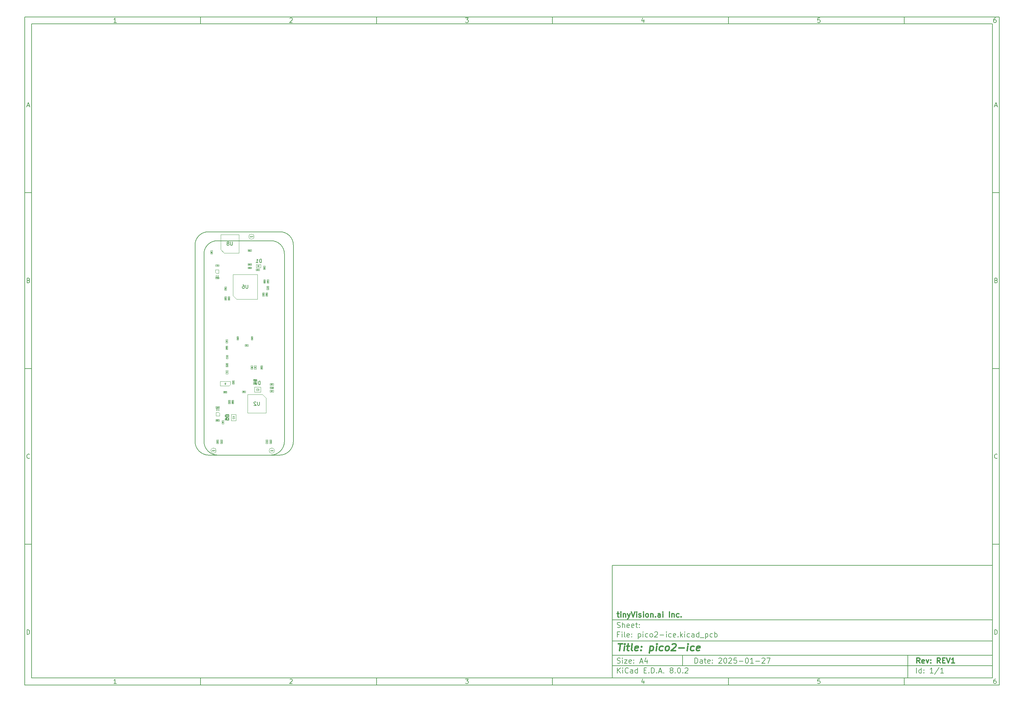
<source format=gbr>
%TF.GenerationSoftware,KiCad,Pcbnew,8.0.2*%
%TF.CreationDate,2025-02-02T23:53:12+05:30*%
%TF.ProjectId,pico2-ice,7069636f-322d-4696-9365-2e6b69636164,REV1*%
%TF.SameCoordinates,Original*%
%TF.FileFunction,AssemblyDrawing,Bot*%
%FSLAX46Y46*%
G04 Gerber Fmt 4.6, Leading zero omitted, Abs format (unit mm)*
G04 Created by KiCad (PCBNEW 8.0.2) date 2025-02-02 23:53:12*
%MOMM*%
%LPD*%
G01*
G04 APERTURE LIST*
%ADD10C,0.100000*%
%ADD11C,0.150000*%
%ADD12C,0.300000*%
%ADD13C,0.400000*%
%ADD14C,0.127000*%
%ADD15C,0.040000*%
%ADD16C,0.060000*%
%ADD17C,0.050000*%
%ADD18C,0.125000*%
%TA.AperFunction,Profile*%
%ADD19C,0.127000*%
%TD*%
G04 APERTURE END LIST*
D10*
D11*
X177002200Y-166007200D02*
X285002200Y-166007200D01*
X285002200Y-198007200D01*
X177002200Y-198007200D01*
X177002200Y-166007200D01*
D10*
D11*
X10000000Y-10000000D02*
X287002200Y-10000000D01*
X287002200Y-200007200D01*
X10000000Y-200007200D01*
X10000000Y-10000000D01*
D10*
D11*
X12000000Y-12000000D02*
X285002200Y-12000000D01*
X285002200Y-198007200D01*
X12000000Y-198007200D01*
X12000000Y-12000000D01*
D10*
D11*
X60000000Y-12000000D02*
X60000000Y-10000000D01*
D10*
D11*
X110000000Y-12000000D02*
X110000000Y-10000000D01*
D10*
D11*
X160000000Y-12000000D02*
X160000000Y-10000000D01*
D10*
D11*
X210000000Y-12000000D02*
X210000000Y-10000000D01*
D10*
D11*
X260000000Y-12000000D02*
X260000000Y-10000000D01*
D10*
D11*
X36089160Y-11593604D02*
X35346303Y-11593604D01*
X35717731Y-11593604D02*
X35717731Y-10293604D01*
X35717731Y-10293604D02*
X35593922Y-10479319D01*
X35593922Y-10479319D02*
X35470112Y-10603128D01*
X35470112Y-10603128D02*
X35346303Y-10665033D01*
D10*
D11*
X85346303Y-10417414D02*
X85408207Y-10355509D01*
X85408207Y-10355509D02*
X85532017Y-10293604D01*
X85532017Y-10293604D02*
X85841541Y-10293604D01*
X85841541Y-10293604D02*
X85965350Y-10355509D01*
X85965350Y-10355509D02*
X86027255Y-10417414D01*
X86027255Y-10417414D02*
X86089160Y-10541223D01*
X86089160Y-10541223D02*
X86089160Y-10665033D01*
X86089160Y-10665033D02*
X86027255Y-10850747D01*
X86027255Y-10850747D02*
X85284398Y-11593604D01*
X85284398Y-11593604D02*
X86089160Y-11593604D01*
D10*
D11*
X135284398Y-10293604D02*
X136089160Y-10293604D01*
X136089160Y-10293604D02*
X135655826Y-10788842D01*
X135655826Y-10788842D02*
X135841541Y-10788842D01*
X135841541Y-10788842D02*
X135965350Y-10850747D01*
X135965350Y-10850747D02*
X136027255Y-10912652D01*
X136027255Y-10912652D02*
X136089160Y-11036461D01*
X136089160Y-11036461D02*
X136089160Y-11345985D01*
X136089160Y-11345985D02*
X136027255Y-11469795D01*
X136027255Y-11469795D02*
X135965350Y-11531700D01*
X135965350Y-11531700D02*
X135841541Y-11593604D01*
X135841541Y-11593604D02*
X135470112Y-11593604D01*
X135470112Y-11593604D02*
X135346303Y-11531700D01*
X135346303Y-11531700D02*
X135284398Y-11469795D01*
D10*
D11*
X185965350Y-10726938D02*
X185965350Y-11593604D01*
X185655826Y-10231700D02*
X185346303Y-11160271D01*
X185346303Y-11160271D02*
X186151064Y-11160271D01*
D10*
D11*
X236027255Y-10293604D02*
X235408207Y-10293604D01*
X235408207Y-10293604D02*
X235346303Y-10912652D01*
X235346303Y-10912652D02*
X235408207Y-10850747D01*
X235408207Y-10850747D02*
X235532017Y-10788842D01*
X235532017Y-10788842D02*
X235841541Y-10788842D01*
X235841541Y-10788842D02*
X235965350Y-10850747D01*
X235965350Y-10850747D02*
X236027255Y-10912652D01*
X236027255Y-10912652D02*
X236089160Y-11036461D01*
X236089160Y-11036461D02*
X236089160Y-11345985D01*
X236089160Y-11345985D02*
X236027255Y-11469795D01*
X236027255Y-11469795D02*
X235965350Y-11531700D01*
X235965350Y-11531700D02*
X235841541Y-11593604D01*
X235841541Y-11593604D02*
X235532017Y-11593604D01*
X235532017Y-11593604D02*
X235408207Y-11531700D01*
X235408207Y-11531700D02*
X235346303Y-11469795D01*
D10*
D11*
X285965350Y-10293604D02*
X285717731Y-10293604D01*
X285717731Y-10293604D02*
X285593922Y-10355509D01*
X285593922Y-10355509D02*
X285532017Y-10417414D01*
X285532017Y-10417414D02*
X285408207Y-10603128D01*
X285408207Y-10603128D02*
X285346303Y-10850747D01*
X285346303Y-10850747D02*
X285346303Y-11345985D01*
X285346303Y-11345985D02*
X285408207Y-11469795D01*
X285408207Y-11469795D02*
X285470112Y-11531700D01*
X285470112Y-11531700D02*
X285593922Y-11593604D01*
X285593922Y-11593604D02*
X285841541Y-11593604D01*
X285841541Y-11593604D02*
X285965350Y-11531700D01*
X285965350Y-11531700D02*
X286027255Y-11469795D01*
X286027255Y-11469795D02*
X286089160Y-11345985D01*
X286089160Y-11345985D02*
X286089160Y-11036461D01*
X286089160Y-11036461D02*
X286027255Y-10912652D01*
X286027255Y-10912652D02*
X285965350Y-10850747D01*
X285965350Y-10850747D02*
X285841541Y-10788842D01*
X285841541Y-10788842D02*
X285593922Y-10788842D01*
X285593922Y-10788842D02*
X285470112Y-10850747D01*
X285470112Y-10850747D02*
X285408207Y-10912652D01*
X285408207Y-10912652D02*
X285346303Y-11036461D01*
D10*
D11*
X60000000Y-198007200D02*
X60000000Y-200007200D01*
D10*
D11*
X110000000Y-198007200D02*
X110000000Y-200007200D01*
D10*
D11*
X160000000Y-198007200D02*
X160000000Y-200007200D01*
D10*
D11*
X210000000Y-198007200D02*
X210000000Y-200007200D01*
D10*
D11*
X260000000Y-198007200D02*
X260000000Y-200007200D01*
D10*
D11*
X36089160Y-199600804D02*
X35346303Y-199600804D01*
X35717731Y-199600804D02*
X35717731Y-198300804D01*
X35717731Y-198300804D02*
X35593922Y-198486519D01*
X35593922Y-198486519D02*
X35470112Y-198610328D01*
X35470112Y-198610328D02*
X35346303Y-198672233D01*
D10*
D11*
X85346303Y-198424614D02*
X85408207Y-198362709D01*
X85408207Y-198362709D02*
X85532017Y-198300804D01*
X85532017Y-198300804D02*
X85841541Y-198300804D01*
X85841541Y-198300804D02*
X85965350Y-198362709D01*
X85965350Y-198362709D02*
X86027255Y-198424614D01*
X86027255Y-198424614D02*
X86089160Y-198548423D01*
X86089160Y-198548423D02*
X86089160Y-198672233D01*
X86089160Y-198672233D02*
X86027255Y-198857947D01*
X86027255Y-198857947D02*
X85284398Y-199600804D01*
X85284398Y-199600804D02*
X86089160Y-199600804D01*
D10*
D11*
X135284398Y-198300804D02*
X136089160Y-198300804D01*
X136089160Y-198300804D02*
X135655826Y-198796042D01*
X135655826Y-198796042D02*
X135841541Y-198796042D01*
X135841541Y-198796042D02*
X135965350Y-198857947D01*
X135965350Y-198857947D02*
X136027255Y-198919852D01*
X136027255Y-198919852D02*
X136089160Y-199043661D01*
X136089160Y-199043661D02*
X136089160Y-199353185D01*
X136089160Y-199353185D02*
X136027255Y-199476995D01*
X136027255Y-199476995D02*
X135965350Y-199538900D01*
X135965350Y-199538900D02*
X135841541Y-199600804D01*
X135841541Y-199600804D02*
X135470112Y-199600804D01*
X135470112Y-199600804D02*
X135346303Y-199538900D01*
X135346303Y-199538900D02*
X135284398Y-199476995D01*
D10*
D11*
X185965350Y-198734138D02*
X185965350Y-199600804D01*
X185655826Y-198238900D02*
X185346303Y-199167471D01*
X185346303Y-199167471D02*
X186151064Y-199167471D01*
D10*
D11*
X236027255Y-198300804D02*
X235408207Y-198300804D01*
X235408207Y-198300804D02*
X235346303Y-198919852D01*
X235346303Y-198919852D02*
X235408207Y-198857947D01*
X235408207Y-198857947D02*
X235532017Y-198796042D01*
X235532017Y-198796042D02*
X235841541Y-198796042D01*
X235841541Y-198796042D02*
X235965350Y-198857947D01*
X235965350Y-198857947D02*
X236027255Y-198919852D01*
X236027255Y-198919852D02*
X236089160Y-199043661D01*
X236089160Y-199043661D02*
X236089160Y-199353185D01*
X236089160Y-199353185D02*
X236027255Y-199476995D01*
X236027255Y-199476995D02*
X235965350Y-199538900D01*
X235965350Y-199538900D02*
X235841541Y-199600804D01*
X235841541Y-199600804D02*
X235532017Y-199600804D01*
X235532017Y-199600804D02*
X235408207Y-199538900D01*
X235408207Y-199538900D02*
X235346303Y-199476995D01*
D10*
D11*
X285965350Y-198300804D02*
X285717731Y-198300804D01*
X285717731Y-198300804D02*
X285593922Y-198362709D01*
X285593922Y-198362709D02*
X285532017Y-198424614D01*
X285532017Y-198424614D02*
X285408207Y-198610328D01*
X285408207Y-198610328D02*
X285346303Y-198857947D01*
X285346303Y-198857947D02*
X285346303Y-199353185D01*
X285346303Y-199353185D02*
X285408207Y-199476995D01*
X285408207Y-199476995D02*
X285470112Y-199538900D01*
X285470112Y-199538900D02*
X285593922Y-199600804D01*
X285593922Y-199600804D02*
X285841541Y-199600804D01*
X285841541Y-199600804D02*
X285965350Y-199538900D01*
X285965350Y-199538900D02*
X286027255Y-199476995D01*
X286027255Y-199476995D02*
X286089160Y-199353185D01*
X286089160Y-199353185D02*
X286089160Y-199043661D01*
X286089160Y-199043661D02*
X286027255Y-198919852D01*
X286027255Y-198919852D02*
X285965350Y-198857947D01*
X285965350Y-198857947D02*
X285841541Y-198796042D01*
X285841541Y-198796042D02*
X285593922Y-198796042D01*
X285593922Y-198796042D02*
X285470112Y-198857947D01*
X285470112Y-198857947D02*
X285408207Y-198919852D01*
X285408207Y-198919852D02*
X285346303Y-199043661D01*
D10*
D11*
X10000000Y-60000000D02*
X12000000Y-60000000D01*
D10*
D11*
X10000000Y-110000000D02*
X12000000Y-110000000D01*
D10*
D11*
X10000000Y-160000000D02*
X12000000Y-160000000D01*
D10*
D11*
X10690476Y-35222176D02*
X11309523Y-35222176D01*
X10566666Y-35593604D02*
X10999999Y-34293604D01*
X10999999Y-34293604D02*
X11433333Y-35593604D01*
D10*
D11*
X11092857Y-84912652D02*
X11278571Y-84974557D01*
X11278571Y-84974557D02*
X11340476Y-85036461D01*
X11340476Y-85036461D02*
X11402380Y-85160271D01*
X11402380Y-85160271D02*
X11402380Y-85345985D01*
X11402380Y-85345985D02*
X11340476Y-85469795D01*
X11340476Y-85469795D02*
X11278571Y-85531700D01*
X11278571Y-85531700D02*
X11154761Y-85593604D01*
X11154761Y-85593604D02*
X10659523Y-85593604D01*
X10659523Y-85593604D02*
X10659523Y-84293604D01*
X10659523Y-84293604D02*
X11092857Y-84293604D01*
X11092857Y-84293604D02*
X11216666Y-84355509D01*
X11216666Y-84355509D02*
X11278571Y-84417414D01*
X11278571Y-84417414D02*
X11340476Y-84541223D01*
X11340476Y-84541223D02*
X11340476Y-84665033D01*
X11340476Y-84665033D02*
X11278571Y-84788842D01*
X11278571Y-84788842D02*
X11216666Y-84850747D01*
X11216666Y-84850747D02*
X11092857Y-84912652D01*
X11092857Y-84912652D02*
X10659523Y-84912652D01*
D10*
D11*
X11402380Y-135469795D02*
X11340476Y-135531700D01*
X11340476Y-135531700D02*
X11154761Y-135593604D01*
X11154761Y-135593604D02*
X11030952Y-135593604D01*
X11030952Y-135593604D02*
X10845238Y-135531700D01*
X10845238Y-135531700D02*
X10721428Y-135407890D01*
X10721428Y-135407890D02*
X10659523Y-135284080D01*
X10659523Y-135284080D02*
X10597619Y-135036461D01*
X10597619Y-135036461D02*
X10597619Y-134850747D01*
X10597619Y-134850747D02*
X10659523Y-134603128D01*
X10659523Y-134603128D02*
X10721428Y-134479319D01*
X10721428Y-134479319D02*
X10845238Y-134355509D01*
X10845238Y-134355509D02*
X11030952Y-134293604D01*
X11030952Y-134293604D02*
X11154761Y-134293604D01*
X11154761Y-134293604D02*
X11340476Y-134355509D01*
X11340476Y-134355509D02*
X11402380Y-134417414D01*
D10*
D11*
X10659523Y-185593604D02*
X10659523Y-184293604D01*
X10659523Y-184293604D02*
X10969047Y-184293604D01*
X10969047Y-184293604D02*
X11154761Y-184355509D01*
X11154761Y-184355509D02*
X11278571Y-184479319D01*
X11278571Y-184479319D02*
X11340476Y-184603128D01*
X11340476Y-184603128D02*
X11402380Y-184850747D01*
X11402380Y-184850747D02*
X11402380Y-185036461D01*
X11402380Y-185036461D02*
X11340476Y-185284080D01*
X11340476Y-185284080D02*
X11278571Y-185407890D01*
X11278571Y-185407890D02*
X11154761Y-185531700D01*
X11154761Y-185531700D02*
X10969047Y-185593604D01*
X10969047Y-185593604D02*
X10659523Y-185593604D01*
D10*
D11*
X287002200Y-60000000D02*
X285002200Y-60000000D01*
D10*
D11*
X287002200Y-110000000D02*
X285002200Y-110000000D01*
D10*
D11*
X287002200Y-160000000D02*
X285002200Y-160000000D01*
D10*
D11*
X285692676Y-35222176D02*
X286311723Y-35222176D01*
X285568866Y-35593604D02*
X286002199Y-34293604D01*
X286002199Y-34293604D02*
X286435533Y-35593604D01*
D10*
D11*
X286095057Y-84912652D02*
X286280771Y-84974557D01*
X286280771Y-84974557D02*
X286342676Y-85036461D01*
X286342676Y-85036461D02*
X286404580Y-85160271D01*
X286404580Y-85160271D02*
X286404580Y-85345985D01*
X286404580Y-85345985D02*
X286342676Y-85469795D01*
X286342676Y-85469795D02*
X286280771Y-85531700D01*
X286280771Y-85531700D02*
X286156961Y-85593604D01*
X286156961Y-85593604D02*
X285661723Y-85593604D01*
X285661723Y-85593604D02*
X285661723Y-84293604D01*
X285661723Y-84293604D02*
X286095057Y-84293604D01*
X286095057Y-84293604D02*
X286218866Y-84355509D01*
X286218866Y-84355509D02*
X286280771Y-84417414D01*
X286280771Y-84417414D02*
X286342676Y-84541223D01*
X286342676Y-84541223D02*
X286342676Y-84665033D01*
X286342676Y-84665033D02*
X286280771Y-84788842D01*
X286280771Y-84788842D02*
X286218866Y-84850747D01*
X286218866Y-84850747D02*
X286095057Y-84912652D01*
X286095057Y-84912652D02*
X285661723Y-84912652D01*
D10*
D11*
X286404580Y-135469795D02*
X286342676Y-135531700D01*
X286342676Y-135531700D02*
X286156961Y-135593604D01*
X286156961Y-135593604D02*
X286033152Y-135593604D01*
X286033152Y-135593604D02*
X285847438Y-135531700D01*
X285847438Y-135531700D02*
X285723628Y-135407890D01*
X285723628Y-135407890D02*
X285661723Y-135284080D01*
X285661723Y-135284080D02*
X285599819Y-135036461D01*
X285599819Y-135036461D02*
X285599819Y-134850747D01*
X285599819Y-134850747D02*
X285661723Y-134603128D01*
X285661723Y-134603128D02*
X285723628Y-134479319D01*
X285723628Y-134479319D02*
X285847438Y-134355509D01*
X285847438Y-134355509D02*
X286033152Y-134293604D01*
X286033152Y-134293604D02*
X286156961Y-134293604D01*
X286156961Y-134293604D02*
X286342676Y-134355509D01*
X286342676Y-134355509D02*
X286404580Y-134417414D01*
D10*
D11*
X285661723Y-185593604D02*
X285661723Y-184293604D01*
X285661723Y-184293604D02*
X285971247Y-184293604D01*
X285971247Y-184293604D02*
X286156961Y-184355509D01*
X286156961Y-184355509D02*
X286280771Y-184479319D01*
X286280771Y-184479319D02*
X286342676Y-184603128D01*
X286342676Y-184603128D02*
X286404580Y-184850747D01*
X286404580Y-184850747D02*
X286404580Y-185036461D01*
X286404580Y-185036461D02*
X286342676Y-185284080D01*
X286342676Y-185284080D02*
X286280771Y-185407890D01*
X286280771Y-185407890D02*
X286156961Y-185531700D01*
X286156961Y-185531700D02*
X285971247Y-185593604D01*
X285971247Y-185593604D02*
X285661723Y-185593604D01*
D10*
D11*
X200458026Y-193793328D02*
X200458026Y-192293328D01*
X200458026Y-192293328D02*
X200815169Y-192293328D01*
X200815169Y-192293328D02*
X201029455Y-192364757D01*
X201029455Y-192364757D02*
X201172312Y-192507614D01*
X201172312Y-192507614D02*
X201243741Y-192650471D01*
X201243741Y-192650471D02*
X201315169Y-192936185D01*
X201315169Y-192936185D02*
X201315169Y-193150471D01*
X201315169Y-193150471D02*
X201243741Y-193436185D01*
X201243741Y-193436185D02*
X201172312Y-193579042D01*
X201172312Y-193579042D02*
X201029455Y-193721900D01*
X201029455Y-193721900D02*
X200815169Y-193793328D01*
X200815169Y-193793328D02*
X200458026Y-193793328D01*
X202600884Y-193793328D02*
X202600884Y-193007614D01*
X202600884Y-193007614D02*
X202529455Y-192864757D01*
X202529455Y-192864757D02*
X202386598Y-192793328D01*
X202386598Y-192793328D02*
X202100884Y-192793328D01*
X202100884Y-192793328D02*
X201958026Y-192864757D01*
X202600884Y-193721900D02*
X202458026Y-193793328D01*
X202458026Y-193793328D02*
X202100884Y-193793328D01*
X202100884Y-193793328D02*
X201958026Y-193721900D01*
X201958026Y-193721900D02*
X201886598Y-193579042D01*
X201886598Y-193579042D02*
X201886598Y-193436185D01*
X201886598Y-193436185D02*
X201958026Y-193293328D01*
X201958026Y-193293328D02*
X202100884Y-193221900D01*
X202100884Y-193221900D02*
X202458026Y-193221900D01*
X202458026Y-193221900D02*
X202600884Y-193150471D01*
X203100884Y-192793328D02*
X203672312Y-192793328D01*
X203315169Y-192293328D02*
X203315169Y-193579042D01*
X203315169Y-193579042D02*
X203386598Y-193721900D01*
X203386598Y-193721900D02*
X203529455Y-193793328D01*
X203529455Y-193793328D02*
X203672312Y-193793328D01*
X204743741Y-193721900D02*
X204600884Y-193793328D01*
X204600884Y-193793328D02*
X204315170Y-193793328D01*
X204315170Y-193793328D02*
X204172312Y-193721900D01*
X204172312Y-193721900D02*
X204100884Y-193579042D01*
X204100884Y-193579042D02*
X204100884Y-193007614D01*
X204100884Y-193007614D02*
X204172312Y-192864757D01*
X204172312Y-192864757D02*
X204315170Y-192793328D01*
X204315170Y-192793328D02*
X204600884Y-192793328D01*
X204600884Y-192793328D02*
X204743741Y-192864757D01*
X204743741Y-192864757D02*
X204815170Y-193007614D01*
X204815170Y-193007614D02*
X204815170Y-193150471D01*
X204815170Y-193150471D02*
X204100884Y-193293328D01*
X205458026Y-193650471D02*
X205529455Y-193721900D01*
X205529455Y-193721900D02*
X205458026Y-193793328D01*
X205458026Y-193793328D02*
X205386598Y-193721900D01*
X205386598Y-193721900D02*
X205458026Y-193650471D01*
X205458026Y-193650471D02*
X205458026Y-193793328D01*
X205458026Y-192864757D02*
X205529455Y-192936185D01*
X205529455Y-192936185D02*
X205458026Y-193007614D01*
X205458026Y-193007614D02*
X205386598Y-192936185D01*
X205386598Y-192936185D02*
X205458026Y-192864757D01*
X205458026Y-192864757D02*
X205458026Y-193007614D01*
X207243741Y-192436185D02*
X207315169Y-192364757D01*
X207315169Y-192364757D02*
X207458027Y-192293328D01*
X207458027Y-192293328D02*
X207815169Y-192293328D01*
X207815169Y-192293328D02*
X207958027Y-192364757D01*
X207958027Y-192364757D02*
X208029455Y-192436185D01*
X208029455Y-192436185D02*
X208100884Y-192579042D01*
X208100884Y-192579042D02*
X208100884Y-192721900D01*
X208100884Y-192721900D02*
X208029455Y-192936185D01*
X208029455Y-192936185D02*
X207172312Y-193793328D01*
X207172312Y-193793328D02*
X208100884Y-193793328D01*
X209029455Y-192293328D02*
X209172312Y-192293328D01*
X209172312Y-192293328D02*
X209315169Y-192364757D01*
X209315169Y-192364757D02*
X209386598Y-192436185D01*
X209386598Y-192436185D02*
X209458026Y-192579042D01*
X209458026Y-192579042D02*
X209529455Y-192864757D01*
X209529455Y-192864757D02*
X209529455Y-193221900D01*
X209529455Y-193221900D02*
X209458026Y-193507614D01*
X209458026Y-193507614D02*
X209386598Y-193650471D01*
X209386598Y-193650471D02*
X209315169Y-193721900D01*
X209315169Y-193721900D02*
X209172312Y-193793328D01*
X209172312Y-193793328D02*
X209029455Y-193793328D01*
X209029455Y-193793328D02*
X208886598Y-193721900D01*
X208886598Y-193721900D02*
X208815169Y-193650471D01*
X208815169Y-193650471D02*
X208743740Y-193507614D01*
X208743740Y-193507614D02*
X208672312Y-193221900D01*
X208672312Y-193221900D02*
X208672312Y-192864757D01*
X208672312Y-192864757D02*
X208743740Y-192579042D01*
X208743740Y-192579042D02*
X208815169Y-192436185D01*
X208815169Y-192436185D02*
X208886598Y-192364757D01*
X208886598Y-192364757D02*
X209029455Y-192293328D01*
X210100883Y-192436185D02*
X210172311Y-192364757D01*
X210172311Y-192364757D02*
X210315169Y-192293328D01*
X210315169Y-192293328D02*
X210672311Y-192293328D01*
X210672311Y-192293328D02*
X210815169Y-192364757D01*
X210815169Y-192364757D02*
X210886597Y-192436185D01*
X210886597Y-192436185D02*
X210958026Y-192579042D01*
X210958026Y-192579042D02*
X210958026Y-192721900D01*
X210958026Y-192721900D02*
X210886597Y-192936185D01*
X210886597Y-192936185D02*
X210029454Y-193793328D01*
X210029454Y-193793328D02*
X210958026Y-193793328D01*
X212315168Y-192293328D02*
X211600882Y-192293328D01*
X211600882Y-192293328D02*
X211529454Y-193007614D01*
X211529454Y-193007614D02*
X211600882Y-192936185D01*
X211600882Y-192936185D02*
X211743740Y-192864757D01*
X211743740Y-192864757D02*
X212100882Y-192864757D01*
X212100882Y-192864757D02*
X212243740Y-192936185D01*
X212243740Y-192936185D02*
X212315168Y-193007614D01*
X212315168Y-193007614D02*
X212386597Y-193150471D01*
X212386597Y-193150471D02*
X212386597Y-193507614D01*
X212386597Y-193507614D02*
X212315168Y-193650471D01*
X212315168Y-193650471D02*
X212243740Y-193721900D01*
X212243740Y-193721900D02*
X212100882Y-193793328D01*
X212100882Y-193793328D02*
X211743740Y-193793328D01*
X211743740Y-193793328D02*
X211600882Y-193721900D01*
X211600882Y-193721900D02*
X211529454Y-193650471D01*
X213029453Y-193221900D02*
X214172311Y-193221900D01*
X215172311Y-192293328D02*
X215315168Y-192293328D01*
X215315168Y-192293328D02*
X215458025Y-192364757D01*
X215458025Y-192364757D02*
X215529454Y-192436185D01*
X215529454Y-192436185D02*
X215600882Y-192579042D01*
X215600882Y-192579042D02*
X215672311Y-192864757D01*
X215672311Y-192864757D02*
X215672311Y-193221900D01*
X215672311Y-193221900D02*
X215600882Y-193507614D01*
X215600882Y-193507614D02*
X215529454Y-193650471D01*
X215529454Y-193650471D02*
X215458025Y-193721900D01*
X215458025Y-193721900D02*
X215315168Y-193793328D01*
X215315168Y-193793328D02*
X215172311Y-193793328D01*
X215172311Y-193793328D02*
X215029454Y-193721900D01*
X215029454Y-193721900D02*
X214958025Y-193650471D01*
X214958025Y-193650471D02*
X214886596Y-193507614D01*
X214886596Y-193507614D02*
X214815168Y-193221900D01*
X214815168Y-193221900D02*
X214815168Y-192864757D01*
X214815168Y-192864757D02*
X214886596Y-192579042D01*
X214886596Y-192579042D02*
X214958025Y-192436185D01*
X214958025Y-192436185D02*
X215029454Y-192364757D01*
X215029454Y-192364757D02*
X215172311Y-192293328D01*
X217100882Y-193793328D02*
X216243739Y-193793328D01*
X216672310Y-193793328D02*
X216672310Y-192293328D01*
X216672310Y-192293328D02*
X216529453Y-192507614D01*
X216529453Y-192507614D02*
X216386596Y-192650471D01*
X216386596Y-192650471D02*
X216243739Y-192721900D01*
X217743738Y-193221900D02*
X218886596Y-193221900D01*
X219529453Y-192436185D02*
X219600881Y-192364757D01*
X219600881Y-192364757D02*
X219743739Y-192293328D01*
X219743739Y-192293328D02*
X220100881Y-192293328D01*
X220100881Y-192293328D02*
X220243739Y-192364757D01*
X220243739Y-192364757D02*
X220315167Y-192436185D01*
X220315167Y-192436185D02*
X220386596Y-192579042D01*
X220386596Y-192579042D02*
X220386596Y-192721900D01*
X220386596Y-192721900D02*
X220315167Y-192936185D01*
X220315167Y-192936185D02*
X219458024Y-193793328D01*
X219458024Y-193793328D02*
X220386596Y-193793328D01*
X220886595Y-192293328D02*
X221886595Y-192293328D01*
X221886595Y-192293328D02*
X221243738Y-193793328D01*
D10*
D11*
X177002200Y-194507200D02*
X285002200Y-194507200D01*
D10*
D11*
X178458026Y-196593328D02*
X178458026Y-195093328D01*
X179315169Y-196593328D02*
X178672312Y-195736185D01*
X179315169Y-195093328D02*
X178458026Y-195950471D01*
X179958026Y-196593328D02*
X179958026Y-195593328D01*
X179958026Y-195093328D02*
X179886598Y-195164757D01*
X179886598Y-195164757D02*
X179958026Y-195236185D01*
X179958026Y-195236185D02*
X180029455Y-195164757D01*
X180029455Y-195164757D02*
X179958026Y-195093328D01*
X179958026Y-195093328D02*
X179958026Y-195236185D01*
X181529455Y-196450471D02*
X181458027Y-196521900D01*
X181458027Y-196521900D02*
X181243741Y-196593328D01*
X181243741Y-196593328D02*
X181100884Y-196593328D01*
X181100884Y-196593328D02*
X180886598Y-196521900D01*
X180886598Y-196521900D02*
X180743741Y-196379042D01*
X180743741Y-196379042D02*
X180672312Y-196236185D01*
X180672312Y-196236185D02*
X180600884Y-195950471D01*
X180600884Y-195950471D02*
X180600884Y-195736185D01*
X180600884Y-195736185D02*
X180672312Y-195450471D01*
X180672312Y-195450471D02*
X180743741Y-195307614D01*
X180743741Y-195307614D02*
X180886598Y-195164757D01*
X180886598Y-195164757D02*
X181100884Y-195093328D01*
X181100884Y-195093328D02*
X181243741Y-195093328D01*
X181243741Y-195093328D02*
X181458027Y-195164757D01*
X181458027Y-195164757D02*
X181529455Y-195236185D01*
X182815170Y-196593328D02*
X182815170Y-195807614D01*
X182815170Y-195807614D02*
X182743741Y-195664757D01*
X182743741Y-195664757D02*
X182600884Y-195593328D01*
X182600884Y-195593328D02*
X182315170Y-195593328D01*
X182315170Y-195593328D02*
X182172312Y-195664757D01*
X182815170Y-196521900D02*
X182672312Y-196593328D01*
X182672312Y-196593328D02*
X182315170Y-196593328D01*
X182315170Y-196593328D02*
X182172312Y-196521900D01*
X182172312Y-196521900D02*
X182100884Y-196379042D01*
X182100884Y-196379042D02*
X182100884Y-196236185D01*
X182100884Y-196236185D02*
X182172312Y-196093328D01*
X182172312Y-196093328D02*
X182315170Y-196021900D01*
X182315170Y-196021900D02*
X182672312Y-196021900D01*
X182672312Y-196021900D02*
X182815170Y-195950471D01*
X184172313Y-196593328D02*
X184172313Y-195093328D01*
X184172313Y-196521900D02*
X184029455Y-196593328D01*
X184029455Y-196593328D02*
X183743741Y-196593328D01*
X183743741Y-196593328D02*
X183600884Y-196521900D01*
X183600884Y-196521900D02*
X183529455Y-196450471D01*
X183529455Y-196450471D02*
X183458027Y-196307614D01*
X183458027Y-196307614D02*
X183458027Y-195879042D01*
X183458027Y-195879042D02*
X183529455Y-195736185D01*
X183529455Y-195736185D02*
X183600884Y-195664757D01*
X183600884Y-195664757D02*
X183743741Y-195593328D01*
X183743741Y-195593328D02*
X184029455Y-195593328D01*
X184029455Y-195593328D02*
X184172313Y-195664757D01*
X186029455Y-195807614D02*
X186529455Y-195807614D01*
X186743741Y-196593328D02*
X186029455Y-196593328D01*
X186029455Y-196593328D02*
X186029455Y-195093328D01*
X186029455Y-195093328D02*
X186743741Y-195093328D01*
X187386598Y-196450471D02*
X187458027Y-196521900D01*
X187458027Y-196521900D02*
X187386598Y-196593328D01*
X187386598Y-196593328D02*
X187315170Y-196521900D01*
X187315170Y-196521900D02*
X187386598Y-196450471D01*
X187386598Y-196450471D02*
X187386598Y-196593328D01*
X188100884Y-196593328D02*
X188100884Y-195093328D01*
X188100884Y-195093328D02*
X188458027Y-195093328D01*
X188458027Y-195093328D02*
X188672313Y-195164757D01*
X188672313Y-195164757D02*
X188815170Y-195307614D01*
X188815170Y-195307614D02*
X188886599Y-195450471D01*
X188886599Y-195450471D02*
X188958027Y-195736185D01*
X188958027Y-195736185D02*
X188958027Y-195950471D01*
X188958027Y-195950471D02*
X188886599Y-196236185D01*
X188886599Y-196236185D02*
X188815170Y-196379042D01*
X188815170Y-196379042D02*
X188672313Y-196521900D01*
X188672313Y-196521900D02*
X188458027Y-196593328D01*
X188458027Y-196593328D02*
X188100884Y-196593328D01*
X189600884Y-196450471D02*
X189672313Y-196521900D01*
X189672313Y-196521900D02*
X189600884Y-196593328D01*
X189600884Y-196593328D02*
X189529456Y-196521900D01*
X189529456Y-196521900D02*
X189600884Y-196450471D01*
X189600884Y-196450471D02*
X189600884Y-196593328D01*
X190243742Y-196164757D02*
X190958028Y-196164757D01*
X190100885Y-196593328D02*
X190600885Y-195093328D01*
X190600885Y-195093328D02*
X191100885Y-196593328D01*
X191600884Y-196450471D02*
X191672313Y-196521900D01*
X191672313Y-196521900D02*
X191600884Y-196593328D01*
X191600884Y-196593328D02*
X191529456Y-196521900D01*
X191529456Y-196521900D02*
X191600884Y-196450471D01*
X191600884Y-196450471D02*
X191600884Y-196593328D01*
X193672313Y-195736185D02*
X193529456Y-195664757D01*
X193529456Y-195664757D02*
X193458027Y-195593328D01*
X193458027Y-195593328D02*
X193386599Y-195450471D01*
X193386599Y-195450471D02*
X193386599Y-195379042D01*
X193386599Y-195379042D02*
X193458027Y-195236185D01*
X193458027Y-195236185D02*
X193529456Y-195164757D01*
X193529456Y-195164757D02*
X193672313Y-195093328D01*
X193672313Y-195093328D02*
X193958027Y-195093328D01*
X193958027Y-195093328D02*
X194100885Y-195164757D01*
X194100885Y-195164757D02*
X194172313Y-195236185D01*
X194172313Y-195236185D02*
X194243742Y-195379042D01*
X194243742Y-195379042D02*
X194243742Y-195450471D01*
X194243742Y-195450471D02*
X194172313Y-195593328D01*
X194172313Y-195593328D02*
X194100885Y-195664757D01*
X194100885Y-195664757D02*
X193958027Y-195736185D01*
X193958027Y-195736185D02*
X193672313Y-195736185D01*
X193672313Y-195736185D02*
X193529456Y-195807614D01*
X193529456Y-195807614D02*
X193458027Y-195879042D01*
X193458027Y-195879042D02*
X193386599Y-196021900D01*
X193386599Y-196021900D02*
X193386599Y-196307614D01*
X193386599Y-196307614D02*
X193458027Y-196450471D01*
X193458027Y-196450471D02*
X193529456Y-196521900D01*
X193529456Y-196521900D02*
X193672313Y-196593328D01*
X193672313Y-196593328D02*
X193958027Y-196593328D01*
X193958027Y-196593328D02*
X194100885Y-196521900D01*
X194100885Y-196521900D02*
X194172313Y-196450471D01*
X194172313Y-196450471D02*
X194243742Y-196307614D01*
X194243742Y-196307614D02*
X194243742Y-196021900D01*
X194243742Y-196021900D02*
X194172313Y-195879042D01*
X194172313Y-195879042D02*
X194100885Y-195807614D01*
X194100885Y-195807614D02*
X193958027Y-195736185D01*
X194886598Y-196450471D02*
X194958027Y-196521900D01*
X194958027Y-196521900D02*
X194886598Y-196593328D01*
X194886598Y-196593328D02*
X194815170Y-196521900D01*
X194815170Y-196521900D02*
X194886598Y-196450471D01*
X194886598Y-196450471D02*
X194886598Y-196593328D01*
X195886599Y-195093328D02*
X196029456Y-195093328D01*
X196029456Y-195093328D02*
X196172313Y-195164757D01*
X196172313Y-195164757D02*
X196243742Y-195236185D01*
X196243742Y-195236185D02*
X196315170Y-195379042D01*
X196315170Y-195379042D02*
X196386599Y-195664757D01*
X196386599Y-195664757D02*
X196386599Y-196021900D01*
X196386599Y-196021900D02*
X196315170Y-196307614D01*
X196315170Y-196307614D02*
X196243742Y-196450471D01*
X196243742Y-196450471D02*
X196172313Y-196521900D01*
X196172313Y-196521900D02*
X196029456Y-196593328D01*
X196029456Y-196593328D02*
X195886599Y-196593328D01*
X195886599Y-196593328D02*
X195743742Y-196521900D01*
X195743742Y-196521900D02*
X195672313Y-196450471D01*
X195672313Y-196450471D02*
X195600884Y-196307614D01*
X195600884Y-196307614D02*
X195529456Y-196021900D01*
X195529456Y-196021900D02*
X195529456Y-195664757D01*
X195529456Y-195664757D02*
X195600884Y-195379042D01*
X195600884Y-195379042D02*
X195672313Y-195236185D01*
X195672313Y-195236185D02*
X195743742Y-195164757D01*
X195743742Y-195164757D02*
X195886599Y-195093328D01*
X197029455Y-196450471D02*
X197100884Y-196521900D01*
X197100884Y-196521900D02*
X197029455Y-196593328D01*
X197029455Y-196593328D02*
X196958027Y-196521900D01*
X196958027Y-196521900D02*
X197029455Y-196450471D01*
X197029455Y-196450471D02*
X197029455Y-196593328D01*
X197672313Y-195236185D02*
X197743741Y-195164757D01*
X197743741Y-195164757D02*
X197886599Y-195093328D01*
X197886599Y-195093328D02*
X198243741Y-195093328D01*
X198243741Y-195093328D02*
X198386599Y-195164757D01*
X198386599Y-195164757D02*
X198458027Y-195236185D01*
X198458027Y-195236185D02*
X198529456Y-195379042D01*
X198529456Y-195379042D02*
X198529456Y-195521900D01*
X198529456Y-195521900D02*
X198458027Y-195736185D01*
X198458027Y-195736185D02*
X197600884Y-196593328D01*
X197600884Y-196593328D02*
X198529456Y-196593328D01*
D10*
D11*
X177002200Y-191507200D02*
X285002200Y-191507200D01*
D10*
D12*
X264413853Y-193785528D02*
X263913853Y-193071242D01*
X263556710Y-193785528D02*
X263556710Y-192285528D01*
X263556710Y-192285528D02*
X264128139Y-192285528D01*
X264128139Y-192285528D02*
X264270996Y-192356957D01*
X264270996Y-192356957D02*
X264342425Y-192428385D01*
X264342425Y-192428385D02*
X264413853Y-192571242D01*
X264413853Y-192571242D02*
X264413853Y-192785528D01*
X264413853Y-192785528D02*
X264342425Y-192928385D01*
X264342425Y-192928385D02*
X264270996Y-192999814D01*
X264270996Y-192999814D02*
X264128139Y-193071242D01*
X264128139Y-193071242D02*
X263556710Y-193071242D01*
X265628139Y-193714100D02*
X265485282Y-193785528D01*
X265485282Y-193785528D02*
X265199568Y-193785528D01*
X265199568Y-193785528D02*
X265056710Y-193714100D01*
X265056710Y-193714100D02*
X264985282Y-193571242D01*
X264985282Y-193571242D02*
X264985282Y-192999814D01*
X264985282Y-192999814D02*
X265056710Y-192856957D01*
X265056710Y-192856957D02*
X265199568Y-192785528D01*
X265199568Y-192785528D02*
X265485282Y-192785528D01*
X265485282Y-192785528D02*
X265628139Y-192856957D01*
X265628139Y-192856957D02*
X265699568Y-192999814D01*
X265699568Y-192999814D02*
X265699568Y-193142671D01*
X265699568Y-193142671D02*
X264985282Y-193285528D01*
X266199567Y-192785528D02*
X266556710Y-193785528D01*
X266556710Y-193785528D02*
X266913853Y-192785528D01*
X267485281Y-193642671D02*
X267556710Y-193714100D01*
X267556710Y-193714100D02*
X267485281Y-193785528D01*
X267485281Y-193785528D02*
X267413853Y-193714100D01*
X267413853Y-193714100D02*
X267485281Y-193642671D01*
X267485281Y-193642671D02*
X267485281Y-193785528D01*
X267485281Y-192856957D02*
X267556710Y-192928385D01*
X267556710Y-192928385D02*
X267485281Y-192999814D01*
X267485281Y-192999814D02*
X267413853Y-192928385D01*
X267413853Y-192928385D02*
X267485281Y-192856957D01*
X267485281Y-192856957D02*
X267485281Y-192999814D01*
X270199567Y-193785528D02*
X269699567Y-193071242D01*
X269342424Y-193785528D02*
X269342424Y-192285528D01*
X269342424Y-192285528D02*
X269913853Y-192285528D01*
X269913853Y-192285528D02*
X270056710Y-192356957D01*
X270056710Y-192356957D02*
X270128139Y-192428385D01*
X270128139Y-192428385D02*
X270199567Y-192571242D01*
X270199567Y-192571242D02*
X270199567Y-192785528D01*
X270199567Y-192785528D02*
X270128139Y-192928385D01*
X270128139Y-192928385D02*
X270056710Y-192999814D01*
X270056710Y-192999814D02*
X269913853Y-193071242D01*
X269913853Y-193071242D02*
X269342424Y-193071242D01*
X270842424Y-192999814D02*
X271342424Y-192999814D01*
X271556710Y-193785528D02*
X270842424Y-193785528D01*
X270842424Y-193785528D02*
X270842424Y-192285528D01*
X270842424Y-192285528D02*
X271556710Y-192285528D01*
X271985282Y-192285528D02*
X272485282Y-193785528D01*
X272485282Y-193785528D02*
X272985282Y-192285528D01*
X274270996Y-193785528D02*
X273413853Y-193785528D01*
X273842424Y-193785528D02*
X273842424Y-192285528D01*
X273842424Y-192285528D02*
X273699567Y-192499814D01*
X273699567Y-192499814D02*
X273556710Y-192642671D01*
X273556710Y-192642671D02*
X273413853Y-192714100D01*
D10*
D11*
X178386598Y-193721900D02*
X178600884Y-193793328D01*
X178600884Y-193793328D02*
X178958026Y-193793328D01*
X178958026Y-193793328D02*
X179100884Y-193721900D01*
X179100884Y-193721900D02*
X179172312Y-193650471D01*
X179172312Y-193650471D02*
X179243741Y-193507614D01*
X179243741Y-193507614D02*
X179243741Y-193364757D01*
X179243741Y-193364757D02*
X179172312Y-193221900D01*
X179172312Y-193221900D02*
X179100884Y-193150471D01*
X179100884Y-193150471D02*
X178958026Y-193079042D01*
X178958026Y-193079042D02*
X178672312Y-193007614D01*
X178672312Y-193007614D02*
X178529455Y-192936185D01*
X178529455Y-192936185D02*
X178458026Y-192864757D01*
X178458026Y-192864757D02*
X178386598Y-192721900D01*
X178386598Y-192721900D02*
X178386598Y-192579042D01*
X178386598Y-192579042D02*
X178458026Y-192436185D01*
X178458026Y-192436185D02*
X178529455Y-192364757D01*
X178529455Y-192364757D02*
X178672312Y-192293328D01*
X178672312Y-192293328D02*
X179029455Y-192293328D01*
X179029455Y-192293328D02*
X179243741Y-192364757D01*
X179886597Y-193793328D02*
X179886597Y-192793328D01*
X179886597Y-192293328D02*
X179815169Y-192364757D01*
X179815169Y-192364757D02*
X179886597Y-192436185D01*
X179886597Y-192436185D02*
X179958026Y-192364757D01*
X179958026Y-192364757D02*
X179886597Y-192293328D01*
X179886597Y-192293328D02*
X179886597Y-192436185D01*
X180458026Y-192793328D02*
X181243741Y-192793328D01*
X181243741Y-192793328D02*
X180458026Y-193793328D01*
X180458026Y-193793328D02*
X181243741Y-193793328D01*
X182386598Y-193721900D02*
X182243741Y-193793328D01*
X182243741Y-193793328D02*
X181958027Y-193793328D01*
X181958027Y-193793328D02*
X181815169Y-193721900D01*
X181815169Y-193721900D02*
X181743741Y-193579042D01*
X181743741Y-193579042D02*
X181743741Y-193007614D01*
X181743741Y-193007614D02*
X181815169Y-192864757D01*
X181815169Y-192864757D02*
X181958027Y-192793328D01*
X181958027Y-192793328D02*
X182243741Y-192793328D01*
X182243741Y-192793328D02*
X182386598Y-192864757D01*
X182386598Y-192864757D02*
X182458027Y-193007614D01*
X182458027Y-193007614D02*
X182458027Y-193150471D01*
X182458027Y-193150471D02*
X181743741Y-193293328D01*
X183100883Y-193650471D02*
X183172312Y-193721900D01*
X183172312Y-193721900D02*
X183100883Y-193793328D01*
X183100883Y-193793328D02*
X183029455Y-193721900D01*
X183029455Y-193721900D02*
X183100883Y-193650471D01*
X183100883Y-193650471D02*
X183100883Y-193793328D01*
X183100883Y-192864757D02*
X183172312Y-192936185D01*
X183172312Y-192936185D02*
X183100883Y-193007614D01*
X183100883Y-193007614D02*
X183029455Y-192936185D01*
X183029455Y-192936185D02*
X183100883Y-192864757D01*
X183100883Y-192864757D02*
X183100883Y-193007614D01*
X184886598Y-193364757D02*
X185600884Y-193364757D01*
X184743741Y-193793328D02*
X185243741Y-192293328D01*
X185243741Y-192293328D02*
X185743741Y-193793328D01*
X186886598Y-192793328D02*
X186886598Y-193793328D01*
X186529455Y-192221900D02*
X186172312Y-193293328D01*
X186172312Y-193293328D02*
X187100883Y-193293328D01*
D10*
D11*
X263458026Y-196593328D02*
X263458026Y-195093328D01*
X264815170Y-196593328D02*
X264815170Y-195093328D01*
X264815170Y-196521900D02*
X264672312Y-196593328D01*
X264672312Y-196593328D02*
X264386598Y-196593328D01*
X264386598Y-196593328D02*
X264243741Y-196521900D01*
X264243741Y-196521900D02*
X264172312Y-196450471D01*
X264172312Y-196450471D02*
X264100884Y-196307614D01*
X264100884Y-196307614D02*
X264100884Y-195879042D01*
X264100884Y-195879042D02*
X264172312Y-195736185D01*
X264172312Y-195736185D02*
X264243741Y-195664757D01*
X264243741Y-195664757D02*
X264386598Y-195593328D01*
X264386598Y-195593328D02*
X264672312Y-195593328D01*
X264672312Y-195593328D02*
X264815170Y-195664757D01*
X265529455Y-196450471D02*
X265600884Y-196521900D01*
X265600884Y-196521900D02*
X265529455Y-196593328D01*
X265529455Y-196593328D02*
X265458027Y-196521900D01*
X265458027Y-196521900D02*
X265529455Y-196450471D01*
X265529455Y-196450471D02*
X265529455Y-196593328D01*
X265529455Y-195664757D02*
X265600884Y-195736185D01*
X265600884Y-195736185D02*
X265529455Y-195807614D01*
X265529455Y-195807614D02*
X265458027Y-195736185D01*
X265458027Y-195736185D02*
X265529455Y-195664757D01*
X265529455Y-195664757D02*
X265529455Y-195807614D01*
X268172313Y-196593328D02*
X267315170Y-196593328D01*
X267743741Y-196593328D02*
X267743741Y-195093328D01*
X267743741Y-195093328D02*
X267600884Y-195307614D01*
X267600884Y-195307614D02*
X267458027Y-195450471D01*
X267458027Y-195450471D02*
X267315170Y-195521900D01*
X269886598Y-195021900D02*
X268600884Y-196950471D01*
X271172313Y-196593328D02*
X270315170Y-196593328D01*
X270743741Y-196593328D02*
X270743741Y-195093328D01*
X270743741Y-195093328D02*
X270600884Y-195307614D01*
X270600884Y-195307614D02*
X270458027Y-195450471D01*
X270458027Y-195450471D02*
X270315170Y-195521900D01*
D10*
D11*
X177002200Y-187507200D02*
X285002200Y-187507200D01*
D10*
D13*
X178693928Y-188211638D02*
X179836785Y-188211638D01*
X179015357Y-190211638D02*
X179265357Y-188211638D01*
X180253452Y-190211638D02*
X180420119Y-188878304D01*
X180503452Y-188211638D02*
X180396309Y-188306876D01*
X180396309Y-188306876D02*
X180479643Y-188402114D01*
X180479643Y-188402114D02*
X180586786Y-188306876D01*
X180586786Y-188306876D02*
X180503452Y-188211638D01*
X180503452Y-188211638D02*
X180479643Y-188402114D01*
X181086786Y-188878304D02*
X181848690Y-188878304D01*
X181455833Y-188211638D02*
X181241548Y-189925923D01*
X181241548Y-189925923D02*
X181312976Y-190116400D01*
X181312976Y-190116400D02*
X181491548Y-190211638D01*
X181491548Y-190211638D02*
X181682024Y-190211638D01*
X182634405Y-190211638D02*
X182455833Y-190116400D01*
X182455833Y-190116400D02*
X182384405Y-189925923D01*
X182384405Y-189925923D02*
X182598690Y-188211638D01*
X184170119Y-190116400D02*
X183967738Y-190211638D01*
X183967738Y-190211638D02*
X183586785Y-190211638D01*
X183586785Y-190211638D02*
X183408214Y-190116400D01*
X183408214Y-190116400D02*
X183336785Y-189925923D01*
X183336785Y-189925923D02*
X183432024Y-189164019D01*
X183432024Y-189164019D02*
X183551071Y-188973542D01*
X183551071Y-188973542D02*
X183753452Y-188878304D01*
X183753452Y-188878304D02*
X184134404Y-188878304D01*
X184134404Y-188878304D02*
X184312976Y-188973542D01*
X184312976Y-188973542D02*
X184384404Y-189164019D01*
X184384404Y-189164019D02*
X184360595Y-189354495D01*
X184360595Y-189354495D02*
X183384404Y-189544971D01*
X185134405Y-190021161D02*
X185217738Y-190116400D01*
X185217738Y-190116400D02*
X185110595Y-190211638D01*
X185110595Y-190211638D02*
X185027262Y-190116400D01*
X185027262Y-190116400D02*
X185134405Y-190021161D01*
X185134405Y-190021161D02*
X185110595Y-190211638D01*
X185265357Y-188973542D02*
X185348690Y-189068780D01*
X185348690Y-189068780D02*
X185241548Y-189164019D01*
X185241548Y-189164019D02*
X185158214Y-189068780D01*
X185158214Y-189068780D02*
X185265357Y-188973542D01*
X185265357Y-188973542D02*
X185241548Y-189164019D01*
X187753453Y-188878304D02*
X187503453Y-190878304D01*
X187741548Y-188973542D02*
X187943929Y-188878304D01*
X187943929Y-188878304D02*
X188324881Y-188878304D01*
X188324881Y-188878304D02*
X188503453Y-188973542D01*
X188503453Y-188973542D02*
X188586786Y-189068780D01*
X188586786Y-189068780D02*
X188658215Y-189259257D01*
X188658215Y-189259257D02*
X188586786Y-189830685D01*
X188586786Y-189830685D02*
X188467739Y-190021161D01*
X188467739Y-190021161D02*
X188360596Y-190116400D01*
X188360596Y-190116400D02*
X188158215Y-190211638D01*
X188158215Y-190211638D02*
X187777262Y-190211638D01*
X187777262Y-190211638D02*
X187598691Y-190116400D01*
X189396310Y-190211638D02*
X189562977Y-188878304D01*
X189646310Y-188211638D02*
X189539167Y-188306876D01*
X189539167Y-188306876D02*
X189622501Y-188402114D01*
X189622501Y-188402114D02*
X189729644Y-188306876D01*
X189729644Y-188306876D02*
X189646310Y-188211638D01*
X189646310Y-188211638D02*
X189622501Y-188402114D01*
X191217739Y-190116400D02*
X191015358Y-190211638D01*
X191015358Y-190211638D02*
X190634406Y-190211638D01*
X190634406Y-190211638D02*
X190455834Y-190116400D01*
X190455834Y-190116400D02*
X190372501Y-190021161D01*
X190372501Y-190021161D02*
X190301072Y-189830685D01*
X190301072Y-189830685D02*
X190372501Y-189259257D01*
X190372501Y-189259257D02*
X190491548Y-189068780D01*
X190491548Y-189068780D02*
X190598691Y-188973542D01*
X190598691Y-188973542D02*
X190801072Y-188878304D01*
X190801072Y-188878304D02*
X191182025Y-188878304D01*
X191182025Y-188878304D02*
X191360596Y-188973542D01*
X192348692Y-190211638D02*
X192170120Y-190116400D01*
X192170120Y-190116400D02*
X192086787Y-190021161D01*
X192086787Y-190021161D02*
X192015358Y-189830685D01*
X192015358Y-189830685D02*
X192086787Y-189259257D01*
X192086787Y-189259257D02*
X192205834Y-189068780D01*
X192205834Y-189068780D02*
X192312977Y-188973542D01*
X192312977Y-188973542D02*
X192515358Y-188878304D01*
X192515358Y-188878304D02*
X192801072Y-188878304D01*
X192801072Y-188878304D02*
X192979644Y-188973542D01*
X192979644Y-188973542D02*
X193062977Y-189068780D01*
X193062977Y-189068780D02*
X193134406Y-189259257D01*
X193134406Y-189259257D02*
X193062977Y-189830685D01*
X193062977Y-189830685D02*
X192943930Y-190021161D01*
X192943930Y-190021161D02*
X192836787Y-190116400D01*
X192836787Y-190116400D02*
X192634406Y-190211638D01*
X192634406Y-190211638D02*
X192348692Y-190211638D01*
X194003454Y-188402114D02*
X194110596Y-188306876D01*
X194110596Y-188306876D02*
X194312977Y-188211638D01*
X194312977Y-188211638D02*
X194789168Y-188211638D01*
X194789168Y-188211638D02*
X194967739Y-188306876D01*
X194967739Y-188306876D02*
X195051073Y-188402114D01*
X195051073Y-188402114D02*
X195122501Y-188592590D01*
X195122501Y-188592590D02*
X195098692Y-188783066D01*
X195098692Y-188783066D02*
X194967739Y-189068780D01*
X194967739Y-189068780D02*
X193682025Y-190211638D01*
X193682025Y-190211638D02*
X194920120Y-190211638D01*
X195872501Y-189449733D02*
X197396311Y-189449733D01*
X198253453Y-190211638D02*
X198420120Y-188878304D01*
X198503453Y-188211638D02*
X198396310Y-188306876D01*
X198396310Y-188306876D02*
X198479644Y-188402114D01*
X198479644Y-188402114D02*
X198586787Y-188306876D01*
X198586787Y-188306876D02*
X198503453Y-188211638D01*
X198503453Y-188211638D02*
X198479644Y-188402114D01*
X200074882Y-190116400D02*
X199872501Y-190211638D01*
X199872501Y-190211638D02*
X199491549Y-190211638D01*
X199491549Y-190211638D02*
X199312977Y-190116400D01*
X199312977Y-190116400D02*
X199229644Y-190021161D01*
X199229644Y-190021161D02*
X199158215Y-189830685D01*
X199158215Y-189830685D02*
X199229644Y-189259257D01*
X199229644Y-189259257D02*
X199348691Y-189068780D01*
X199348691Y-189068780D02*
X199455834Y-188973542D01*
X199455834Y-188973542D02*
X199658215Y-188878304D01*
X199658215Y-188878304D02*
X200039168Y-188878304D01*
X200039168Y-188878304D02*
X200217739Y-188973542D01*
X201693930Y-190116400D02*
X201491549Y-190211638D01*
X201491549Y-190211638D02*
X201110596Y-190211638D01*
X201110596Y-190211638D02*
X200932025Y-190116400D01*
X200932025Y-190116400D02*
X200860596Y-189925923D01*
X200860596Y-189925923D02*
X200955835Y-189164019D01*
X200955835Y-189164019D02*
X201074882Y-188973542D01*
X201074882Y-188973542D02*
X201277263Y-188878304D01*
X201277263Y-188878304D02*
X201658215Y-188878304D01*
X201658215Y-188878304D02*
X201836787Y-188973542D01*
X201836787Y-188973542D02*
X201908215Y-189164019D01*
X201908215Y-189164019D02*
X201884406Y-189354495D01*
X201884406Y-189354495D02*
X200908215Y-189544971D01*
D10*
D11*
X178958026Y-185607614D02*
X178458026Y-185607614D01*
X178458026Y-186393328D02*
X178458026Y-184893328D01*
X178458026Y-184893328D02*
X179172312Y-184893328D01*
X179743740Y-186393328D02*
X179743740Y-185393328D01*
X179743740Y-184893328D02*
X179672312Y-184964757D01*
X179672312Y-184964757D02*
X179743740Y-185036185D01*
X179743740Y-185036185D02*
X179815169Y-184964757D01*
X179815169Y-184964757D02*
X179743740Y-184893328D01*
X179743740Y-184893328D02*
X179743740Y-185036185D01*
X180672312Y-186393328D02*
X180529455Y-186321900D01*
X180529455Y-186321900D02*
X180458026Y-186179042D01*
X180458026Y-186179042D02*
X180458026Y-184893328D01*
X181815169Y-186321900D02*
X181672312Y-186393328D01*
X181672312Y-186393328D02*
X181386598Y-186393328D01*
X181386598Y-186393328D02*
X181243740Y-186321900D01*
X181243740Y-186321900D02*
X181172312Y-186179042D01*
X181172312Y-186179042D02*
X181172312Y-185607614D01*
X181172312Y-185607614D02*
X181243740Y-185464757D01*
X181243740Y-185464757D02*
X181386598Y-185393328D01*
X181386598Y-185393328D02*
X181672312Y-185393328D01*
X181672312Y-185393328D02*
X181815169Y-185464757D01*
X181815169Y-185464757D02*
X181886598Y-185607614D01*
X181886598Y-185607614D02*
X181886598Y-185750471D01*
X181886598Y-185750471D02*
X181172312Y-185893328D01*
X182529454Y-186250471D02*
X182600883Y-186321900D01*
X182600883Y-186321900D02*
X182529454Y-186393328D01*
X182529454Y-186393328D02*
X182458026Y-186321900D01*
X182458026Y-186321900D02*
X182529454Y-186250471D01*
X182529454Y-186250471D02*
X182529454Y-186393328D01*
X182529454Y-185464757D02*
X182600883Y-185536185D01*
X182600883Y-185536185D02*
X182529454Y-185607614D01*
X182529454Y-185607614D02*
X182458026Y-185536185D01*
X182458026Y-185536185D02*
X182529454Y-185464757D01*
X182529454Y-185464757D02*
X182529454Y-185607614D01*
X184386597Y-185393328D02*
X184386597Y-186893328D01*
X184386597Y-185464757D02*
X184529455Y-185393328D01*
X184529455Y-185393328D02*
X184815169Y-185393328D01*
X184815169Y-185393328D02*
X184958026Y-185464757D01*
X184958026Y-185464757D02*
X185029455Y-185536185D01*
X185029455Y-185536185D02*
X185100883Y-185679042D01*
X185100883Y-185679042D02*
X185100883Y-186107614D01*
X185100883Y-186107614D02*
X185029455Y-186250471D01*
X185029455Y-186250471D02*
X184958026Y-186321900D01*
X184958026Y-186321900D02*
X184815169Y-186393328D01*
X184815169Y-186393328D02*
X184529455Y-186393328D01*
X184529455Y-186393328D02*
X184386597Y-186321900D01*
X185743740Y-186393328D02*
X185743740Y-185393328D01*
X185743740Y-184893328D02*
X185672312Y-184964757D01*
X185672312Y-184964757D02*
X185743740Y-185036185D01*
X185743740Y-185036185D02*
X185815169Y-184964757D01*
X185815169Y-184964757D02*
X185743740Y-184893328D01*
X185743740Y-184893328D02*
X185743740Y-185036185D01*
X187100884Y-186321900D02*
X186958026Y-186393328D01*
X186958026Y-186393328D02*
X186672312Y-186393328D01*
X186672312Y-186393328D02*
X186529455Y-186321900D01*
X186529455Y-186321900D02*
X186458026Y-186250471D01*
X186458026Y-186250471D02*
X186386598Y-186107614D01*
X186386598Y-186107614D02*
X186386598Y-185679042D01*
X186386598Y-185679042D02*
X186458026Y-185536185D01*
X186458026Y-185536185D02*
X186529455Y-185464757D01*
X186529455Y-185464757D02*
X186672312Y-185393328D01*
X186672312Y-185393328D02*
X186958026Y-185393328D01*
X186958026Y-185393328D02*
X187100884Y-185464757D01*
X187958026Y-186393328D02*
X187815169Y-186321900D01*
X187815169Y-186321900D02*
X187743740Y-186250471D01*
X187743740Y-186250471D02*
X187672312Y-186107614D01*
X187672312Y-186107614D02*
X187672312Y-185679042D01*
X187672312Y-185679042D02*
X187743740Y-185536185D01*
X187743740Y-185536185D02*
X187815169Y-185464757D01*
X187815169Y-185464757D02*
X187958026Y-185393328D01*
X187958026Y-185393328D02*
X188172312Y-185393328D01*
X188172312Y-185393328D02*
X188315169Y-185464757D01*
X188315169Y-185464757D02*
X188386598Y-185536185D01*
X188386598Y-185536185D02*
X188458026Y-185679042D01*
X188458026Y-185679042D02*
X188458026Y-186107614D01*
X188458026Y-186107614D02*
X188386598Y-186250471D01*
X188386598Y-186250471D02*
X188315169Y-186321900D01*
X188315169Y-186321900D02*
X188172312Y-186393328D01*
X188172312Y-186393328D02*
X187958026Y-186393328D01*
X189029455Y-185036185D02*
X189100883Y-184964757D01*
X189100883Y-184964757D02*
X189243741Y-184893328D01*
X189243741Y-184893328D02*
X189600883Y-184893328D01*
X189600883Y-184893328D02*
X189743741Y-184964757D01*
X189743741Y-184964757D02*
X189815169Y-185036185D01*
X189815169Y-185036185D02*
X189886598Y-185179042D01*
X189886598Y-185179042D02*
X189886598Y-185321900D01*
X189886598Y-185321900D02*
X189815169Y-185536185D01*
X189815169Y-185536185D02*
X188958026Y-186393328D01*
X188958026Y-186393328D02*
X189886598Y-186393328D01*
X190529454Y-185821900D02*
X191672312Y-185821900D01*
X192386597Y-186393328D02*
X192386597Y-185393328D01*
X192386597Y-184893328D02*
X192315169Y-184964757D01*
X192315169Y-184964757D02*
X192386597Y-185036185D01*
X192386597Y-185036185D02*
X192458026Y-184964757D01*
X192458026Y-184964757D02*
X192386597Y-184893328D01*
X192386597Y-184893328D02*
X192386597Y-185036185D01*
X193743741Y-186321900D02*
X193600883Y-186393328D01*
X193600883Y-186393328D02*
X193315169Y-186393328D01*
X193315169Y-186393328D02*
X193172312Y-186321900D01*
X193172312Y-186321900D02*
X193100883Y-186250471D01*
X193100883Y-186250471D02*
X193029455Y-186107614D01*
X193029455Y-186107614D02*
X193029455Y-185679042D01*
X193029455Y-185679042D02*
X193100883Y-185536185D01*
X193100883Y-185536185D02*
X193172312Y-185464757D01*
X193172312Y-185464757D02*
X193315169Y-185393328D01*
X193315169Y-185393328D02*
X193600883Y-185393328D01*
X193600883Y-185393328D02*
X193743741Y-185464757D01*
X194958026Y-186321900D02*
X194815169Y-186393328D01*
X194815169Y-186393328D02*
X194529455Y-186393328D01*
X194529455Y-186393328D02*
X194386597Y-186321900D01*
X194386597Y-186321900D02*
X194315169Y-186179042D01*
X194315169Y-186179042D02*
X194315169Y-185607614D01*
X194315169Y-185607614D02*
X194386597Y-185464757D01*
X194386597Y-185464757D02*
X194529455Y-185393328D01*
X194529455Y-185393328D02*
X194815169Y-185393328D01*
X194815169Y-185393328D02*
X194958026Y-185464757D01*
X194958026Y-185464757D02*
X195029455Y-185607614D01*
X195029455Y-185607614D02*
X195029455Y-185750471D01*
X195029455Y-185750471D02*
X194315169Y-185893328D01*
X195672311Y-186250471D02*
X195743740Y-186321900D01*
X195743740Y-186321900D02*
X195672311Y-186393328D01*
X195672311Y-186393328D02*
X195600883Y-186321900D01*
X195600883Y-186321900D02*
X195672311Y-186250471D01*
X195672311Y-186250471D02*
X195672311Y-186393328D01*
X196386597Y-186393328D02*
X196386597Y-184893328D01*
X196529455Y-185821900D02*
X196958026Y-186393328D01*
X196958026Y-185393328D02*
X196386597Y-185964757D01*
X197600883Y-186393328D02*
X197600883Y-185393328D01*
X197600883Y-184893328D02*
X197529455Y-184964757D01*
X197529455Y-184964757D02*
X197600883Y-185036185D01*
X197600883Y-185036185D02*
X197672312Y-184964757D01*
X197672312Y-184964757D02*
X197600883Y-184893328D01*
X197600883Y-184893328D02*
X197600883Y-185036185D01*
X198958027Y-186321900D02*
X198815169Y-186393328D01*
X198815169Y-186393328D02*
X198529455Y-186393328D01*
X198529455Y-186393328D02*
X198386598Y-186321900D01*
X198386598Y-186321900D02*
X198315169Y-186250471D01*
X198315169Y-186250471D02*
X198243741Y-186107614D01*
X198243741Y-186107614D02*
X198243741Y-185679042D01*
X198243741Y-185679042D02*
X198315169Y-185536185D01*
X198315169Y-185536185D02*
X198386598Y-185464757D01*
X198386598Y-185464757D02*
X198529455Y-185393328D01*
X198529455Y-185393328D02*
X198815169Y-185393328D01*
X198815169Y-185393328D02*
X198958027Y-185464757D01*
X200243741Y-186393328D02*
X200243741Y-185607614D01*
X200243741Y-185607614D02*
X200172312Y-185464757D01*
X200172312Y-185464757D02*
X200029455Y-185393328D01*
X200029455Y-185393328D02*
X199743741Y-185393328D01*
X199743741Y-185393328D02*
X199600883Y-185464757D01*
X200243741Y-186321900D02*
X200100883Y-186393328D01*
X200100883Y-186393328D02*
X199743741Y-186393328D01*
X199743741Y-186393328D02*
X199600883Y-186321900D01*
X199600883Y-186321900D02*
X199529455Y-186179042D01*
X199529455Y-186179042D02*
X199529455Y-186036185D01*
X199529455Y-186036185D02*
X199600883Y-185893328D01*
X199600883Y-185893328D02*
X199743741Y-185821900D01*
X199743741Y-185821900D02*
X200100883Y-185821900D01*
X200100883Y-185821900D02*
X200243741Y-185750471D01*
X201600884Y-186393328D02*
X201600884Y-184893328D01*
X201600884Y-186321900D02*
X201458026Y-186393328D01*
X201458026Y-186393328D02*
X201172312Y-186393328D01*
X201172312Y-186393328D02*
X201029455Y-186321900D01*
X201029455Y-186321900D02*
X200958026Y-186250471D01*
X200958026Y-186250471D02*
X200886598Y-186107614D01*
X200886598Y-186107614D02*
X200886598Y-185679042D01*
X200886598Y-185679042D02*
X200958026Y-185536185D01*
X200958026Y-185536185D02*
X201029455Y-185464757D01*
X201029455Y-185464757D02*
X201172312Y-185393328D01*
X201172312Y-185393328D02*
X201458026Y-185393328D01*
X201458026Y-185393328D02*
X201600884Y-185464757D01*
X201958027Y-186536185D02*
X203100884Y-186536185D01*
X203458026Y-185393328D02*
X203458026Y-186893328D01*
X203458026Y-185464757D02*
X203600884Y-185393328D01*
X203600884Y-185393328D02*
X203886598Y-185393328D01*
X203886598Y-185393328D02*
X204029455Y-185464757D01*
X204029455Y-185464757D02*
X204100884Y-185536185D01*
X204100884Y-185536185D02*
X204172312Y-185679042D01*
X204172312Y-185679042D02*
X204172312Y-186107614D01*
X204172312Y-186107614D02*
X204100884Y-186250471D01*
X204100884Y-186250471D02*
X204029455Y-186321900D01*
X204029455Y-186321900D02*
X203886598Y-186393328D01*
X203886598Y-186393328D02*
X203600884Y-186393328D01*
X203600884Y-186393328D02*
X203458026Y-186321900D01*
X205458027Y-186321900D02*
X205315169Y-186393328D01*
X205315169Y-186393328D02*
X205029455Y-186393328D01*
X205029455Y-186393328D02*
X204886598Y-186321900D01*
X204886598Y-186321900D02*
X204815169Y-186250471D01*
X204815169Y-186250471D02*
X204743741Y-186107614D01*
X204743741Y-186107614D02*
X204743741Y-185679042D01*
X204743741Y-185679042D02*
X204815169Y-185536185D01*
X204815169Y-185536185D02*
X204886598Y-185464757D01*
X204886598Y-185464757D02*
X205029455Y-185393328D01*
X205029455Y-185393328D02*
X205315169Y-185393328D01*
X205315169Y-185393328D02*
X205458027Y-185464757D01*
X206100883Y-186393328D02*
X206100883Y-184893328D01*
X206100883Y-185464757D02*
X206243741Y-185393328D01*
X206243741Y-185393328D02*
X206529455Y-185393328D01*
X206529455Y-185393328D02*
X206672312Y-185464757D01*
X206672312Y-185464757D02*
X206743741Y-185536185D01*
X206743741Y-185536185D02*
X206815169Y-185679042D01*
X206815169Y-185679042D02*
X206815169Y-186107614D01*
X206815169Y-186107614D02*
X206743741Y-186250471D01*
X206743741Y-186250471D02*
X206672312Y-186321900D01*
X206672312Y-186321900D02*
X206529455Y-186393328D01*
X206529455Y-186393328D02*
X206243741Y-186393328D01*
X206243741Y-186393328D02*
X206100883Y-186321900D01*
D10*
D11*
X177002200Y-181507200D02*
X285002200Y-181507200D01*
D10*
D11*
X178386598Y-183621900D02*
X178600884Y-183693328D01*
X178600884Y-183693328D02*
X178958026Y-183693328D01*
X178958026Y-183693328D02*
X179100884Y-183621900D01*
X179100884Y-183621900D02*
X179172312Y-183550471D01*
X179172312Y-183550471D02*
X179243741Y-183407614D01*
X179243741Y-183407614D02*
X179243741Y-183264757D01*
X179243741Y-183264757D02*
X179172312Y-183121900D01*
X179172312Y-183121900D02*
X179100884Y-183050471D01*
X179100884Y-183050471D02*
X178958026Y-182979042D01*
X178958026Y-182979042D02*
X178672312Y-182907614D01*
X178672312Y-182907614D02*
X178529455Y-182836185D01*
X178529455Y-182836185D02*
X178458026Y-182764757D01*
X178458026Y-182764757D02*
X178386598Y-182621900D01*
X178386598Y-182621900D02*
X178386598Y-182479042D01*
X178386598Y-182479042D02*
X178458026Y-182336185D01*
X178458026Y-182336185D02*
X178529455Y-182264757D01*
X178529455Y-182264757D02*
X178672312Y-182193328D01*
X178672312Y-182193328D02*
X179029455Y-182193328D01*
X179029455Y-182193328D02*
X179243741Y-182264757D01*
X179886597Y-183693328D02*
X179886597Y-182193328D01*
X180529455Y-183693328D02*
X180529455Y-182907614D01*
X180529455Y-182907614D02*
X180458026Y-182764757D01*
X180458026Y-182764757D02*
X180315169Y-182693328D01*
X180315169Y-182693328D02*
X180100883Y-182693328D01*
X180100883Y-182693328D02*
X179958026Y-182764757D01*
X179958026Y-182764757D02*
X179886597Y-182836185D01*
X181815169Y-183621900D02*
X181672312Y-183693328D01*
X181672312Y-183693328D02*
X181386598Y-183693328D01*
X181386598Y-183693328D02*
X181243740Y-183621900D01*
X181243740Y-183621900D02*
X181172312Y-183479042D01*
X181172312Y-183479042D02*
X181172312Y-182907614D01*
X181172312Y-182907614D02*
X181243740Y-182764757D01*
X181243740Y-182764757D02*
X181386598Y-182693328D01*
X181386598Y-182693328D02*
X181672312Y-182693328D01*
X181672312Y-182693328D02*
X181815169Y-182764757D01*
X181815169Y-182764757D02*
X181886598Y-182907614D01*
X181886598Y-182907614D02*
X181886598Y-183050471D01*
X181886598Y-183050471D02*
X181172312Y-183193328D01*
X183100883Y-183621900D02*
X182958026Y-183693328D01*
X182958026Y-183693328D02*
X182672312Y-183693328D01*
X182672312Y-183693328D02*
X182529454Y-183621900D01*
X182529454Y-183621900D02*
X182458026Y-183479042D01*
X182458026Y-183479042D02*
X182458026Y-182907614D01*
X182458026Y-182907614D02*
X182529454Y-182764757D01*
X182529454Y-182764757D02*
X182672312Y-182693328D01*
X182672312Y-182693328D02*
X182958026Y-182693328D01*
X182958026Y-182693328D02*
X183100883Y-182764757D01*
X183100883Y-182764757D02*
X183172312Y-182907614D01*
X183172312Y-182907614D02*
X183172312Y-183050471D01*
X183172312Y-183050471D02*
X182458026Y-183193328D01*
X183600883Y-182693328D02*
X184172311Y-182693328D01*
X183815168Y-182193328D02*
X183815168Y-183479042D01*
X183815168Y-183479042D02*
X183886597Y-183621900D01*
X183886597Y-183621900D02*
X184029454Y-183693328D01*
X184029454Y-183693328D02*
X184172311Y-183693328D01*
X184672311Y-183550471D02*
X184743740Y-183621900D01*
X184743740Y-183621900D02*
X184672311Y-183693328D01*
X184672311Y-183693328D02*
X184600883Y-183621900D01*
X184600883Y-183621900D02*
X184672311Y-183550471D01*
X184672311Y-183550471D02*
X184672311Y-183693328D01*
X184672311Y-182764757D02*
X184743740Y-182836185D01*
X184743740Y-182836185D02*
X184672311Y-182907614D01*
X184672311Y-182907614D02*
X184600883Y-182836185D01*
X184600883Y-182836185D02*
X184672311Y-182764757D01*
X184672311Y-182764757D02*
X184672311Y-182907614D01*
D10*
D12*
X178342425Y-179685528D02*
X178913853Y-179685528D01*
X178556710Y-179185528D02*
X178556710Y-180471242D01*
X178556710Y-180471242D02*
X178628139Y-180614100D01*
X178628139Y-180614100D02*
X178770996Y-180685528D01*
X178770996Y-180685528D02*
X178913853Y-180685528D01*
X179413853Y-180685528D02*
X179413853Y-179685528D01*
X179413853Y-179185528D02*
X179342425Y-179256957D01*
X179342425Y-179256957D02*
X179413853Y-179328385D01*
X179413853Y-179328385D02*
X179485282Y-179256957D01*
X179485282Y-179256957D02*
X179413853Y-179185528D01*
X179413853Y-179185528D02*
X179413853Y-179328385D01*
X180128139Y-179685528D02*
X180128139Y-180685528D01*
X180128139Y-179828385D02*
X180199568Y-179756957D01*
X180199568Y-179756957D02*
X180342425Y-179685528D01*
X180342425Y-179685528D02*
X180556711Y-179685528D01*
X180556711Y-179685528D02*
X180699568Y-179756957D01*
X180699568Y-179756957D02*
X180770997Y-179899814D01*
X180770997Y-179899814D02*
X180770997Y-180685528D01*
X181342425Y-179685528D02*
X181699568Y-180685528D01*
X182056711Y-179685528D02*
X181699568Y-180685528D01*
X181699568Y-180685528D02*
X181556711Y-181042671D01*
X181556711Y-181042671D02*
X181485282Y-181114100D01*
X181485282Y-181114100D02*
X181342425Y-181185528D01*
X182413854Y-179185528D02*
X182913854Y-180685528D01*
X182913854Y-180685528D02*
X183413854Y-179185528D01*
X183913853Y-180685528D02*
X183913853Y-179685528D01*
X183913853Y-179185528D02*
X183842425Y-179256957D01*
X183842425Y-179256957D02*
X183913853Y-179328385D01*
X183913853Y-179328385D02*
X183985282Y-179256957D01*
X183985282Y-179256957D02*
X183913853Y-179185528D01*
X183913853Y-179185528D02*
X183913853Y-179328385D01*
X184556711Y-180614100D02*
X184699568Y-180685528D01*
X184699568Y-180685528D02*
X184985282Y-180685528D01*
X184985282Y-180685528D02*
X185128139Y-180614100D01*
X185128139Y-180614100D02*
X185199568Y-180471242D01*
X185199568Y-180471242D02*
X185199568Y-180399814D01*
X185199568Y-180399814D02*
X185128139Y-180256957D01*
X185128139Y-180256957D02*
X184985282Y-180185528D01*
X184985282Y-180185528D02*
X184770997Y-180185528D01*
X184770997Y-180185528D02*
X184628139Y-180114100D01*
X184628139Y-180114100D02*
X184556711Y-179971242D01*
X184556711Y-179971242D02*
X184556711Y-179899814D01*
X184556711Y-179899814D02*
X184628139Y-179756957D01*
X184628139Y-179756957D02*
X184770997Y-179685528D01*
X184770997Y-179685528D02*
X184985282Y-179685528D01*
X184985282Y-179685528D02*
X185128139Y-179756957D01*
X185842425Y-180685528D02*
X185842425Y-179685528D01*
X185842425Y-179185528D02*
X185770997Y-179256957D01*
X185770997Y-179256957D02*
X185842425Y-179328385D01*
X185842425Y-179328385D02*
X185913854Y-179256957D01*
X185913854Y-179256957D02*
X185842425Y-179185528D01*
X185842425Y-179185528D02*
X185842425Y-179328385D01*
X186770997Y-180685528D02*
X186628140Y-180614100D01*
X186628140Y-180614100D02*
X186556711Y-180542671D01*
X186556711Y-180542671D02*
X186485283Y-180399814D01*
X186485283Y-180399814D02*
X186485283Y-179971242D01*
X186485283Y-179971242D02*
X186556711Y-179828385D01*
X186556711Y-179828385D02*
X186628140Y-179756957D01*
X186628140Y-179756957D02*
X186770997Y-179685528D01*
X186770997Y-179685528D02*
X186985283Y-179685528D01*
X186985283Y-179685528D02*
X187128140Y-179756957D01*
X187128140Y-179756957D02*
X187199569Y-179828385D01*
X187199569Y-179828385D02*
X187270997Y-179971242D01*
X187270997Y-179971242D02*
X187270997Y-180399814D01*
X187270997Y-180399814D02*
X187199569Y-180542671D01*
X187199569Y-180542671D02*
X187128140Y-180614100D01*
X187128140Y-180614100D02*
X186985283Y-180685528D01*
X186985283Y-180685528D02*
X186770997Y-180685528D01*
X187913854Y-179685528D02*
X187913854Y-180685528D01*
X187913854Y-179828385D02*
X187985283Y-179756957D01*
X187985283Y-179756957D02*
X188128140Y-179685528D01*
X188128140Y-179685528D02*
X188342426Y-179685528D01*
X188342426Y-179685528D02*
X188485283Y-179756957D01*
X188485283Y-179756957D02*
X188556712Y-179899814D01*
X188556712Y-179899814D02*
X188556712Y-180685528D01*
X189270997Y-180542671D02*
X189342426Y-180614100D01*
X189342426Y-180614100D02*
X189270997Y-180685528D01*
X189270997Y-180685528D02*
X189199569Y-180614100D01*
X189199569Y-180614100D02*
X189270997Y-180542671D01*
X189270997Y-180542671D02*
X189270997Y-180685528D01*
X190628141Y-180685528D02*
X190628141Y-179899814D01*
X190628141Y-179899814D02*
X190556712Y-179756957D01*
X190556712Y-179756957D02*
X190413855Y-179685528D01*
X190413855Y-179685528D02*
X190128141Y-179685528D01*
X190128141Y-179685528D02*
X189985283Y-179756957D01*
X190628141Y-180614100D02*
X190485283Y-180685528D01*
X190485283Y-180685528D02*
X190128141Y-180685528D01*
X190128141Y-180685528D02*
X189985283Y-180614100D01*
X189985283Y-180614100D02*
X189913855Y-180471242D01*
X189913855Y-180471242D02*
X189913855Y-180328385D01*
X189913855Y-180328385D02*
X189985283Y-180185528D01*
X189985283Y-180185528D02*
X190128141Y-180114100D01*
X190128141Y-180114100D02*
X190485283Y-180114100D01*
X190485283Y-180114100D02*
X190628141Y-180042671D01*
X191342426Y-180685528D02*
X191342426Y-179685528D01*
X191342426Y-179185528D02*
X191270998Y-179256957D01*
X191270998Y-179256957D02*
X191342426Y-179328385D01*
X191342426Y-179328385D02*
X191413855Y-179256957D01*
X191413855Y-179256957D02*
X191342426Y-179185528D01*
X191342426Y-179185528D02*
X191342426Y-179328385D01*
X193199569Y-180685528D02*
X193199569Y-179185528D01*
X193913855Y-179685528D02*
X193913855Y-180685528D01*
X193913855Y-179828385D02*
X193985284Y-179756957D01*
X193985284Y-179756957D02*
X194128141Y-179685528D01*
X194128141Y-179685528D02*
X194342427Y-179685528D01*
X194342427Y-179685528D02*
X194485284Y-179756957D01*
X194485284Y-179756957D02*
X194556713Y-179899814D01*
X194556713Y-179899814D02*
X194556713Y-180685528D01*
X195913856Y-180614100D02*
X195770998Y-180685528D01*
X195770998Y-180685528D02*
X195485284Y-180685528D01*
X195485284Y-180685528D02*
X195342427Y-180614100D01*
X195342427Y-180614100D02*
X195270998Y-180542671D01*
X195270998Y-180542671D02*
X195199570Y-180399814D01*
X195199570Y-180399814D02*
X195199570Y-179971242D01*
X195199570Y-179971242D02*
X195270998Y-179828385D01*
X195270998Y-179828385D02*
X195342427Y-179756957D01*
X195342427Y-179756957D02*
X195485284Y-179685528D01*
X195485284Y-179685528D02*
X195770998Y-179685528D01*
X195770998Y-179685528D02*
X195913856Y-179756957D01*
X196556712Y-180542671D02*
X196628141Y-180614100D01*
X196628141Y-180614100D02*
X196556712Y-180685528D01*
X196556712Y-180685528D02*
X196485284Y-180614100D01*
X196485284Y-180614100D02*
X196556712Y-180542671D01*
X196556712Y-180542671D02*
X196556712Y-180685528D01*
D10*
D11*
X197002200Y-191507200D02*
X197002200Y-194507200D01*
D10*
D11*
X261002200Y-191507200D02*
X261002200Y-198007200D01*
D14*
X83820000Y-77470000D02*
X83820000Y-130810000D01*
X64770000Y-73660000D02*
X80010000Y-73660000D01*
X83820000Y-130810000D02*
G75*
G02*
X80010000Y-134620000I-3919500J109500D01*
G01*
X60960000Y-130810000D02*
X60960000Y-77470000D01*
X80010000Y-134620000D02*
X64770000Y-134620000D01*
X80010000Y-73660000D02*
G75*
G02*
X83820000Y-77470000I55700J-3754300D01*
G01*
X64770000Y-134620000D02*
G75*
G02*
X60960000Y-130810000I109500J3919500D01*
G01*
X60960000Y-77470000D02*
G75*
G02*
X64770000Y-73660000I3754300J55700D01*
G01*
D15*
X64966432Y-124811836D02*
X64978336Y-124823741D01*
X64978336Y-124823741D02*
X65014051Y-124835645D01*
X65014051Y-124835645D02*
X65037860Y-124835645D01*
X65037860Y-124835645D02*
X65073574Y-124823741D01*
X65073574Y-124823741D02*
X65097384Y-124799931D01*
X65097384Y-124799931D02*
X65109289Y-124776121D01*
X65109289Y-124776121D02*
X65121193Y-124728502D01*
X65121193Y-124728502D02*
X65121193Y-124692788D01*
X65121193Y-124692788D02*
X65109289Y-124645169D01*
X65109289Y-124645169D02*
X65097384Y-124621360D01*
X65097384Y-124621360D02*
X65073574Y-124597550D01*
X65073574Y-124597550D02*
X65037860Y-124585645D01*
X65037860Y-124585645D02*
X65014051Y-124585645D01*
X65014051Y-124585645D02*
X64978336Y-124597550D01*
X64978336Y-124597550D02*
X64966432Y-124609455D01*
X64883098Y-124585645D02*
X64728336Y-124585645D01*
X64728336Y-124585645D02*
X64811670Y-124680883D01*
X64811670Y-124680883D02*
X64775955Y-124680883D01*
X64775955Y-124680883D02*
X64752146Y-124692788D01*
X64752146Y-124692788D02*
X64740241Y-124704693D01*
X64740241Y-124704693D02*
X64728336Y-124728502D01*
X64728336Y-124728502D02*
X64728336Y-124788026D01*
X64728336Y-124788026D02*
X64740241Y-124811836D01*
X64740241Y-124811836D02*
X64752146Y-124823741D01*
X64752146Y-124823741D02*
X64775955Y-124835645D01*
X64775955Y-124835645D02*
X64847384Y-124835645D01*
X64847384Y-124835645D02*
X64871193Y-124823741D01*
X64871193Y-124823741D02*
X64883098Y-124811836D01*
X64609289Y-124835645D02*
X64561670Y-124835645D01*
X64561670Y-124835645D02*
X64537860Y-124823741D01*
X64537860Y-124823741D02*
X64525956Y-124811836D01*
X64525956Y-124811836D02*
X64502146Y-124776121D01*
X64502146Y-124776121D02*
X64490241Y-124728502D01*
X64490241Y-124728502D02*
X64490241Y-124633264D01*
X64490241Y-124633264D02*
X64502146Y-124609455D01*
X64502146Y-124609455D02*
X64514051Y-124597550D01*
X64514051Y-124597550D02*
X64537860Y-124585645D01*
X64537860Y-124585645D02*
X64585479Y-124585645D01*
X64585479Y-124585645D02*
X64609289Y-124597550D01*
X64609289Y-124597550D02*
X64621194Y-124609455D01*
X64621194Y-124609455D02*
X64633098Y-124633264D01*
X64633098Y-124633264D02*
X64633098Y-124692788D01*
X64633098Y-124692788D02*
X64621194Y-124716598D01*
X64621194Y-124716598D02*
X64609289Y-124728502D01*
X64609289Y-124728502D02*
X64585479Y-124740407D01*
X64585479Y-124740407D02*
X64537860Y-124740407D01*
X64537860Y-124740407D02*
X64514051Y-124728502D01*
X64514051Y-124728502D02*
X64502146Y-124716598D01*
X64502146Y-124716598D02*
X64490241Y-124692788D01*
X80241450Y-114604071D02*
X80328117Y-114480262D01*
X80390022Y-114604071D02*
X80390022Y-114344071D01*
X80390022Y-114344071D02*
X80290974Y-114344071D01*
X80290974Y-114344071D02*
X80266212Y-114356452D01*
X80266212Y-114356452D02*
X80253831Y-114368833D01*
X80253831Y-114368833D02*
X80241450Y-114393595D01*
X80241450Y-114393595D02*
X80241450Y-114430738D01*
X80241450Y-114430738D02*
X80253831Y-114455500D01*
X80253831Y-114455500D02*
X80266212Y-114467881D01*
X80266212Y-114467881D02*
X80290974Y-114480262D01*
X80290974Y-114480262D02*
X80390022Y-114480262D01*
X80154784Y-114344071D02*
X79993831Y-114344071D01*
X79993831Y-114344071D02*
X80080498Y-114443119D01*
X80080498Y-114443119D02*
X80043355Y-114443119D01*
X80043355Y-114443119D02*
X80018593Y-114455500D01*
X80018593Y-114455500D02*
X80006212Y-114467881D01*
X80006212Y-114467881D02*
X79993831Y-114492643D01*
X79993831Y-114492643D02*
X79993831Y-114554548D01*
X79993831Y-114554548D02*
X80006212Y-114579310D01*
X80006212Y-114579310D02*
X80018593Y-114591691D01*
X80018593Y-114591691D02*
X80043355Y-114604071D01*
X80043355Y-114604071D02*
X80117641Y-114604071D01*
X80117641Y-114604071D02*
X80142403Y-114591691D01*
X80142403Y-114591691D02*
X80154784Y-114579310D01*
X70610483Y-101193356D02*
X70622388Y-101181452D01*
X70622388Y-101181452D02*
X70634292Y-101145737D01*
X70634292Y-101145737D02*
X70634292Y-101121928D01*
X70634292Y-101121928D02*
X70622388Y-101086214D01*
X70622388Y-101086214D02*
X70598578Y-101062404D01*
X70598578Y-101062404D02*
X70574768Y-101050499D01*
X70574768Y-101050499D02*
X70527149Y-101038595D01*
X70527149Y-101038595D02*
X70491435Y-101038595D01*
X70491435Y-101038595D02*
X70443816Y-101050499D01*
X70443816Y-101050499D02*
X70420007Y-101062404D01*
X70420007Y-101062404D02*
X70396197Y-101086214D01*
X70396197Y-101086214D02*
X70384292Y-101121928D01*
X70384292Y-101121928D02*
X70384292Y-101145737D01*
X70384292Y-101145737D02*
X70396197Y-101181452D01*
X70396197Y-101181452D02*
X70408102Y-101193356D01*
X70634292Y-101431452D02*
X70634292Y-101288595D01*
X70634292Y-101360023D02*
X70384292Y-101360023D01*
X70384292Y-101360023D02*
X70420007Y-101336214D01*
X70420007Y-101336214D02*
X70443816Y-101312404D01*
X70443816Y-101312404D02*
X70455721Y-101288595D01*
X70384292Y-101645737D02*
X70384292Y-101598118D01*
X70384292Y-101598118D02*
X70396197Y-101574309D01*
X70396197Y-101574309D02*
X70408102Y-101562404D01*
X70408102Y-101562404D02*
X70443816Y-101538594D01*
X70443816Y-101538594D02*
X70491435Y-101526690D01*
X70491435Y-101526690D02*
X70586673Y-101526690D01*
X70586673Y-101526690D02*
X70610483Y-101538594D01*
X70610483Y-101538594D02*
X70622388Y-101550499D01*
X70622388Y-101550499D02*
X70634292Y-101574309D01*
X70634292Y-101574309D02*
X70634292Y-101621928D01*
X70634292Y-101621928D02*
X70622388Y-101645737D01*
X70622388Y-101645737D02*
X70610483Y-101657642D01*
X70610483Y-101657642D02*
X70586673Y-101669547D01*
X70586673Y-101669547D02*
X70527149Y-101669547D01*
X70527149Y-101669547D02*
X70503340Y-101657642D01*
X70503340Y-101657642D02*
X70491435Y-101645737D01*
X70491435Y-101645737D02*
X70479530Y-101621928D01*
X70479530Y-101621928D02*
X70479530Y-101574309D01*
X70479530Y-101574309D02*
X70491435Y-101550499D01*
X70491435Y-101550499D02*
X70503340Y-101538594D01*
X70503340Y-101538594D02*
X70527149Y-101526690D01*
D16*
X67781645Y-123185452D02*
X67381645Y-123185452D01*
X67381645Y-123185452D02*
X67381645Y-123337833D01*
X67381645Y-123337833D02*
X67400693Y-123375928D01*
X67400693Y-123375928D02*
X67419740Y-123394975D01*
X67419740Y-123394975D02*
X67457836Y-123414023D01*
X67457836Y-123414023D02*
X67514978Y-123414023D01*
X67514978Y-123414023D02*
X67553074Y-123394975D01*
X67553074Y-123394975D02*
X67572121Y-123375928D01*
X67572121Y-123375928D02*
X67591169Y-123337833D01*
X67591169Y-123337833D02*
X67591169Y-123185452D01*
X67381645Y-123528309D02*
X67381645Y-123756880D01*
X67781645Y-123642594D02*
X67381645Y-123642594D01*
X67743550Y-124118785D02*
X67762598Y-124099737D01*
X67762598Y-124099737D02*
X67781645Y-124042595D01*
X67781645Y-124042595D02*
X67781645Y-124004499D01*
X67781645Y-124004499D02*
X67762598Y-123947356D01*
X67762598Y-123947356D02*
X67724502Y-123909261D01*
X67724502Y-123909261D02*
X67686407Y-123890214D01*
X67686407Y-123890214D02*
X67610217Y-123871166D01*
X67610217Y-123871166D02*
X67553074Y-123871166D01*
X67553074Y-123871166D02*
X67476883Y-123890214D01*
X67476883Y-123890214D02*
X67438788Y-123909261D01*
X67438788Y-123909261D02*
X67400693Y-123947356D01*
X67400693Y-123947356D02*
X67381645Y-124004499D01*
X67381645Y-124004499D02*
X67381645Y-124042595D01*
X67381645Y-124042595D02*
X67400693Y-124099737D01*
X67400693Y-124099737D02*
X67419740Y-124118785D01*
X67781645Y-124499737D02*
X67781645Y-124271166D01*
X67781645Y-124385452D02*
X67381645Y-124385452D01*
X67381645Y-124385452D02*
X67438788Y-124347356D01*
X67438788Y-124347356D02*
X67476883Y-124309261D01*
X67476883Y-124309261D02*
X67495931Y-124271166D01*
D15*
X68121283Y-89864956D02*
X68133188Y-89853052D01*
X68133188Y-89853052D02*
X68145092Y-89817337D01*
X68145092Y-89817337D02*
X68145092Y-89793528D01*
X68145092Y-89793528D02*
X68133188Y-89757814D01*
X68133188Y-89757814D02*
X68109378Y-89734004D01*
X68109378Y-89734004D02*
X68085568Y-89722099D01*
X68085568Y-89722099D02*
X68037949Y-89710195D01*
X68037949Y-89710195D02*
X68002235Y-89710195D01*
X68002235Y-89710195D02*
X67954616Y-89722099D01*
X67954616Y-89722099D02*
X67930807Y-89734004D01*
X67930807Y-89734004D02*
X67906997Y-89757814D01*
X67906997Y-89757814D02*
X67895092Y-89793528D01*
X67895092Y-89793528D02*
X67895092Y-89817337D01*
X67895092Y-89817337D02*
X67906997Y-89853052D01*
X67906997Y-89853052D02*
X67918902Y-89864956D01*
X67918902Y-89960195D02*
X67906997Y-89972099D01*
X67906997Y-89972099D02*
X67895092Y-89995909D01*
X67895092Y-89995909D02*
X67895092Y-90055433D01*
X67895092Y-90055433D02*
X67906997Y-90079242D01*
X67906997Y-90079242D02*
X67918902Y-90091147D01*
X67918902Y-90091147D02*
X67942711Y-90103052D01*
X67942711Y-90103052D02*
X67966521Y-90103052D01*
X67966521Y-90103052D02*
X68002235Y-90091147D01*
X68002235Y-90091147D02*
X68145092Y-89948290D01*
X68145092Y-89948290D02*
X68145092Y-90103052D01*
X68145092Y-90222099D02*
X68145092Y-90269718D01*
X68145092Y-90269718D02*
X68133188Y-90293528D01*
X68133188Y-90293528D02*
X68121283Y-90305432D01*
X68121283Y-90305432D02*
X68085568Y-90329242D01*
X68085568Y-90329242D02*
X68037949Y-90341147D01*
X68037949Y-90341147D02*
X67942711Y-90341147D01*
X67942711Y-90341147D02*
X67918902Y-90329242D01*
X67918902Y-90329242D02*
X67906997Y-90317337D01*
X67906997Y-90317337D02*
X67895092Y-90293528D01*
X67895092Y-90293528D02*
X67895092Y-90245909D01*
X67895092Y-90245909D02*
X67906997Y-90222099D01*
X67906997Y-90222099D02*
X67918902Y-90210194D01*
X67918902Y-90210194D02*
X67942711Y-90198290D01*
X67942711Y-90198290D02*
X68002235Y-90198290D01*
X68002235Y-90198290D02*
X68026045Y-90210194D01*
X68026045Y-90210194D02*
X68037949Y-90222099D01*
X68037949Y-90222099D02*
X68049854Y-90245909D01*
X68049854Y-90245909D02*
X68049854Y-90293528D01*
X68049854Y-90293528D02*
X68037949Y-90317337D01*
X68037949Y-90317337D02*
X68026045Y-90329242D01*
X68026045Y-90329242D02*
X68002235Y-90341147D01*
X74085032Y-76501036D02*
X74096936Y-76512941D01*
X74096936Y-76512941D02*
X74132651Y-76524845D01*
X74132651Y-76524845D02*
X74156460Y-76524845D01*
X74156460Y-76524845D02*
X74192174Y-76512941D01*
X74192174Y-76512941D02*
X74215984Y-76489131D01*
X74215984Y-76489131D02*
X74227889Y-76465321D01*
X74227889Y-76465321D02*
X74239793Y-76417702D01*
X74239793Y-76417702D02*
X74239793Y-76381988D01*
X74239793Y-76381988D02*
X74227889Y-76334369D01*
X74227889Y-76334369D02*
X74215984Y-76310560D01*
X74215984Y-76310560D02*
X74192174Y-76286750D01*
X74192174Y-76286750D02*
X74156460Y-76274845D01*
X74156460Y-76274845D02*
X74132651Y-76274845D01*
X74132651Y-76274845D02*
X74096936Y-76286750D01*
X74096936Y-76286750D02*
X74085032Y-76298655D01*
X73989793Y-76298655D02*
X73977889Y-76286750D01*
X73977889Y-76286750D02*
X73954079Y-76274845D01*
X73954079Y-76274845D02*
X73894555Y-76274845D01*
X73894555Y-76274845D02*
X73870746Y-76286750D01*
X73870746Y-76286750D02*
X73858841Y-76298655D01*
X73858841Y-76298655D02*
X73846936Y-76322464D01*
X73846936Y-76322464D02*
X73846936Y-76346274D01*
X73846936Y-76346274D02*
X73858841Y-76381988D01*
X73858841Y-76381988D02*
X74001698Y-76524845D01*
X74001698Y-76524845D02*
X73846936Y-76524845D01*
X73632651Y-76274845D02*
X73680270Y-76274845D01*
X73680270Y-76274845D02*
X73704079Y-76286750D01*
X73704079Y-76286750D02*
X73715984Y-76298655D01*
X73715984Y-76298655D02*
X73739794Y-76334369D01*
X73739794Y-76334369D02*
X73751698Y-76381988D01*
X73751698Y-76381988D02*
X73751698Y-76477226D01*
X73751698Y-76477226D02*
X73739794Y-76501036D01*
X73739794Y-76501036D02*
X73727889Y-76512941D01*
X73727889Y-76512941D02*
X73704079Y-76524845D01*
X73704079Y-76524845D02*
X73656460Y-76524845D01*
X73656460Y-76524845D02*
X73632651Y-76512941D01*
X73632651Y-76512941D02*
X73620746Y-76501036D01*
X73620746Y-76501036D02*
X73608841Y-76477226D01*
X73608841Y-76477226D02*
X73608841Y-76417702D01*
X73608841Y-76417702D02*
X73620746Y-76393893D01*
X73620746Y-76393893D02*
X73632651Y-76381988D01*
X73632651Y-76381988D02*
X73656460Y-76370083D01*
X73656460Y-76370083D02*
X73704079Y-76370083D01*
X73704079Y-76370083D02*
X73727889Y-76381988D01*
X73727889Y-76381988D02*
X73739794Y-76393893D01*
X73739794Y-76393893D02*
X73751698Y-76417702D01*
D17*
X74777146Y-72468113D02*
X74877146Y-72468113D01*
X74877146Y-72625256D02*
X74877146Y-72325256D01*
X74877146Y-72325256D02*
X74734289Y-72325256D01*
X74620003Y-72625256D02*
X74620003Y-72325256D01*
X74477146Y-72625256D02*
X74477146Y-72325256D01*
X74477146Y-72325256D02*
X74405717Y-72325256D01*
X74405717Y-72325256D02*
X74362860Y-72339542D01*
X74362860Y-72339542D02*
X74334289Y-72368113D01*
X74334289Y-72368113D02*
X74320003Y-72396685D01*
X74320003Y-72396685D02*
X74305717Y-72453828D01*
X74305717Y-72453828D02*
X74305717Y-72496685D01*
X74305717Y-72496685D02*
X74320003Y-72553828D01*
X74320003Y-72553828D02*
X74334289Y-72582399D01*
X74334289Y-72582399D02*
X74362860Y-72610971D01*
X74362860Y-72610971D02*
X74405717Y-72625256D01*
X74405717Y-72625256D02*
X74477146Y-72625256D01*
X74191432Y-72353828D02*
X74177146Y-72339542D01*
X74177146Y-72339542D02*
X74148575Y-72325256D01*
X74148575Y-72325256D02*
X74077146Y-72325256D01*
X74077146Y-72325256D02*
X74048575Y-72339542D01*
X74048575Y-72339542D02*
X74034289Y-72353828D01*
X74034289Y-72353828D02*
X74020003Y-72382399D01*
X74020003Y-72382399D02*
X74020003Y-72410971D01*
X74020003Y-72410971D02*
X74034289Y-72453828D01*
X74034289Y-72453828D02*
X74205717Y-72625256D01*
X74205717Y-72625256D02*
X74020003Y-72625256D01*
D15*
X75640860Y-114324671D02*
X75727527Y-114200862D01*
X75789432Y-114324671D02*
X75789432Y-114064671D01*
X75789432Y-114064671D02*
X75690384Y-114064671D01*
X75690384Y-114064671D02*
X75665622Y-114077052D01*
X75665622Y-114077052D02*
X75653241Y-114089433D01*
X75653241Y-114089433D02*
X75640860Y-114114195D01*
X75640860Y-114114195D02*
X75640860Y-114151338D01*
X75640860Y-114151338D02*
X75653241Y-114176100D01*
X75653241Y-114176100D02*
X75665622Y-114188481D01*
X75665622Y-114188481D02*
X75690384Y-114200862D01*
X75690384Y-114200862D02*
X75789432Y-114200862D01*
X75541813Y-114089433D02*
X75529432Y-114077052D01*
X75529432Y-114077052D02*
X75504670Y-114064671D01*
X75504670Y-114064671D02*
X75442765Y-114064671D01*
X75442765Y-114064671D02*
X75418003Y-114077052D01*
X75418003Y-114077052D02*
X75405622Y-114089433D01*
X75405622Y-114089433D02*
X75393241Y-114114195D01*
X75393241Y-114114195D02*
X75393241Y-114138957D01*
X75393241Y-114138957D02*
X75405622Y-114176100D01*
X75405622Y-114176100D02*
X75554194Y-114324671D01*
X75554194Y-114324671D02*
X75393241Y-114324671D01*
X75269432Y-114324671D02*
X75219908Y-114324671D01*
X75219908Y-114324671D02*
X75195146Y-114312291D01*
X75195146Y-114312291D02*
X75182765Y-114299910D01*
X75182765Y-114299910D02*
X75158003Y-114262767D01*
X75158003Y-114262767D02*
X75145622Y-114213243D01*
X75145622Y-114213243D02*
X75145622Y-114114195D01*
X75145622Y-114114195D02*
X75158003Y-114089433D01*
X75158003Y-114089433D02*
X75170384Y-114077052D01*
X75170384Y-114077052D02*
X75195146Y-114064671D01*
X75195146Y-114064671D02*
X75244670Y-114064671D01*
X75244670Y-114064671D02*
X75269432Y-114077052D01*
X75269432Y-114077052D02*
X75281813Y-114089433D01*
X75281813Y-114089433D02*
X75294194Y-114114195D01*
X75294194Y-114114195D02*
X75294194Y-114176100D01*
X75294194Y-114176100D02*
X75281813Y-114200862D01*
X75281813Y-114200862D02*
X75269432Y-114213243D01*
X75269432Y-114213243D02*
X75244670Y-114225624D01*
X75244670Y-114225624D02*
X75195146Y-114225624D01*
X75195146Y-114225624D02*
X75170384Y-114213243D01*
X75170384Y-114213243D02*
X75158003Y-114200862D01*
X75158003Y-114200862D02*
X75145622Y-114176100D01*
X67156083Y-89864956D02*
X67167988Y-89853052D01*
X67167988Y-89853052D02*
X67179892Y-89817337D01*
X67179892Y-89817337D02*
X67179892Y-89793528D01*
X67179892Y-89793528D02*
X67167988Y-89757814D01*
X67167988Y-89757814D02*
X67144178Y-89734004D01*
X67144178Y-89734004D02*
X67120368Y-89722099D01*
X67120368Y-89722099D02*
X67072749Y-89710195D01*
X67072749Y-89710195D02*
X67037035Y-89710195D01*
X67037035Y-89710195D02*
X66989416Y-89722099D01*
X66989416Y-89722099D02*
X66965607Y-89734004D01*
X66965607Y-89734004D02*
X66941797Y-89757814D01*
X66941797Y-89757814D02*
X66929892Y-89793528D01*
X66929892Y-89793528D02*
X66929892Y-89817337D01*
X66929892Y-89817337D02*
X66941797Y-89853052D01*
X66941797Y-89853052D02*
X66953702Y-89864956D01*
X66929892Y-89948290D02*
X66929892Y-90103052D01*
X66929892Y-90103052D02*
X67025130Y-90019718D01*
X67025130Y-90019718D02*
X67025130Y-90055433D01*
X67025130Y-90055433D02*
X67037035Y-90079242D01*
X67037035Y-90079242D02*
X67048940Y-90091147D01*
X67048940Y-90091147D02*
X67072749Y-90103052D01*
X67072749Y-90103052D02*
X67132273Y-90103052D01*
X67132273Y-90103052D02*
X67156083Y-90091147D01*
X67156083Y-90091147D02*
X67167988Y-90079242D01*
X67167988Y-90079242D02*
X67179892Y-90055433D01*
X67179892Y-90055433D02*
X67179892Y-89984004D01*
X67179892Y-89984004D02*
X67167988Y-89960195D01*
X67167988Y-89960195D02*
X67156083Y-89948290D01*
X66929892Y-90257813D02*
X66929892Y-90281623D01*
X66929892Y-90281623D02*
X66941797Y-90305432D01*
X66941797Y-90305432D02*
X66953702Y-90317337D01*
X66953702Y-90317337D02*
X66977511Y-90329242D01*
X66977511Y-90329242D02*
X67025130Y-90341147D01*
X67025130Y-90341147D02*
X67084654Y-90341147D01*
X67084654Y-90341147D02*
X67132273Y-90329242D01*
X67132273Y-90329242D02*
X67156083Y-90317337D01*
X67156083Y-90317337D02*
X67167988Y-90305432D01*
X67167988Y-90305432D02*
X67179892Y-90281623D01*
X67179892Y-90281623D02*
X67179892Y-90257813D01*
X67179892Y-90257813D02*
X67167988Y-90234004D01*
X67167988Y-90234004D02*
X67156083Y-90222099D01*
X67156083Y-90222099D02*
X67132273Y-90210194D01*
X67132273Y-90210194D02*
X67084654Y-90198290D01*
X67084654Y-90198290D02*
X67025130Y-90198290D01*
X67025130Y-90198290D02*
X66977511Y-90210194D01*
X66977511Y-90210194D02*
X66953702Y-90222099D01*
X66953702Y-90222099D02*
X66941797Y-90234004D01*
X66941797Y-90234004D02*
X66929892Y-90257813D01*
X67613283Y-106527356D02*
X67625188Y-106515452D01*
X67625188Y-106515452D02*
X67637092Y-106479737D01*
X67637092Y-106479737D02*
X67637092Y-106455928D01*
X67637092Y-106455928D02*
X67625188Y-106420214D01*
X67625188Y-106420214D02*
X67601378Y-106396404D01*
X67601378Y-106396404D02*
X67577568Y-106384499D01*
X67577568Y-106384499D02*
X67529949Y-106372595D01*
X67529949Y-106372595D02*
X67494235Y-106372595D01*
X67494235Y-106372595D02*
X67446616Y-106384499D01*
X67446616Y-106384499D02*
X67422807Y-106396404D01*
X67422807Y-106396404D02*
X67398997Y-106420214D01*
X67398997Y-106420214D02*
X67387092Y-106455928D01*
X67387092Y-106455928D02*
X67387092Y-106479737D01*
X67387092Y-106479737D02*
X67398997Y-106515452D01*
X67398997Y-106515452D02*
X67410902Y-106527356D01*
X67637092Y-106765452D02*
X67637092Y-106622595D01*
X67637092Y-106694023D02*
X67387092Y-106694023D01*
X67387092Y-106694023D02*
X67422807Y-106670214D01*
X67422807Y-106670214D02*
X67446616Y-106646404D01*
X67446616Y-106646404D02*
X67458521Y-106622595D01*
X67387092Y-106848785D02*
X67387092Y-107015451D01*
X67387092Y-107015451D02*
X67637092Y-106908309D01*
X78865483Y-88747356D02*
X78877388Y-88735452D01*
X78877388Y-88735452D02*
X78889292Y-88699737D01*
X78889292Y-88699737D02*
X78889292Y-88675928D01*
X78889292Y-88675928D02*
X78877388Y-88640214D01*
X78877388Y-88640214D02*
X78853578Y-88616404D01*
X78853578Y-88616404D02*
X78829768Y-88604499D01*
X78829768Y-88604499D02*
X78782149Y-88592595D01*
X78782149Y-88592595D02*
X78746435Y-88592595D01*
X78746435Y-88592595D02*
X78698816Y-88604499D01*
X78698816Y-88604499D02*
X78675007Y-88616404D01*
X78675007Y-88616404D02*
X78651197Y-88640214D01*
X78651197Y-88640214D02*
X78639292Y-88675928D01*
X78639292Y-88675928D02*
X78639292Y-88699737D01*
X78639292Y-88699737D02*
X78651197Y-88735452D01*
X78651197Y-88735452D02*
X78663102Y-88747356D01*
X78663102Y-88842595D02*
X78651197Y-88854499D01*
X78651197Y-88854499D02*
X78639292Y-88878309D01*
X78639292Y-88878309D02*
X78639292Y-88937833D01*
X78639292Y-88937833D02*
X78651197Y-88961642D01*
X78651197Y-88961642D02*
X78663102Y-88973547D01*
X78663102Y-88973547D02*
X78686911Y-88985452D01*
X78686911Y-88985452D02*
X78710721Y-88985452D01*
X78710721Y-88985452D02*
X78746435Y-88973547D01*
X78746435Y-88973547D02*
X78889292Y-88830690D01*
X78889292Y-88830690D02*
X78889292Y-88985452D01*
X78663102Y-89080690D02*
X78651197Y-89092594D01*
X78651197Y-89092594D02*
X78639292Y-89116404D01*
X78639292Y-89116404D02*
X78639292Y-89175928D01*
X78639292Y-89175928D02*
X78651197Y-89199737D01*
X78651197Y-89199737D02*
X78663102Y-89211642D01*
X78663102Y-89211642D02*
X78686911Y-89223547D01*
X78686911Y-89223547D02*
X78710721Y-89223547D01*
X78710721Y-89223547D02*
X78746435Y-89211642D01*
X78746435Y-89211642D02*
X78889292Y-89068785D01*
X78889292Y-89068785D02*
X78889292Y-89223547D01*
X67125432Y-116785436D02*
X67137336Y-116797341D01*
X67137336Y-116797341D02*
X67173051Y-116809245D01*
X67173051Y-116809245D02*
X67196860Y-116809245D01*
X67196860Y-116809245D02*
X67232574Y-116797341D01*
X67232574Y-116797341D02*
X67256384Y-116773531D01*
X67256384Y-116773531D02*
X67268289Y-116749721D01*
X67268289Y-116749721D02*
X67280193Y-116702102D01*
X67280193Y-116702102D02*
X67280193Y-116666388D01*
X67280193Y-116666388D02*
X67268289Y-116618769D01*
X67268289Y-116618769D02*
X67256384Y-116594960D01*
X67256384Y-116594960D02*
X67232574Y-116571150D01*
X67232574Y-116571150D02*
X67196860Y-116559245D01*
X67196860Y-116559245D02*
X67173051Y-116559245D01*
X67173051Y-116559245D02*
X67137336Y-116571150D01*
X67137336Y-116571150D02*
X67125432Y-116583055D01*
X67042098Y-116559245D02*
X66887336Y-116559245D01*
X66887336Y-116559245D02*
X66970670Y-116654483D01*
X66970670Y-116654483D02*
X66934955Y-116654483D01*
X66934955Y-116654483D02*
X66911146Y-116666388D01*
X66911146Y-116666388D02*
X66899241Y-116678293D01*
X66899241Y-116678293D02*
X66887336Y-116702102D01*
X66887336Y-116702102D02*
X66887336Y-116761626D01*
X66887336Y-116761626D02*
X66899241Y-116785436D01*
X66899241Y-116785436D02*
X66911146Y-116797341D01*
X66911146Y-116797341D02*
X66934955Y-116809245D01*
X66934955Y-116809245D02*
X67006384Y-116809245D01*
X67006384Y-116809245D02*
X67030193Y-116797341D01*
X67030193Y-116797341D02*
X67042098Y-116785436D01*
X66673051Y-116559245D02*
X66720670Y-116559245D01*
X66720670Y-116559245D02*
X66744479Y-116571150D01*
X66744479Y-116571150D02*
X66756384Y-116583055D01*
X66756384Y-116583055D02*
X66780194Y-116618769D01*
X66780194Y-116618769D02*
X66792098Y-116666388D01*
X66792098Y-116666388D02*
X66792098Y-116761626D01*
X66792098Y-116761626D02*
X66780194Y-116785436D01*
X66780194Y-116785436D02*
X66768289Y-116797341D01*
X66768289Y-116797341D02*
X66744479Y-116809245D01*
X66744479Y-116809245D02*
X66696860Y-116809245D01*
X66696860Y-116809245D02*
X66673051Y-116797341D01*
X66673051Y-116797341D02*
X66661146Y-116785436D01*
X66661146Y-116785436D02*
X66649241Y-116761626D01*
X66649241Y-116761626D02*
X66649241Y-116702102D01*
X66649241Y-116702102D02*
X66661146Y-116678293D01*
X66661146Y-116678293D02*
X66673051Y-116666388D01*
X66673051Y-116666388D02*
X66696860Y-116654483D01*
X66696860Y-116654483D02*
X66744479Y-116654483D01*
X66744479Y-116654483D02*
X66768289Y-116666388D01*
X66768289Y-116666388D02*
X66780194Y-116678293D01*
X66780194Y-116678293D02*
X66792098Y-116702102D01*
X64791384Y-80765836D02*
X64803288Y-80777741D01*
X64803288Y-80777741D02*
X64839003Y-80789645D01*
X64839003Y-80789645D02*
X64862812Y-80789645D01*
X64862812Y-80789645D02*
X64898526Y-80777741D01*
X64898526Y-80777741D02*
X64922336Y-80753931D01*
X64922336Y-80753931D02*
X64934241Y-80730121D01*
X64934241Y-80730121D02*
X64946145Y-80682502D01*
X64946145Y-80682502D02*
X64946145Y-80646788D01*
X64946145Y-80646788D02*
X64934241Y-80599169D01*
X64934241Y-80599169D02*
X64922336Y-80575360D01*
X64922336Y-80575360D02*
X64898526Y-80551550D01*
X64898526Y-80551550D02*
X64862812Y-80539645D01*
X64862812Y-80539645D02*
X64839003Y-80539645D01*
X64839003Y-80539645D02*
X64803288Y-80551550D01*
X64803288Y-80551550D02*
X64791384Y-80563455D01*
X64708050Y-80539645D02*
X64541384Y-80539645D01*
X64541384Y-80539645D02*
X64648526Y-80789645D01*
X77925683Y-88747356D02*
X77937588Y-88735452D01*
X77937588Y-88735452D02*
X77949492Y-88699737D01*
X77949492Y-88699737D02*
X77949492Y-88675928D01*
X77949492Y-88675928D02*
X77937588Y-88640214D01*
X77937588Y-88640214D02*
X77913778Y-88616404D01*
X77913778Y-88616404D02*
X77889968Y-88604499D01*
X77889968Y-88604499D02*
X77842349Y-88592595D01*
X77842349Y-88592595D02*
X77806635Y-88592595D01*
X77806635Y-88592595D02*
X77759016Y-88604499D01*
X77759016Y-88604499D02*
X77735207Y-88616404D01*
X77735207Y-88616404D02*
X77711397Y-88640214D01*
X77711397Y-88640214D02*
X77699492Y-88675928D01*
X77699492Y-88675928D02*
X77699492Y-88699737D01*
X77699492Y-88699737D02*
X77711397Y-88735452D01*
X77711397Y-88735452D02*
X77723302Y-88747356D01*
X77723302Y-88842595D02*
X77711397Y-88854499D01*
X77711397Y-88854499D02*
X77699492Y-88878309D01*
X77699492Y-88878309D02*
X77699492Y-88937833D01*
X77699492Y-88937833D02*
X77711397Y-88961642D01*
X77711397Y-88961642D02*
X77723302Y-88973547D01*
X77723302Y-88973547D02*
X77747111Y-88985452D01*
X77747111Y-88985452D02*
X77770921Y-88985452D01*
X77770921Y-88985452D02*
X77806635Y-88973547D01*
X77806635Y-88973547D02*
X77949492Y-88830690D01*
X77949492Y-88830690D02*
X77949492Y-88985452D01*
X77949492Y-89223547D02*
X77949492Y-89080690D01*
X77949492Y-89152118D02*
X77699492Y-89152118D01*
X77699492Y-89152118D02*
X77735207Y-89128309D01*
X77735207Y-89128309D02*
X77759016Y-89104499D01*
X77759016Y-89104499D02*
X77770921Y-89080690D01*
X66419483Y-125188404D02*
X66431388Y-125176500D01*
X66431388Y-125176500D02*
X66443292Y-125140785D01*
X66443292Y-125140785D02*
X66443292Y-125116976D01*
X66443292Y-125116976D02*
X66431388Y-125081262D01*
X66431388Y-125081262D02*
X66407578Y-125057452D01*
X66407578Y-125057452D02*
X66383768Y-125045547D01*
X66383768Y-125045547D02*
X66336149Y-125033643D01*
X66336149Y-125033643D02*
X66300435Y-125033643D01*
X66300435Y-125033643D02*
X66252816Y-125045547D01*
X66252816Y-125045547D02*
X66229007Y-125057452D01*
X66229007Y-125057452D02*
X66205197Y-125081262D01*
X66205197Y-125081262D02*
X66193292Y-125116976D01*
X66193292Y-125116976D02*
X66193292Y-125140785D01*
X66193292Y-125140785D02*
X66205197Y-125176500D01*
X66205197Y-125176500D02*
X66217102Y-125188404D01*
X66193292Y-125271738D02*
X66193292Y-125426500D01*
X66193292Y-125426500D02*
X66288530Y-125343166D01*
X66288530Y-125343166D02*
X66288530Y-125378881D01*
X66288530Y-125378881D02*
X66300435Y-125402690D01*
X66300435Y-125402690D02*
X66312340Y-125414595D01*
X66312340Y-125414595D02*
X66336149Y-125426500D01*
X66336149Y-125426500D02*
X66395673Y-125426500D01*
X66395673Y-125426500D02*
X66419483Y-125414595D01*
X66419483Y-125414595D02*
X66431388Y-125402690D01*
X66431388Y-125402690D02*
X66443292Y-125378881D01*
X66443292Y-125378881D02*
X66443292Y-125307452D01*
X66443292Y-125307452D02*
X66431388Y-125283643D01*
X66431388Y-125283643D02*
X66419483Y-125271738D01*
X64966432Y-121128836D02*
X64978336Y-121140741D01*
X64978336Y-121140741D02*
X65014051Y-121152645D01*
X65014051Y-121152645D02*
X65037860Y-121152645D01*
X65037860Y-121152645D02*
X65073574Y-121140741D01*
X65073574Y-121140741D02*
X65097384Y-121116931D01*
X65097384Y-121116931D02*
X65109289Y-121093121D01*
X65109289Y-121093121D02*
X65121193Y-121045502D01*
X65121193Y-121045502D02*
X65121193Y-121009788D01*
X65121193Y-121009788D02*
X65109289Y-120962169D01*
X65109289Y-120962169D02*
X65097384Y-120938360D01*
X65097384Y-120938360D02*
X65073574Y-120914550D01*
X65073574Y-120914550D02*
X65037860Y-120902645D01*
X65037860Y-120902645D02*
X65014051Y-120902645D01*
X65014051Y-120902645D02*
X64978336Y-120914550D01*
X64978336Y-120914550D02*
X64966432Y-120926455D01*
X64752146Y-120985979D02*
X64752146Y-121152645D01*
X64811670Y-120890741D02*
X64871193Y-121069312D01*
X64871193Y-121069312D02*
X64716432Y-121069312D01*
X64490241Y-121152645D02*
X64633098Y-121152645D01*
X64561670Y-121152645D02*
X64561670Y-120902645D01*
X64561670Y-120902645D02*
X64585479Y-120938360D01*
X64585479Y-120938360D02*
X64609289Y-120962169D01*
X64609289Y-120962169D02*
X64633098Y-120974074D01*
D11*
X69072822Y-73961090D02*
X69072822Y-74770613D01*
X69072822Y-74770613D02*
X69025203Y-74865851D01*
X69025203Y-74865851D02*
X68977584Y-74913471D01*
X68977584Y-74913471D02*
X68882346Y-74961090D01*
X68882346Y-74961090D02*
X68691870Y-74961090D01*
X68691870Y-74961090D02*
X68596632Y-74913471D01*
X68596632Y-74913471D02*
X68549013Y-74865851D01*
X68549013Y-74865851D02*
X68501394Y-74770613D01*
X68501394Y-74770613D02*
X68501394Y-73961090D01*
X67882346Y-74389661D02*
X67977584Y-74342042D01*
X67977584Y-74342042D02*
X68025203Y-74294423D01*
X68025203Y-74294423D02*
X68072822Y-74199185D01*
X68072822Y-74199185D02*
X68072822Y-74151566D01*
X68072822Y-74151566D02*
X68025203Y-74056328D01*
X68025203Y-74056328D02*
X67977584Y-74008709D01*
X67977584Y-74008709D02*
X67882346Y-73961090D01*
X67882346Y-73961090D02*
X67691870Y-73961090D01*
X67691870Y-73961090D02*
X67596632Y-74008709D01*
X67596632Y-74008709D02*
X67549013Y-74056328D01*
X67549013Y-74056328D02*
X67501394Y-74151566D01*
X67501394Y-74151566D02*
X67501394Y-74199185D01*
X67501394Y-74199185D02*
X67549013Y-74294423D01*
X67549013Y-74294423D02*
X67596632Y-74342042D01*
X67596632Y-74342042D02*
X67691870Y-74389661D01*
X67691870Y-74389661D02*
X67882346Y-74389661D01*
X67882346Y-74389661D02*
X67977584Y-74437280D01*
X67977584Y-74437280D02*
X68025203Y-74484899D01*
X68025203Y-74484899D02*
X68072822Y-74580137D01*
X68072822Y-74580137D02*
X68072822Y-74770613D01*
X68072822Y-74770613D02*
X68025203Y-74865851D01*
X68025203Y-74865851D02*
X67977584Y-74913471D01*
X67977584Y-74913471D02*
X67882346Y-74961090D01*
X67882346Y-74961090D02*
X67691870Y-74961090D01*
X67691870Y-74961090D02*
X67596632Y-74913471D01*
X67596632Y-74913471D02*
X67549013Y-74865851D01*
X67549013Y-74865851D02*
X67501394Y-74770613D01*
X67501394Y-74770613D02*
X67501394Y-74580137D01*
X67501394Y-74580137D02*
X67549013Y-74484899D01*
X67549013Y-74484899D02*
X67596632Y-74437280D01*
X67596632Y-74437280D02*
X67691870Y-74389661D01*
D15*
X74677518Y-109641938D02*
X74553709Y-109555271D01*
X74677518Y-109493366D02*
X74417518Y-109493366D01*
X74417518Y-109493366D02*
X74417518Y-109592414D01*
X74417518Y-109592414D02*
X74429899Y-109617176D01*
X74429899Y-109617176D02*
X74442280Y-109629557D01*
X74442280Y-109629557D02*
X74467042Y-109641938D01*
X74467042Y-109641938D02*
X74504185Y-109641938D01*
X74504185Y-109641938D02*
X74528947Y-109629557D01*
X74528947Y-109629557D02*
X74541328Y-109617176D01*
X74541328Y-109617176D02*
X74553709Y-109592414D01*
X74553709Y-109592414D02*
X74553709Y-109493366D01*
X74504185Y-109864795D02*
X74677518Y-109864795D01*
X74405138Y-109802890D02*
X74590852Y-109740985D01*
X74590852Y-109740985D02*
X74590852Y-109901938D01*
X64923918Y-130625528D02*
X64800109Y-130538861D01*
X64923918Y-130476956D02*
X64663918Y-130476956D01*
X64663918Y-130476956D02*
X64663918Y-130576004D01*
X64663918Y-130576004D02*
X64676299Y-130600766D01*
X64676299Y-130600766D02*
X64688680Y-130613147D01*
X64688680Y-130613147D02*
X64713442Y-130625528D01*
X64713442Y-130625528D02*
X64750585Y-130625528D01*
X64750585Y-130625528D02*
X64775347Y-130613147D01*
X64775347Y-130613147D02*
X64787728Y-130600766D01*
X64787728Y-130600766D02*
X64800109Y-130576004D01*
X64800109Y-130576004D02*
X64800109Y-130476956D01*
X64688680Y-130724575D02*
X64676299Y-130736956D01*
X64676299Y-130736956D02*
X64663918Y-130761718D01*
X64663918Y-130761718D02*
X64663918Y-130823623D01*
X64663918Y-130823623D02*
X64676299Y-130848385D01*
X64676299Y-130848385D02*
X64688680Y-130860766D01*
X64688680Y-130860766D02*
X64713442Y-130873147D01*
X64713442Y-130873147D02*
X64738204Y-130873147D01*
X64738204Y-130873147D02*
X64775347Y-130860766D01*
X64775347Y-130860766D02*
X64923918Y-130712194D01*
X64923918Y-130712194D02*
X64923918Y-130873147D01*
X64688680Y-130972194D02*
X64676299Y-130984575D01*
X64676299Y-130984575D02*
X64663918Y-131009337D01*
X64663918Y-131009337D02*
X64663918Y-131071242D01*
X64663918Y-131071242D02*
X64676299Y-131096004D01*
X64676299Y-131096004D02*
X64688680Y-131108385D01*
X64688680Y-131108385D02*
X64713442Y-131120766D01*
X64713442Y-131120766D02*
X64738204Y-131120766D01*
X64738204Y-131120766D02*
X64775347Y-131108385D01*
X64775347Y-131108385D02*
X64923918Y-130959813D01*
X64923918Y-130959813D02*
X64923918Y-131120766D01*
X75642718Y-109641938D02*
X75518909Y-109555271D01*
X75642718Y-109493366D02*
X75382718Y-109493366D01*
X75382718Y-109493366D02*
X75382718Y-109592414D01*
X75382718Y-109592414D02*
X75395099Y-109617176D01*
X75395099Y-109617176D02*
X75407480Y-109629557D01*
X75407480Y-109629557D02*
X75432242Y-109641938D01*
X75432242Y-109641938D02*
X75469385Y-109641938D01*
X75469385Y-109641938D02*
X75494147Y-109629557D01*
X75494147Y-109629557D02*
X75506528Y-109617176D01*
X75506528Y-109617176D02*
X75518909Y-109592414D01*
X75518909Y-109592414D02*
X75518909Y-109493366D01*
X75382718Y-109877176D02*
X75382718Y-109753366D01*
X75382718Y-109753366D02*
X75506528Y-109740985D01*
X75506528Y-109740985D02*
X75494147Y-109753366D01*
X75494147Y-109753366D02*
X75481766Y-109778128D01*
X75481766Y-109778128D02*
X75481766Y-109840033D01*
X75481766Y-109840033D02*
X75494147Y-109864795D01*
X75494147Y-109864795D02*
X75506528Y-109877176D01*
X75506528Y-109877176D02*
X75531290Y-109889557D01*
X75531290Y-109889557D02*
X75593195Y-109889557D01*
X75593195Y-109889557D02*
X75617957Y-109877176D01*
X75617957Y-109877176D02*
X75630338Y-109864795D01*
X75630338Y-109864795D02*
X75642718Y-109840033D01*
X75642718Y-109840033D02*
X75642718Y-109778128D01*
X75642718Y-109778128D02*
X75630338Y-109753366D01*
X75630338Y-109753366D02*
X75617957Y-109740985D01*
X80365260Y-115569271D02*
X80451927Y-115445462D01*
X80513832Y-115569271D02*
X80513832Y-115309271D01*
X80513832Y-115309271D02*
X80414784Y-115309271D01*
X80414784Y-115309271D02*
X80390022Y-115321652D01*
X80390022Y-115321652D02*
X80377641Y-115334033D01*
X80377641Y-115334033D02*
X80365260Y-115358795D01*
X80365260Y-115358795D02*
X80365260Y-115395938D01*
X80365260Y-115395938D02*
X80377641Y-115420700D01*
X80377641Y-115420700D02*
X80390022Y-115433081D01*
X80390022Y-115433081D02*
X80414784Y-115445462D01*
X80414784Y-115445462D02*
X80513832Y-115445462D01*
X80266213Y-115334033D02*
X80253832Y-115321652D01*
X80253832Y-115321652D02*
X80229070Y-115309271D01*
X80229070Y-115309271D02*
X80167165Y-115309271D01*
X80167165Y-115309271D02*
X80142403Y-115321652D01*
X80142403Y-115321652D02*
X80130022Y-115334033D01*
X80130022Y-115334033D02*
X80117641Y-115358795D01*
X80117641Y-115358795D02*
X80117641Y-115383557D01*
X80117641Y-115383557D02*
X80130022Y-115420700D01*
X80130022Y-115420700D02*
X80278594Y-115569271D01*
X80278594Y-115569271D02*
X80117641Y-115569271D01*
X80030975Y-115309271D02*
X79857641Y-115309271D01*
X79857641Y-115309271D02*
X79969070Y-115569271D01*
X69241918Y-119320528D02*
X69118109Y-119233861D01*
X69241918Y-119171956D02*
X68981918Y-119171956D01*
X68981918Y-119171956D02*
X68981918Y-119271004D01*
X68981918Y-119271004D02*
X68994299Y-119295766D01*
X68994299Y-119295766D02*
X69006680Y-119308147D01*
X69006680Y-119308147D02*
X69031442Y-119320528D01*
X69031442Y-119320528D02*
X69068585Y-119320528D01*
X69068585Y-119320528D02*
X69093347Y-119308147D01*
X69093347Y-119308147D02*
X69105728Y-119295766D01*
X69105728Y-119295766D02*
X69118109Y-119271004D01*
X69118109Y-119271004D02*
X69118109Y-119171956D01*
X68981918Y-119407194D02*
X68981918Y-119568147D01*
X68981918Y-119568147D02*
X69080966Y-119481480D01*
X69080966Y-119481480D02*
X69080966Y-119518623D01*
X69080966Y-119518623D02*
X69093347Y-119543385D01*
X69093347Y-119543385D02*
X69105728Y-119555766D01*
X69105728Y-119555766D02*
X69130490Y-119568147D01*
X69130490Y-119568147D02*
X69192395Y-119568147D01*
X69192395Y-119568147D02*
X69217157Y-119555766D01*
X69217157Y-119555766D02*
X69229538Y-119543385D01*
X69229538Y-119543385D02*
X69241918Y-119518623D01*
X69241918Y-119518623D02*
X69241918Y-119444337D01*
X69241918Y-119444337D02*
X69229538Y-119419575D01*
X69229538Y-119419575D02*
X69217157Y-119407194D01*
X68981918Y-119654813D02*
X68981918Y-119815766D01*
X68981918Y-119815766D02*
X69080966Y-119729099D01*
X69080966Y-119729099D02*
X69080966Y-119766242D01*
X69080966Y-119766242D02*
X69093347Y-119791004D01*
X69093347Y-119791004D02*
X69105728Y-119803385D01*
X69105728Y-119803385D02*
X69130490Y-119815766D01*
X69130490Y-119815766D02*
X69192395Y-119815766D01*
X69192395Y-119815766D02*
X69217157Y-119803385D01*
X69217157Y-119803385D02*
X69229538Y-119791004D01*
X69229538Y-119791004D02*
X69241918Y-119766242D01*
X69241918Y-119766242D02*
X69241918Y-119691956D01*
X69241918Y-119691956D02*
X69229538Y-119667194D01*
X69229538Y-119667194D02*
X69217157Y-119654813D01*
X74102361Y-80478518D02*
X74114265Y-80490423D01*
X74114265Y-80490423D02*
X74149980Y-80502327D01*
X74149980Y-80502327D02*
X74173789Y-80502327D01*
X74173789Y-80502327D02*
X74209503Y-80490423D01*
X74209503Y-80490423D02*
X74233313Y-80466613D01*
X74233313Y-80466613D02*
X74245218Y-80442803D01*
X74245218Y-80442803D02*
X74257122Y-80395184D01*
X74257122Y-80395184D02*
X74257122Y-80359470D01*
X74257122Y-80359470D02*
X74245218Y-80311851D01*
X74245218Y-80311851D02*
X74233313Y-80288042D01*
X74233313Y-80288042D02*
X74209503Y-80264232D01*
X74209503Y-80264232D02*
X74173789Y-80252327D01*
X74173789Y-80252327D02*
X74149980Y-80252327D01*
X74149980Y-80252327D02*
X74114265Y-80264232D01*
X74114265Y-80264232D02*
X74102361Y-80276137D01*
X74007122Y-80276137D02*
X73995218Y-80264232D01*
X73995218Y-80264232D02*
X73971408Y-80252327D01*
X73971408Y-80252327D02*
X73911884Y-80252327D01*
X73911884Y-80252327D02*
X73888075Y-80264232D01*
X73888075Y-80264232D02*
X73876170Y-80276137D01*
X73876170Y-80276137D02*
X73864265Y-80299946D01*
X73864265Y-80299946D02*
X73864265Y-80323756D01*
X73864265Y-80323756D02*
X73876170Y-80359470D01*
X73876170Y-80359470D02*
X74019027Y-80502327D01*
X74019027Y-80502327D02*
X73864265Y-80502327D01*
X73638075Y-80252327D02*
X73757123Y-80252327D01*
X73757123Y-80252327D02*
X73769027Y-80371375D01*
X73769027Y-80371375D02*
X73757123Y-80359470D01*
X73757123Y-80359470D02*
X73733313Y-80347565D01*
X73733313Y-80347565D02*
X73673789Y-80347565D01*
X73673789Y-80347565D02*
X73649980Y-80359470D01*
X73649980Y-80359470D02*
X73638075Y-80371375D01*
X73638075Y-80371375D02*
X73626170Y-80395184D01*
X73626170Y-80395184D02*
X73626170Y-80454708D01*
X73626170Y-80454708D02*
X73638075Y-80478518D01*
X73638075Y-80478518D02*
X73649980Y-80490423D01*
X73649980Y-80490423D02*
X73673789Y-80502327D01*
X73673789Y-80502327D02*
X73733313Y-80502327D01*
X73733313Y-80502327D02*
X73757123Y-80490423D01*
X73757123Y-80490423D02*
X73769027Y-80478518D01*
X67590918Y-110964738D02*
X67467109Y-110878071D01*
X67590918Y-110816166D02*
X67330918Y-110816166D01*
X67330918Y-110816166D02*
X67330918Y-110915214D01*
X67330918Y-110915214D02*
X67343299Y-110939976D01*
X67343299Y-110939976D02*
X67355680Y-110952357D01*
X67355680Y-110952357D02*
X67380442Y-110964738D01*
X67380442Y-110964738D02*
X67417585Y-110964738D01*
X67417585Y-110964738D02*
X67442347Y-110952357D01*
X67442347Y-110952357D02*
X67454728Y-110939976D01*
X67454728Y-110939976D02*
X67467109Y-110915214D01*
X67467109Y-110915214D02*
X67467109Y-110816166D01*
X67330918Y-111051404D02*
X67330918Y-111224738D01*
X67330918Y-111224738D02*
X67590918Y-111113309D01*
D11*
X76743622Y-119477890D02*
X76743622Y-120287413D01*
X76743622Y-120287413D02*
X76696003Y-120382651D01*
X76696003Y-120382651D02*
X76648384Y-120430271D01*
X76648384Y-120430271D02*
X76553146Y-120477890D01*
X76553146Y-120477890D02*
X76362670Y-120477890D01*
X76362670Y-120477890D02*
X76267432Y-120430271D01*
X76267432Y-120430271D02*
X76219813Y-120382651D01*
X76219813Y-120382651D02*
X76172194Y-120287413D01*
X76172194Y-120287413D02*
X76172194Y-119477890D01*
X75743622Y-119573128D02*
X75696003Y-119525509D01*
X75696003Y-119525509D02*
X75600765Y-119477890D01*
X75600765Y-119477890D02*
X75362670Y-119477890D01*
X75362670Y-119477890D02*
X75267432Y-119525509D01*
X75267432Y-119525509D02*
X75219813Y-119573128D01*
X75219813Y-119573128D02*
X75172194Y-119668366D01*
X75172194Y-119668366D02*
X75172194Y-119763604D01*
X75172194Y-119763604D02*
X75219813Y-119906461D01*
X75219813Y-119906461D02*
X75791241Y-120477890D01*
X75791241Y-120477890D02*
X75172194Y-120477890D01*
D15*
X75640860Y-113410271D02*
X75727527Y-113286462D01*
X75789432Y-113410271D02*
X75789432Y-113150271D01*
X75789432Y-113150271D02*
X75690384Y-113150271D01*
X75690384Y-113150271D02*
X75665622Y-113162652D01*
X75665622Y-113162652D02*
X75653241Y-113175033D01*
X75653241Y-113175033D02*
X75640860Y-113199795D01*
X75640860Y-113199795D02*
X75640860Y-113236938D01*
X75640860Y-113236938D02*
X75653241Y-113261700D01*
X75653241Y-113261700D02*
X75665622Y-113274081D01*
X75665622Y-113274081D02*
X75690384Y-113286462D01*
X75690384Y-113286462D02*
X75789432Y-113286462D01*
X75541813Y-113175033D02*
X75529432Y-113162652D01*
X75529432Y-113162652D02*
X75504670Y-113150271D01*
X75504670Y-113150271D02*
X75442765Y-113150271D01*
X75442765Y-113150271D02*
X75418003Y-113162652D01*
X75418003Y-113162652D02*
X75405622Y-113175033D01*
X75405622Y-113175033D02*
X75393241Y-113199795D01*
X75393241Y-113199795D02*
X75393241Y-113224557D01*
X75393241Y-113224557D02*
X75405622Y-113261700D01*
X75405622Y-113261700D02*
X75554194Y-113410271D01*
X75554194Y-113410271D02*
X75393241Y-113410271D01*
X75244670Y-113261700D02*
X75269432Y-113249319D01*
X75269432Y-113249319D02*
X75281813Y-113236938D01*
X75281813Y-113236938D02*
X75294194Y-113212176D01*
X75294194Y-113212176D02*
X75294194Y-113199795D01*
X75294194Y-113199795D02*
X75281813Y-113175033D01*
X75281813Y-113175033D02*
X75269432Y-113162652D01*
X75269432Y-113162652D02*
X75244670Y-113150271D01*
X75244670Y-113150271D02*
X75195146Y-113150271D01*
X75195146Y-113150271D02*
X75170384Y-113162652D01*
X75170384Y-113162652D02*
X75158003Y-113175033D01*
X75158003Y-113175033D02*
X75145622Y-113199795D01*
X75145622Y-113199795D02*
X75145622Y-113212176D01*
X75145622Y-113212176D02*
X75158003Y-113236938D01*
X75158003Y-113236938D02*
X75170384Y-113249319D01*
X75170384Y-113249319D02*
X75195146Y-113261700D01*
X75195146Y-113261700D02*
X75244670Y-113261700D01*
X75244670Y-113261700D02*
X75269432Y-113274081D01*
X75269432Y-113274081D02*
X75281813Y-113286462D01*
X75281813Y-113286462D02*
X75294194Y-113311224D01*
X75294194Y-113311224D02*
X75294194Y-113360748D01*
X75294194Y-113360748D02*
X75281813Y-113385510D01*
X75281813Y-113385510D02*
X75269432Y-113397891D01*
X75269432Y-113397891D02*
X75244670Y-113410271D01*
X75244670Y-113410271D02*
X75195146Y-113410271D01*
X75195146Y-113410271D02*
X75170384Y-113397891D01*
X75170384Y-113397891D02*
X75158003Y-113385510D01*
X75158003Y-113385510D02*
X75145622Y-113360748D01*
X75145622Y-113360748D02*
X75145622Y-113311224D01*
X75145622Y-113311224D02*
X75158003Y-113286462D01*
X75158003Y-113286462D02*
X75170384Y-113274081D01*
X75170384Y-113274081D02*
X75195146Y-113261700D01*
X67181483Y-87096356D02*
X67193388Y-87084452D01*
X67193388Y-87084452D02*
X67205292Y-87048737D01*
X67205292Y-87048737D02*
X67205292Y-87024928D01*
X67205292Y-87024928D02*
X67193388Y-86989214D01*
X67193388Y-86989214D02*
X67169578Y-86965404D01*
X67169578Y-86965404D02*
X67145768Y-86953499D01*
X67145768Y-86953499D02*
X67098149Y-86941595D01*
X67098149Y-86941595D02*
X67062435Y-86941595D01*
X67062435Y-86941595D02*
X67014816Y-86953499D01*
X67014816Y-86953499D02*
X66991007Y-86965404D01*
X66991007Y-86965404D02*
X66967197Y-86989214D01*
X66967197Y-86989214D02*
X66955292Y-87024928D01*
X66955292Y-87024928D02*
X66955292Y-87048737D01*
X66955292Y-87048737D02*
X66967197Y-87084452D01*
X66967197Y-87084452D02*
X66979102Y-87096356D01*
X66979102Y-87191595D02*
X66967197Y-87203499D01*
X66967197Y-87203499D02*
X66955292Y-87227309D01*
X66955292Y-87227309D02*
X66955292Y-87286833D01*
X66955292Y-87286833D02*
X66967197Y-87310642D01*
X66967197Y-87310642D02*
X66979102Y-87322547D01*
X66979102Y-87322547D02*
X67002911Y-87334452D01*
X67002911Y-87334452D02*
X67026721Y-87334452D01*
X67026721Y-87334452D02*
X67062435Y-87322547D01*
X67062435Y-87322547D02*
X67205292Y-87179690D01*
X67205292Y-87179690D02*
X67205292Y-87334452D01*
X66955292Y-87417785D02*
X66955292Y-87584451D01*
X66955292Y-87584451D02*
X67205292Y-87477309D01*
X63222118Y-76877938D02*
X63098309Y-76791271D01*
X63222118Y-76729366D02*
X62962118Y-76729366D01*
X62962118Y-76729366D02*
X62962118Y-76828414D01*
X62962118Y-76828414D02*
X62974499Y-76853176D01*
X62974499Y-76853176D02*
X62986880Y-76865557D01*
X62986880Y-76865557D02*
X63011642Y-76877938D01*
X63011642Y-76877938D02*
X63048785Y-76877938D01*
X63048785Y-76877938D02*
X63073547Y-76865557D01*
X63073547Y-76865557D02*
X63085928Y-76853176D01*
X63085928Y-76853176D02*
X63098309Y-76828414D01*
X63098309Y-76828414D02*
X63098309Y-76729366D01*
X63073547Y-77026509D02*
X63061166Y-77001747D01*
X63061166Y-77001747D02*
X63048785Y-76989366D01*
X63048785Y-76989366D02*
X63024023Y-76976985D01*
X63024023Y-76976985D02*
X63011642Y-76976985D01*
X63011642Y-76976985D02*
X62986880Y-76989366D01*
X62986880Y-76989366D02*
X62974499Y-77001747D01*
X62974499Y-77001747D02*
X62962118Y-77026509D01*
X62962118Y-77026509D02*
X62962118Y-77076033D01*
X62962118Y-77076033D02*
X62974499Y-77100795D01*
X62974499Y-77100795D02*
X62986880Y-77113176D01*
X62986880Y-77113176D02*
X63011642Y-77125557D01*
X63011642Y-77125557D02*
X63024023Y-77125557D01*
X63024023Y-77125557D02*
X63048785Y-77113176D01*
X63048785Y-77113176D02*
X63061166Y-77100795D01*
X63061166Y-77100795D02*
X63073547Y-77076033D01*
X63073547Y-77076033D02*
X63073547Y-77026509D01*
X63073547Y-77026509D02*
X63085928Y-77001747D01*
X63085928Y-77001747D02*
X63098309Y-76989366D01*
X63098309Y-76989366D02*
X63123071Y-76976985D01*
X63123071Y-76976985D02*
X63172595Y-76976985D01*
X63172595Y-76976985D02*
X63197357Y-76989366D01*
X63197357Y-76989366D02*
X63209738Y-77001747D01*
X63209738Y-77001747D02*
X63222118Y-77026509D01*
X63222118Y-77026509D02*
X63222118Y-77076033D01*
X63222118Y-77076033D02*
X63209738Y-77100795D01*
X63209738Y-77100795D02*
X63197357Y-77113176D01*
X63197357Y-77113176D02*
X63172595Y-77125557D01*
X63172595Y-77125557D02*
X63123071Y-77125557D01*
X63123071Y-77125557D02*
X63098309Y-77113176D01*
X63098309Y-77113176D02*
X63085928Y-77100795D01*
X63085928Y-77100795D02*
X63073547Y-77076033D01*
X78944718Y-130625528D02*
X78820909Y-130538861D01*
X78944718Y-130476956D02*
X78684718Y-130476956D01*
X78684718Y-130476956D02*
X78684718Y-130576004D01*
X78684718Y-130576004D02*
X78697099Y-130600766D01*
X78697099Y-130600766D02*
X78709480Y-130613147D01*
X78709480Y-130613147D02*
X78734242Y-130625528D01*
X78734242Y-130625528D02*
X78771385Y-130625528D01*
X78771385Y-130625528D02*
X78796147Y-130613147D01*
X78796147Y-130613147D02*
X78808528Y-130600766D01*
X78808528Y-130600766D02*
X78820909Y-130576004D01*
X78820909Y-130576004D02*
X78820909Y-130476956D01*
X78709480Y-130724575D02*
X78697099Y-130736956D01*
X78697099Y-130736956D02*
X78684718Y-130761718D01*
X78684718Y-130761718D02*
X78684718Y-130823623D01*
X78684718Y-130823623D02*
X78697099Y-130848385D01*
X78697099Y-130848385D02*
X78709480Y-130860766D01*
X78709480Y-130860766D02*
X78734242Y-130873147D01*
X78734242Y-130873147D02*
X78759004Y-130873147D01*
X78759004Y-130873147D02*
X78796147Y-130860766D01*
X78796147Y-130860766D02*
X78944718Y-130712194D01*
X78944718Y-130712194D02*
X78944718Y-130873147D01*
X78771385Y-131096004D02*
X78944718Y-131096004D01*
X78672338Y-131034099D02*
X78858052Y-130972194D01*
X78858052Y-130972194D02*
X78858052Y-131133147D01*
D11*
X67982537Y-123221976D02*
X66982537Y-123221976D01*
X66982537Y-123221976D02*
X66982537Y-123460071D01*
X66982537Y-123460071D02*
X67030156Y-123602928D01*
X67030156Y-123602928D02*
X67125394Y-123698166D01*
X67125394Y-123698166D02*
X67220632Y-123745785D01*
X67220632Y-123745785D02*
X67411108Y-123793404D01*
X67411108Y-123793404D02*
X67553965Y-123793404D01*
X67553965Y-123793404D02*
X67744441Y-123745785D01*
X67744441Y-123745785D02*
X67839679Y-123698166D01*
X67839679Y-123698166D02*
X67934918Y-123602928D01*
X67934918Y-123602928D02*
X67982537Y-123460071D01*
X67982537Y-123460071D02*
X67982537Y-123221976D01*
X66982537Y-124698166D02*
X66982537Y-124221976D01*
X66982537Y-124221976D02*
X67458727Y-124174357D01*
X67458727Y-124174357D02*
X67411108Y-124221976D01*
X67411108Y-124221976D02*
X67363489Y-124317214D01*
X67363489Y-124317214D02*
X67363489Y-124555309D01*
X67363489Y-124555309D02*
X67411108Y-124650547D01*
X67411108Y-124650547D02*
X67458727Y-124698166D01*
X67458727Y-124698166D02*
X67553965Y-124745785D01*
X67553965Y-124745785D02*
X67792060Y-124745785D01*
X67792060Y-124745785D02*
X67887298Y-124698166D01*
X67887298Y-124698166D02*
X67934918Y-124650547D01*
X67934918Y-124650547D02*
X67982537Y-124555309D01*
X67982537Y-124555309D02*
X67982537Y-124317214D01*
X67982537Y-124317214D02*
X67934918Y-124221976D01*
X67934918Y-124221976D02*
X67887298Y-124174357D01*
D17*
X63984146Y-133329042D02*
X64084146Y-133329042D01*
X64084146Y-133486185D02*
X64084146Y-133186185D01*
X64084146Y-133186185D02*
X63941289Y-133186185D01*
X63827003Y-133486185D02*
X63827003Y-133186185D01*
X63684146Y-133486185D02*
X63684146Y-133186185D01*
X63684146Y-133186185D02*
X63612717Y-133186185D01*
X63612717Y-133186185D02*
X63569860Y-133200471D01*
X63569860Y-133200471D02*
X63541289Y-133229042D01*
X63541289Y-133229042D02*
X63527003Y-133257614D01*
X63527003Y-133257614D02*
X63512717Y-133314757D01*
X63512717Y-133314757D02*
X63512717Y-133357614D01*
X63512717Y-133357614D02*
X63527003Y-133414757D01*
X63527003Y-133414757D02*
X63541289Y-133443328D01*
X63541289Y-133443328D02*
X63569860Y-133471900D01*
X63569860Y-133471900D02*
X63612717Y-133486185D01*
X63612717Y-133486185D02*
X63684146Y-133486185D01*
X63255575Y-133186185D02*
X63312717Y-133186185D01*
X63312717Y-133186185D02*
X63341289Y-133200471D01*
X63341289Y-133200471D02*
X63355575Y-133214757D01*
X63355575Y-133214757D02*
X63384146Y-133257614D01*
X63384146Y-133257614D02*
X63398432Y-133314757D01*
X63398432Y-133314757D02*
X63398432Y-133429042D01*
X63398432Y-133429042D02*
X63384146Y-133457614D01*
X63384146Y-133457614D02*
X63369860Y-133471900D01*
X63369860Y-133471900D02*
X63341289Y-133486185D01*
X63341289Y-133486185D02*
X63284146Y-133486185D01*
X63284146Y-133486185D02*
X63255575Y-133471900D01*
X63255575Y-133471900D02*
X63241289Y-133457614D01*
X63241289Y-133457614D02*
X63227003Y-133429042D01*
X63227003Y-133429042D02*
X63227003Y-133357614D01*
X63227003Y-133357614D02*
X63241289Y-133329042D01*
X63241289Y-133329042D02*
X63255575Y-133314757D01*
X63255575Y-133314757D02*
X63284146Y-133300471D01*
X63284146Y-133300471D02*
X63341289Y-133300471D01*
X63341289Y-133300471D02*
X63369860Y-133314757D01*
X63369860Y-133314757D02*
X63384146Y-133329042D01*
X63384146Y-133329042D02*
X63398432Y-133357614D01*
D15*
X67540118Y-103930128D02*
X67416309Y-103843461D01*
X67540118Y-103781556D02*
X67280118Y-103781556D01*
X67280118Y-103781556D02*
X67280118Y-103880604D01*
X67280118Y-103880604D02*
X67292499Y-103905366D01*
X67292499Y-103905366D02*
X67304880Y-103917747D01*
X67304880Y-103917747D02*
X67329642Y-103930128D01*
X67329642Y-103930128D02*
X67366785Y-103930128D01*
X67366785Y-103930128D02*
X67391547Y-103917747D01*
X67391547Y-103917747D02*
X67403928Y-103905366D01*
X67403928Y-103905366D02*
X67416309Y-103880604D01*
X67416309Y-103880604D02*
X67416309Y-103781556D01*
X67280118Y-104016794D02*
X67280118Y-104177747D01*
X67280118Y-104177747D02*
X67379166Y-104091080D01*
X67379166Y-104091080D02*
X67379166Y-104128223D01*
X67379166Y-104128223D02*
X67391547Y-104152985D01*
X67391547Y-104152985D02*
X67403928Y-104165366D01*
X67403928Y-104165366D02*
X67428690Y-104177747D01*
X67428690Y-104177747D02*
X67490595Y-104177747D01*
X67490595Y-104177747D02*
X67515357Y-104165366D01*
X67515357Y-104165366D02*
X67527738Y-104152985D01*
X67527738Y-104152985D02*
X67540118Y-104128223D01*
X67540118Y-104128223D02*
X67540118Y-104053937D01*
X67540118Y-104053937D02*
X67527738Y-104029175D01*
X67527738Y-104029175D02*
X67515357Y-104016794D01*
X67366785Y-104400604D02*
X67540118Y-104400604D01*
X67267738Y-104338699D02*
X67453452Y-104276794D01*
X67453452Y-104276794D02*
X67453452Y-104437747D01*
X74674483Y-101193356D02*
X74686388Y-101181452D01*
X74686388Y-101181452D02*
X74698292Y-101145737D01*
X74698292Y-101145737D02*
X74698292Y-101121928D01*
X74698292Y-101121928D02*
X74686388Y-101086214D01*
X74686388Y-101086214D02*
X74662578Y-101062404D01*
X74662578Y-101062404D02*
X74638768Y-101050499D01*
X74638768Y-101050499D02*
X74591149Y-101038595D01*
X74591149Y-101038595D02*
X74555435Y-101038595D01*
X74555435Y-101038595D02*
X74507816Y-101050499D01*
X74507816Y-101050499D02*
X74484007Y-101062404D01*
X74484007Y-101062404D02*
X74460197Y-101086214D01*
X74460197Y-101086214D02*
X74448292Y-101121928D01*
X74448292Y-101121928D02*
X74448292Y-101145737D01*
X74448292Y-101145737D02*
X74460197Y-101181452D01*
X74460197Y-101181452D02*
X74472102Y-101193356D01*
X74698292Y-101431452D02*
X74698292Y-101288595D01*
X74698292Y-101360023D02*
X74448292Y-101360023D01*
X74448292Y-101360023D02*
X74484007Y-101336214D01*
X74484007Y-101336214D02*
X74507816Y-101312404D01*
X74507816Y-101312404D02*
X74519721Y-101288595D01*
X74448292Y-101657642D02*
X74448292Y-101538594D01*
X74448292Y-101538594D02*
X74567340Y-101526690D01*
X74567340Y-101526690D02*
X74555435Y-101538594D01*
X74555435Y-101538594D02*
X74543530Y-101562404D01*
X74543530Y-101562404D02*
X74543530Y-101621928D01*
X74543530Y-101621928D02*
X74555435Y-101645737D01*
X74555435Y-101645737D02*
X74567340Y-101657642D01*
X74567340Y-101657642D02*
X74591149Y-101669547D01*
X74591149Y-101669547D02*
X74650673Y-101669547D01*
X74650673Y-101669547D02*
X74674483Y-101657642D01*
X74674483Y-101657642D02*
X74686388Y-101645737D01*
X74686388Y-101645737D02*
X74698292Y-101621928D01*
X74698292Y-101621928D02*
X74698292Y-101562404D01*
X74698292Y-101562404D02*
X74686388Y-101538594D01*
X74686388Y-101538594D02*
X74674483Y-101526690D01*
X73097384Y-103478836D02*
X73109288Y-103490741D01*
X73109288Y-103490741D02*
X73145003Y-103502645D01*
X73145003Y-103502645D02*
X73168812Y-103502645D01*
X73168812Y-103502645D02*
X73204526Y-103490741D01*
X73204526Y-103490741D02*
X73228336Y-103466931D01*
X73228336Y-103466931D02*
X73240241Y-103443121D01*
X73240241Y-103443121D02*
X73252145Y-103395502D01*
X73252145Y-103395502D02*
X73252145Y-103359788D01*
X73252145Y-103359788D02*
X73240241Y-103312169D01*
X73240241Y-103312169D02*
X73228336Y-103288360D01*
X73228336Y-103288360D02*
X73204526Y-103264550D01*
X73204526Y-103264550D02*
X73168812Y-103252645D01*
X73168812Y-103252645D02*
X73145003Y-103252645D01*
X73145003Y-103252645D02*
X73109288Y-103264550D01*
X73109288Y-103264550D02*
X73097384Y-103276455D01*
X72883098Y-103252645D02*
X72930717Y-103252645D01*
X72930717Y-103252645D02*
X72954526Y-103264550D01*
X72954526Y-103264550D02*
X72966431Y-103276455D01*
X72966431Y-103276455D02*
X72990241Y-103312169D01*
X72990241Y-103312169D02*
X73002145Y-103359788D01*
X73002145Y-103359788D02*
X73002145Y-103455026D01*
X73002145Y-103455026D02*
X72990241Y-103478836D01*
X72990241Y-103478836D02*
X72978336Y-103490741D01*
X72978336Y-103490741D02*
X72954526Y-103502645D01*
X72954526Y-103502645D02*
X72906907Y-103502645D01*
X72906907Y-103502645D02*
X72883098Y-103490741D01*
X72883098Y-103490741D02*
X72871193Y-103478836D01*
X72871193Y-103478836D02*
X72859288Y-103455026D01*
X72859288Y-103455026D02*
X72859288Y-103395502D01*
X72859288Y-103395502D02*
X72871193Y-103371693D01*
X72871193Y-103371693D02*
X72883098Y-103359788D01*
X72883098Y-103359788D02*
X72906907Y-103347883D01*
X72906907Y-103347883D02*
X72954526Y-103347883D01*
X72954526Y-103347883D02*
X72978336Y-103359788D01*
X72978336Y-103359788D02*
X72990241Y-103371693D01*
X72990241Y-103371693D02*
X73002145Y-103395502D01*
D17*
X66815556Y-114038861D02*
X67074603Y-114038861D01*
X67074603Y-114038861D02*
X67105079Y-114054099D01*
X67105079Y-114054099D02*
X67120318Y-114069337D01*
X67120318Y-114069337D02*
X67135556Y-114099813D01*
X67135556Y-114099813D02*
X67135556Y-114160766D01*
X67135556Y-114160766D02*
X67120318Y-114191242D01*
X67120318Y-114191242D02*
X67105079Y-114206480D01*
X67105079Y-114206480D02*
X67074603Y-114221718D01*
X67074603Y-114221718D02*
X66815556Y-114221718D01*
X66922222Y-114511242D02*
X67135556Y-114511242D01*
X66800318Y-114435051D02*
X67028889Y-114358861D01*
X67028889Y-114358861D02*
X67028889Y-114556956D01*
X80570346Y-133329042D02*
X80670346Y-133329042D01*
X80670346Y-133486185D02*
X80670346Y-133186185D01*
X80670346Y-133186185D02*
X80527489Y-133186185D01*
X80413203Y-133486185D02*
X80413203Y-133186185D01*
X80270346Y-133486185D02*
X80270346Y-133186185D01*
X80270346Y-133186185D02*
X80198917Y-133186185D01*
X80198917Y-133186185D02*
X80156060Y-133200471D01*
X80156060Y-133200471D02*
X80127489Y-133229042D01*
X80127489Y-133229042D02*
X80113203Y-133257614D01*
X80113203Y-133257614D02*
X80098917Y-133314757D01*
X80098917Y-133314757D02*
X80098917Y-133357614D01*
X80098917Y-133357614D02*
X80113203Y-133414757D01*
X80113203Y-133414757D02*
X80127489Y-133443328D01*
X80127489Y-133443328D02*
X80156060Y-133471900D01*
X80156060Y-133471900D02*
X80198917Y-133486185D01*
X80198917Y-133486185D02*
X80270346Y-133486185D01*
X79841775Y-133286185D02*
X79841775Y-133486185D01*
X79913203Y-133171900D02*
X79984632Y-133386185D01*
X79984632Y-133386185D02*
X79798917Y-133386185D01*
D11*
X76943812Y-114593890D02*
X76943812Y-113593890D01*
X76943812Y-113593890D02*
X76705717Y-113593890D01*
X76705717Y-113593890D02*
X76562860Y-113641509D01*
X76562860Y-113641509D02*
X76467622Y-113736747D01*
X76467622Y-113736747D02*
X76420003Y-113831985D01*
X76420003Y-113831985D02*
X76372384Y-114022461D01*
X76372384Y-114022461D02*
X76372384Y-114165318D01*
X76372384Y-114165318D02*
X76420003Y-114355794D01*
X76420003Y-114355794D02*
X76467622Y-114451032D01*
X76467622Y-114451032D02*
X76562860Y-114546271D01*
X76562860Y-114546271D02*
X76705717Y-114593890D01*
X76705717Y-114593890D02*
X76943812Y-114593890D01*
X76039050Y-113593890D02*
X75372384Y-113593890D01*
X75372384Y-113593890D02*
X75800955Y-114593890D01*
D15*
X76368432Y-82002518D02*
X76380336Y-82014423D01*
X76380336Y-82014423D02*
X76416051Y-82026327D01*
X76416051Y-82026327D02*
X76439860Y-82026327D01*
X76439860Y-82026327D02*
X76475574Y-82014423D01*
X76475574Y-82014423D02*
X76499384Y-81990613D01*
X76499384Y-81990613D02*
X76511289Y-81966803D01*
X76511289Y-81966803D02*
X76523193Y-81919184D01*
X76523193Y-81919184D02*
X76523193Y-81883470D01*
X76523193Y-81883470D02*
X76511289Y-81835851D01*
X76511289Y-81835851D02*
X76499384Y-81812042D01*
X76499384Y-81812042D02*
X76475574Y-81788232D01*
X76475574Y-81788232D02*
X76439860Y-81776327D01*
X76439860Y-81776327D02*
X76416051Y-81776327D01*
X76416051Y-81776327D02*
X76380336Y-81788232D01*
X76380336Y-81788232D02*
X76368432Y-81800137D01*
X76285098Y-81776327D02*
X76130336Y-81776327D01*
X76130336Y-81776327D02*
X76213670Y-81871565D01*
X76213670Y-81871565D02*
X76177955Y-81871565D01*
X76177955Y-81871565D02*
X76154146Y-81883470D01*
X76154146Y-81883470D02*
X76142241Y-81895375D01*
X76142241Y-81895375D02*
X76130336Y-81919184D01*
X76130336Y-81919184D02*
X76130336Y-81978708D01*
X76130336Y-81978708D02*
X76142241Y-82002518D01*
X76142241Y-82002518D02*
X76154146Y-82014423D01*
X76154146Y-82014423D02*
X76177955Y-82026327D01*
X76177955Y-82026327D02*
X76249384Y-82026327D01*
X76249384Y-82026327D02*
X76273193Y-82014423D01*
X76273193Y-82014423D02*
X76285098Y-82002518D01*
X75892241Y-82026327D02*
X76035098Y-82026327D01*
X75963670Y-82026327D02*
X75963670Y-81776327D01*
X75963670Y-81776327D02*
X75987479Y-81812042D01*
X75987479Y-81812042D02*
X76011289Y-81835851D01*
X76011289Y-81835851D02*
X76035098Y-81847756D01*
X68276718Y-119320528D02*
X68152909Y-119233861D01*
X68276718Y-119171956D02*
X68016718Y-119171956D01*
X68016718Y-119171956D02*
X68016718Y-119271004D01*
X68016718Y-119271004D02*
X68029099Y-119295766D01*
X68029099Y-119295766D02*
X68041480Y-119308147D01*
X68041480Y-119308147D02*
X68066242Y-119320528D01*
X68066242Y-119320528D02*
X68103385Y-119320528D01*
X68103385Y-119320528D02*
X68128147Y-119308147D01*
X68128147Y-119308147D02*
X68140528Y-119295766D01*
X68140528Y-119295766D02*
X68152909Y-119271004D01*
X68152909Y-119271004D02*
X68152909Y-119171956D01*
X68016718Y-119407194D02*
X68016718Y-119568147D01*
X68016718Y-119568147D02*
X68115766Y-119481480D01*
X68115766Y-119481480D02*
X68115766Y-119518623D01*
X68115766Y-119518623D02*
X68128147Y-119543385D01*
X68128147Y-119543385D02*
X68140528Y-119555766D01*
X68140528Y-119555766D02*
X68165290Y-119568147D01*
X68165290Y-119568147D02*
X68227195Y-119568147D01*
X68227195Y-119568147D02*
X68251957Y-119555766D01*
X68251957Y-119555766D02*
X68264338Y-119543385D01*
X68264338Y-119543385D02*
X68276718Y-119518623D01*
X68276718Y-119518623D02*
X68276718Y-119444337D01*
X68276718Y-119444337D02*
X68264338Y-119419575D01*
X68264338Y-119419575D02*
X68251957Y-119407194D01*
X68041480Y-119667194D02*
X68029099Y-119679575D01*
X68029099Y-119679575D02*
X68016718Y-119704337D01*
X68016718Y-119704337D02*
X68016718Y-119766242D01*
X68016718Y-119766242D02*
X68029099Y-119791004D01*
X68029099Y-119791004D02*
X68041480Y-119803385D01*
X68041480Y-119803385D02*
X68066242Y-119815766D01*
X68066242Y-119815766D02*
X68091004Y-119815766D01*
X68091004Y-119815766D02*
X68128147Y-119803385D01*
X68128147Y-119803385D02*
X68276718Y-119654813D01*
X68276718Y-119654813D02*
X68276718Y-119815766D01*
X67590918Y-108832328D02*
X67467109Y-108745661D01*
X67590918Y-108683756D02*
X67330918Y-108683756D01*
X67330918Y-108683756D02*
X67330918Y-108782804D01*
X67330918Y-108782804D02*
X67343299Y-108807566D01*
X67343299Y-108807566D02*
X67355680Y-108819947D01*
X67355680Y-108819947D02*
X67380442Y-108832328D01*
X67380442Y-108832328D02*
X67417585Y-108832328D01*
X67417585Y-108832328D02*
X67442347Y-108819947D01*
X67442347Y-108819947D02*
X67454728Y-108807566D01*
X67454728Y-108807566D02*
X67467109Y-108782804D01*
X67467109Y-108782804D02*
X67467109Y-108683756D01*
X67590918Y-109079947D02*
X67590918Y-108931375D01*
X67590918Y-109005661D02*
X67330918Y-109005661D01*
X67330918Y-109005661D02*
X67368061Y-108980899D01*
X67368061Y-108980899D02*
X67392823Y-108956137D01*
X67392823Y-108956137D02*
X67405204Y-108931375D01*
X67330918Y-109302804D02*
X67330918Y-109253280D01*
X67330918Y-109253280D02*
X67343299Y-109228518D01*
X67343299Y-109228518D02*
X67355680Y-109216137D01*
X67355680Y-109216137D02*
X67392823Y-109191375D01*
X67392823Y-109191375D02*
X67442347Y-109178994D01*
X67442347Y-109178994D02*
X67541395Y-109178994D01*
X67541395Y-109178994D02*
X67566157Y-109191375D01*
X67566157Y-109191375D02*
X67578538Y-109203756D01*
X67578538Y-109203756D02*
X67590918Y-109228518D01*
X67590918Y-109228518D02*
X67590918Y-109278042D01*
X67590918Y-109278042D02*
X67578538Y-109302804D01*
X67578538Y-109302804D02*
X67566157Y-109315185D01*
X67566157Y-109315185D02*
X67541395Y-109327566D01*
X67541395Y-109327566D02*
X67479490Y-109327566D01*
X67479490Y-109327566D02*
X67454728Y-109315185D01*
X67454728Y-109315185D02*
X67442347Y-109302804D01*
X67442347Y-109302804D02*
X67429966Y-109278042D01*
X67429966Y-109278042D02*
X67429966Y-109228518D01*
X67429966Y-109228518D02*
X67442347Y-109203756D01*
X67442347Y-109203756D02*
X67454728Y-109191375D01*
X67454728Y-109191375D02*
X67479490Y-109178994D01*
X78230483Y-85038956D02*
X78242388Y-85027052D01*
X78242388Y-85027052D02*
X78254292Y-84991337D01*
X78254292Y-84991337D02*
X78254292Y-84967528D01*
X78254292Y-84967528D02*
X78242388Y-84931814D01*
X78242388Y-84931814D02*
X78218578Y-84908004D01*
X78218578Y-84908004D02*
X78194768Y-84896099D01*
X78194768Y-84896099D02*
X78147149Y-84884195D01*
X78147149Y-84884195D02*
X78111435Y-84884195D01*
X78111435Y-84884195D02*
X78063816Y-84896099D01*
X78063816Y-84896099D02*
X78040007Y-84908004D01*
X78040007Y-84908004D02*
X78016197Y-84931814D01*
X78016197Y-84931814D02*
X78004292Y-84967528D01*
X78004292Y-84967528D02*
X78004292Y-84991337D01*
X78004292Y-84991337D02*
X78016197Y-85027052D01*
X78016197Y-85027052D02*
X78028102Y-85038956D01*
X78004292Y-85122290D02*
X78004292Y-85277052D01*
X78004292Y-85277052D02*
X78099530Y-85193718D01*
X78099530Y-85193718D02*
X78099530Y-85229433D01*
X78099530Y-85229433D02*
X78111435Y-85253242D01*
X78111435Y-85253242D02*
X78123340Y-85265147D01*
X78123340Y-85265147D02*
X78147149Y-85277052D01*
X78147149Y-85277052D02*
X78206673Y-85277052D01*
X78206673Y-85277052D02*
X78230483Y-85265147D01*
X78230483Y-85265147D02*
X78242388Y-85253242D01*
X78242388Y-85253242D02*
X78254292Y-85229433D01*
X78254292Y-85229433D02*
X78254292Y-85158004D01*
X78254292Y-85158004D02*
X78242388Y-85134195D01*
X78242388Y-85134195D02*
X78230483Y-85122290D01*
X78004292Y-85360385D02*
X78004292Y-85515147D01*
X78004292Y-85515147D02*
X78099530Y-85431813D01*
X78099530Y-85431813D02*
X78099530Y-85467528D01*
X78099530Y-85467528D02*
X78111435Y-85491337D01*
X78111435Y-85491337D02*
X78123340Y-85503242D01*
X78123340Y-85503242D02*
X78147149Y-85515147D01*
X78147149Y-85515147D02*
X78206673Y-85515147D01*
X78206673Y-85515147D02*
X78230483Y-85503242D01*
X78230483Y-85503242D02*
X78242388Y-85491337D01*
X78242388Y-85491337D02*
X78254292Y-85467528D01*
X78254292Y-85467528D02*
X78254292Y-85396099D01*
X78254292Y-85396099D02*
X78242388Y-85372290D01*
X78242388Y-85372290D02*
X78230483Y-85360385D01*
X67540118Y-102174338D02*
X67416309Y-102087671D01*
X67540118Y-102025766D02*
X67280118Y-102025766D01*
X67280118Y-102025766D02*
X67280118Y-102124814D01*
X67280118Y-102124814D02*
X67292499Y-102149576D01*
X67292499Y-102149576D02*
X67304880Y-102161957D01*
X67304880Y-102161957D02*
X67329642Y-102174338D01*
X67329642Y-102174338D02*
X67366785Y-102174338D01*
X67366785Y-102174338D02*
X67391547Y-102161957D01*
X67391547Y-102161957D02*
X67403928Y-102149576D01*
X67403928Y-102149576D02*
X67416309Y-102124814D01*
X67416309Y-102124814D02*
X67416309Y-102025766D01*
X67280118Y-102397195D02*
X67280118Y-102347671D01*
X67280118Y-102347671D02*
X67292499Y-102322909D01*
X67292499Y-102322909D02*
X67304880Y-102310528D01*
X67304880Y-102310528D02*
X67342023Y-102285766D01*
X67342023Y-102285766D02*
X67391547Y-102273385D01*
X67391547Y-102273385D02*
X67490595Y-102273385D01*
X67490595Y-102273385D02*
X67515357Y-102285766D01*
X67515357Y-102285766D02*
X67527738Y-102298147D01*
X67527738Y-102298147D02*
X67540118Y-102322909D01*
X67540118Y-102322909D02*
X67540118Y-102372433D01*
X67540118Y-102372433D02*
X67527738Y-102397195D01*
X67527738Y-102397195D02*
X67515357Y-102409576D01*
X67515357Y-102409576D02*
X67490595Y-102421957D01*
X67490595Y-102421957D02*
X67428690Y-102421957D01*
X67428690Y-102421957D02*
X67403928Y-102409576D01*
X67403928Y-102409576D02*
X67391547Y-102397195D01*
X67391547Y-102397195D02*
X67379166Y-102372433D01*
X67379166Y-102372433D02*
X67379166Y-102322909D01*
X67379166Y-102322909D02*
X67391547Y-102298147D01*
X67391547Y-102298147D02*
X67403928Y-102285766D01*
X67403928Y-102285766D02*
X67428690Y-102273385D01*
X80241450Y-116534471D02*
X80328117Y-116410662D01*
X80390022Y-116534471D02*
X80390022Y-116274471D01*
X80390022Y-116274471D02*
X80290974Y-116274471D01*
X80290974Y-116274471D02*
X80266212Y-116286852D01*
X80266212Y-116286852D02*
X80253831Y-116299233D01*
X80253831Y-116299233D02*
X80241450Y-116323995D01*
X80241450Y-116323995D02*
X80241450Y-116361138D01*
X80241450Y-116361138D02*
X80253831Y-116385900D01*
X80253831Y-116385900D02*
X80266212Y-116398281D01*
X80266212Y-116398281D02*
X80290974Y-116410662D01*
X80290974Y-116410662D02*
X80390022Y-116410662D01*
X80142403Y-116299233D02*
X80130022Y-116286852D01*
X80130022Y-116286852D02*
X80105260Y-116274471D01*
X80105260Y-116274471D02*
X80043355Y-116274471D01*
X80043355Y-116274471D02*
X80018593Y-116286852D01*
X80018593Y-116286852D02*
X80006212Y-116299233D01*
X80006212Y-116299233D02*
X79993831Y-116323995D01*
X79993831Y-116323995D02*
X79993831Y-116348757D01*
X79993831Y-116348757D02*
X80006212Y-116385900D01*
X80006212Y-116385900D02*
X80154784Y-116534471D01*
X80154784Y-116534471D02*
X79993831Y-116534471D01*
X77392283Y-109499156D02*
X77404188Y-109487252D01*
X77404188Y-109487252D02*
X77416092Y-109451537D01*
X77416092Y-109451537D02*
X77416092Y-109427728D01*
X77416092Y-109427728D02*
X77404188Y-109392014D01*
X77404188Y-109392014D02*
X77380378Y-109368204D01*
X77380378Y-109368204D02*
X77356568Y-109356299D01*
X77356568Y-109356299D02*
X77308949Y-109344395D01*
X77308949Y-109344395D02*
X77273235Y-109344395D01*
X77273235Y-109344395D02*
X77225616Y-109356299D01*
X77225616Y-109356299D02*
X77201807Y-109368204D01*
X77201807Y-109368204D02*
X77177997Y-109392014D01*
X77177997Y-109392014D02*
X77166092Y-109427728D01*
X77166092Y-109427728D02*
X77166092Y-109451537D01*
X77166092Y-109451537D02*
X77177997Y-109487252D01*
X77177997Y-109487252D02*
X77189902Y-109499156D01*
X77189902Y-109594395D02*
X77177997Y-109606299D01*
X77177997Y-109606299D02*
X77166092Y-109630109D01*
X77166092Y-109630109D02*
X77166092Y-109689633D01*
X77166092Y-109689633D02*
X77177997Y-109713442D01*
X77177997Y-109713442D02*
X77189902Y-109725347D01*
X77189902Y-109725347D02*
X77213711Y-109737252D01*
X77213711Y-109737252D02*
X77237521Y-109737252D01*
X77237521Y-109737252D02*
X77273235Y-109725347D01*
X77273235Y-109725347D02*
X77416092Y-109582490D01*
X77416092Y-109582490D02*
X77416092Y-109737252D01*
X77166092Y-109892013D02*
X77166092Y-109915823D01*
X77166092Y-109915823D02*
X77177997Y-109939632D01*
X77177997Y-109939632D02*
X77189902Y-109951537D01*
X77189902Y-109951537D02*
X77213711Y-109963442D01*
X77213711Y-109963442D02*
X77261330Y-109975347D01*
X77261330Y-109975347D02*
X77320854Y-109975347D01*
X77320854Y-109975347D02*
X77368473Y-109963442D01*
X77368473Y-109963442D02*
X77392283Y-109951537D01*
X77392283Y-109951537D02*
X77404188Y-109939632D01*
X77404188Y-109939632D02*
X77416092Y-109915823D01*
X77416092Y-109915823D02*
X77416092Y-109892013D01*
X77416092Y-109892013D02*
X77404188Y-109868204D01*
X77404188Y-109868204D02*
X77392283Y-109856299D01*
X77392283Y-109856299D02*
X77368473Y-109844394D01*
X77368473Y-109844394D02*
X77320854Y-109832490D01*
X77320854Y-109832490D02*
X77261330Y-109832490D01*
X77261330Y-109832490D02*
X77213711Y-109844394D01*
X77213711Y-109844394D02*
X77189902Y-109856299D01*
X77189902Y-109856299D02*
X77177997Y-109868204D01*
X77177997Y-109868204D02*
X77166092Y-109892013D01*
X72340384Y-116683836D02*
X72352288Y-116695741D01*
X72352288Y-116695741D02*
X72388003Y-116707645D01*
X72388003Y-116707645D02*
X72411812Y-116707645D01*
X72411812Y-116707645D02*
X72447526Y-116695741D01*
X72447526Y-116695741D02*
X72471336Y-116671931D01*
X72471336Y-116671931D02*
X72483241Y-116648121D01*
X72483241Y-116648121D02*
X72495145Y-116600502D01*
X72495145Y-116600502D02*
X72495145Y-116564788D01*
X72495145Y-116564788D02*
X72483241Y-116517169D01*
X72483241Y-116517169D02*
X72471336Y-116493360D01*
X72471336Y-116493360D02*
X72447526Y-116469550D01*
X72447526Y-116469550D02*
X72411812Y-116457645D01*
X72411812Y-116457645D02*
X72388003Y-116457645D01*
X72388003Y-116457645D02*
X72352288Y-116469550D01*
X72352288Y-116469550D02*
X72340384Y-116481455D01*
X72197526Y-116564788D02*
X72221336Y-116552883D01*
X72221336Y-116552883D02*
X72233241Y-116540979D01*
X72233241Y-116540979D02*
X72245145Y-116517169D01*
X72245145Y-116517169D02*
X72245145Y-116505264D01*
X72245145Y-116505264D02*
X72233241Y-116481455D01*
X72233241Y-116481455D02*
X72221336Y-116469550D01*
X72221336Y-116469550D02*
X72197526Y-116457645D01*
X72197526Y-116457645D02*
X72149907Y-116457645D01*
X72149907Y-116457645D02*
X72126098Y-116469550D01*
X72126098Y-116469550D02*
X72114193Y-116481455D01*
X72114193Y-116481455D02*
X72102288Y-116505264D01*
X72102288Y-116505264D02*
X72102288Y-116517169D01*
X72102288Y-116517169D02*
X72114193Y-116540979D01*
X72114193Y-116540979D02*
X72126098Y-116552883D01*
X72126098Y-116552883D02*
X72149907Y-116564788D01*
X72149907Y-116564788D02*
X72197526Y-116564788D01*
X72197526Y-116564788D02*
X72221336Y-116576693D01*
X72221336Y-116576693D02*
X72233241Y-116588598D01*
X72233241Y-116588598D02*
X72245145Y-116612407D01*
X72245145Y-116612407D02*
X72245145Y-116660026D01*
X72245145Y-116660026D02*
X72233241Y-116683836D01*
X72233241Y-116683836D02*
X72221336Y-116695741D01*
X72221336Y-116695741D02*
X72197526Y-116707645D01*
X72197526Y-116707645D02*
X72149907Y-116707645D01*
X72149907Y-116707645D02*
X72126098Y-116695741D01*
X72126098Y-116695741D02*
X72114193Y-116683836D01*
X72114193Y-116683836D02*
X72102288Y-116660026D01*
X72102288Y-116660026D02*
X72102288Y-116612407D01*
X72102288Y-116612407D02*
X72114193Y-116588598D01*
X72114193Y-116588598D02*
X72126098Y-116576693D01*
X72126098Y-116576693D02*
X72149907Y-116564788D01*
X80011518Y-130625528D02*
X79887709Y-130538861D01*
X80011518Y-130476956D02*
X79751518Y-130476956D01*
X79751518Y-130476956D02*
X79751518Y-130576004D01*
X79751518Y-130576004D02*
X79763899Y-130600766D01*
X79763899Y-130600766D02*
X79776280Y-130613147D01*
X79776280Y-130613147D02*
X79801042Y-130625528D01*
X79801042Y-130625528D02*
X79838185Y-130625528D01*
X79838185Y-130625528D02*
X79862947Y-130613147D01*
X79862947Y-130613147D02*
X79875328Y-130600766D01*
X79875328Y-130600766D02*
X79887709Y-130576004D01*
X79887709Y-130576004D02*
X79887709Y-130476956D01*
X79776280Y-130724575D02*
X79763899Y-130736956D01*
X79763899Y-130736956D02*
X79751518Y-130761718D01*
X79751518Y-130761718D02*
X79751518Y-130823623D01*
X79751518Y-130823623D02*
X79763899Y-130848385D01*
X79763899Y-130848385D02*
X79776280Y-130860766D01*
X79776280Y-130860766D02*
X79801042Y-130873147D01*
X79801042Y-130873147D02*
X79825804Y-130873147D01*
X79825804Y-130873147D02*
X79862947Y-130860766D01*
X79862947Y-130860766D02*
X80011518Y-130712194D01*
X80011518Y-130712194D02*
X80011518Y-130873147D01*
X79751518Y-131034099D02*
X79751518Y-131058861D01*
X79751518Y-131058861D02*
X79763899Y-131083623D01*
X79763899Y-131083623D02*
X79776280Y-131096004D01*
X79776280Y-131096004D02*
X79801042Y-131108385D01*
X79801042Y-131108385D02*
X79850566Y-131120766D01*
X79850566Y-131120766D02*
X79912471Y-131120766D01*
X79912471Y-131120766D02*
X79961995Y-131108385D01*
X79961995Y-131108385D02*
X79986757Y-131096004D01*
X79986757Y-131096004D02*
X79999138Y-131083623D01*
X79999138Y-131083623D02*
X80011518Y-131058861D01*
X80011518Y-131058861D02*
X80011518Y-131034099D01*
X80011518Y-131034099D02*
X79999138Y-131009337D01*
X79999138Y-131009337D02*
X79986757Y-130996956D01*
X79986757Y-130996956D02*
X79961995Y-130984575D01*
X79961995Y-130984575D02*
X79912471Y-130972194D01*
X79912471Y-130972194D02*
X79850566Y-130972194D01*
X79850566Y-130972194D02*
X79801042Y-130984575D01*
X79801042Y-130984575D02*
X79776280Y-130996956D01*
X79776280Y-130996956D02*
X79763899Y-131009337D01*
X79763899Y-131009337D02*
X79751518Y-131034099D01*
X79198718Y-86886728D02*
X79074909Y-86800061D01*
X79198718Y-86738156D02*
X78938718Y-86738156D01*
X78938718Y-86738156D02*
X78938718Y-86837204D01*
X78938718Y-86837204D02*
X78951099Y-86861966D01*
X78951099Y-86861966D02*
X78963480Y-86874347D01*
X78963480Y-86874347D02*
X78988242Y-86886728D01*
X78988242Y-86886728D02*
X79025385Y-86886728D01*
X79025385Y-86886728D02*
X79050147Y-86874347D01*
X79050147Y-86874347D02*
X79062528Y-86861966D01*
X79062528Y-86861966D02*
X79074909Y-86837204D01*
X79074909Y-86837204D02*
X79074909Y-86738156D01*
X79198718Y-87134347D02*
X79198718Y-86985775D01*
X79198718Y-87060061D02*
X78938718Y-87060061D01*
X78938718Y-87060061D02*
X78975861Y-87035299D01*
X78975861Y-87035299D02*
X79000623Y-87010537D01*
X79000623Y-87010537D02*
X79013004Y-86985775D01*
X79198718Y-87381966D02*
X79198718Y-87233394D01*
X79198718Y-87307680D02*
X78938718Y-87307680D01*
X78938718Y-87307680D02*
X78975861Y-87282918D01*
X78975861Y-87282918D02*
X79000623Y-87258156D01*
X79000623Y-87258156D02*
X79013004Y-87233394D01*
D11*
X77278612Y-79893454D02*
X77278612Y-78893454D01*
X77278612Y-78893454D02*
X77040517Y-78893454D01*
X77040517Y-78893454D02*
X76897660Y-78941073D01*
X76897660Y-78941073D02*
X76802422Y-79036311D01*
X76802422Y-79036311D02*
X76754803Y-79131549D01*
X76754803Y-79131549D02*
X76707184Y-79322025D01*
X76707184Y-79322025D02*
X76707184Y-79464882D01*
X76707184Y-79464882D02*
X76754803Y-79655358D01*
X76754803Y-79655358D02*
X76802422Y-79750596D01*
X76802422Y-79750596D02*
X76897660Y-79845835D01*
X76897660Y-79845835D02*
X77040517Y-79893454D01*
X77040517Y-79893454D02*
X77278612Y-79893454D01*
X75754803Y-79893454D02*
X76326231Y-79893454D01*
X76040517Y-79893454D02*
X76040517Y-78893454D01*
X76040517Y-78893454D02*
X76135755Y-79036311D01*
X76135755Y-79036311D02*
X76230993Y-79131549D01*
X76230993Y-79131549D02*
X76326231Y-79179168D01*
X73441622Y-86203890D02*
X73441622Y-87013413D01*
X73441622Y-87013413D02*
X73394003Y-87108651D01*
X73394003Y-87108651D02*
X73346384Y-87156271D01*
X73346384Y-87156271D02*
X73251146Y-87203890D01*
X73251146Y-87203890D02*
X73060670Y-87203890D01*
X73060670Y-87203890D02*
X72965432Y-87156271D01*
X72965432Y-87156271D02*
X72917813Y-87108651D01*
X72917813Y-87108651D02*
X72870194Y-87013413D01*
X72870194Y-87013413D02*
X72870194Y-86203890D01*
X71965432Y-86203890D02*
X72155908Y-86203890D01*
X72155908Y-86203890D02*
X72251146Y-86251509D01*
X72251146Y-86251509D02*
X72298765Y-86299128D01*
X72298765Y-86299128D02*
X72394003Y-86441985D01*
X72394003Y-86441985D02*
X72441622Y-86632461D01*
X72441622Y-86632461D02*
X72441622Y-87013413D01*
X72441622Y-87013413D02*
X72394003Y-87108651D01*
X72394003Y-87108651D02*
X72346384Y-87156271D01*
X72346384Y-87156271D02*
X72251146Y-87203890D01*
X72251146Y-87203890D02*
X72060670Y-87203890D01*
X72060670Y-87203890D02*
X71965432Y-87156271D01*
X71965432Y-87156271D02*
X71917813Y-87108651D01*
X71917813Y-87108651D02*
X71870194Y-87013413D01*
X71870194Y-87013413D02*
X71870194Y-86775318D01*
X71870194Y-86775318D02*
X71917813Y-86680080D01*
X71917813Y-86680080D02*
X71965432Y-86632461D01*
X71965432Y-86632461D02*
X72060670Y-86584842D01*
X72060670Y-86584842D02*
X72251146Y-86584842D01*
X72251146Y-86584842D02*
X72346384Y-86632461D01*
X72346384Y-86632461D02*
X72394003Y-86680080D01*
X72394003Y-86680080D02*
X72441622Y-86775318D01*
D18*
X65049670Y-83415880D02*
X65049670Y-83820642D01*
X65049670Y-83820642D02*
X65025860Y-83868261D01*
X65025860Y-83868261D02*
X65002051Y-83892071D01*
X65002051Y-83892071D02*
X64954432Y-83915880D01*
X64954432Y-83915880D02*
X64859194Y-83915880D01*
X64859194Y-83915880D02*
X64811575Y-83892071D01*
X64811575Y-83892071D02*
X64787765Y-83868261D01*
X64787765Y-83868261D02*
X64763956Y-83820642D01*
X64763956Y-83820642D02*
X64763956Y-83415880D01*
X64263955Y-83915880D02*
X64549669Y-83915880D01*
X64406812Y-83915880D02*
X64406812Y-83415880D01*
X64406812Y-83415880D02*
X64454431Y-83487309D01*
X64454431Y-83487309D02*
X64502050Y-83534928D01*
X64502050Y-83534928D02*
X64549669Y-83558737D01*
D15*
X64910432Y-84321836D02*
X64922336Y-84333741D01*
X64922336Y-84333741D02*
X64958051Y-84345645D01*
X64958051Y-84345645D02*
X64981860Y-84345645D01*
X64981860Y-84345645D02*
X65017574Y-84333741D01*
X65017574Y-84333741D02*
X65041384Y-84309931D01*
X65041384Y-84309931D02*
X65053289Y-84286121D01*
X65053289Y-84286121D02*
X65065193Y-84238502D01*
X65065193Y-84238502D02*
X65065193Y-84202788D01*
X65065193Y-84202788D02*
X65053289Y-84155169D01*
X65053289Y-84155169D02*
X65041384Y-84131360D01*
X65041384Y-84131360D02*
X65017574Y-84107550D01*
X65017574Y-84107550D02*
X64981860Y-84095645D01*
X64981860Y-84095645D02*
X64958051Y-84095645D01*
X64958051Y-84095645D02*
X64922336Y-84107550D01*
X64922336Y-84107550D02*
X64910432Y-84119455D01*
X64827098Y-84095645D02*
X64672336Y-84095645D01*
X64672336Y-84095645D02*
X64755670Y-84190883D01*
X64755670Y-84190883D02*
X64719955Y-84190883D01*
X64719955Y-84190883D02*
X64696146Y-84202788D01*
X64696146Y-84202788D02*
X64684241Y-84214693D01*
X64684241Y-84214693D02*
X64672336Y-84238502D01*
X64672336Y-84238502D02*
X64672336Y-84298026D01*
X64672336Y-84298026D02*
X64684241Y-84321836D01*
X64684241Y-84321836D02*
X64696146Y-84333741D01*
X64696146Y-84333741D02*
X64719955Y-84345645D01*
X64719955Y-84345645D02*
X64791384Y-84345645D01*
X64791384Y-84345645D02*
X64815193Y-84333741D01*
X64815193Y-84333741D02*
X64827098Y-84321836D01*
X64589003Y-84095645D02*
X64422337Y-84095645D01*
X64422337Y-84095645D02*
X64529479Y-84345645D01*
X78197012Y-81167838D02*
X78208917Y-81155934D01*
X78208917Y-81155934D02*
X78220821Y-81120219D01*
X78220821Y-81120219D02*
X78220821Y-81096410D01*
X78220821Y-81096410D02*
X78208917Y-81060696D01*
X78208917Y-81060696D02*
X78185107Y-81036886D01*
X78185107Y-81036886D02*
X78161297Y-81024981D01*
X78161297Y-81024981D02*
X78113678Y-81013077D01*
X78113678Y-81013077D02*
X78077964Y-81013077D01*
X78077964Y-81013077D02*
X78030345Y-81024981D01*
X78030345Y-81024981D02*
X78006536Y-81036886D01*
X78006536Y-81036886D02*
X77982726Y-81060696D01*
X77982726Y-81060696D02*
X77970821Y-81096410D01*
X77970821Y-81096410D02*
X77970821Y-81120219D01*
X77970821Y-81120219D02*
X77982726Y-81155934D01*
X77982726Y-81155934D02*
X77994631Y-81167838D01*
X77994631Y-81263077D02*
X77982726Y-81274981D01*
X77982726Y-81274981D02*
X77970821Y-81298791D01*
X77970821Y-81298791D02*
X77970821Y-81358315D01*
X77970821Y-81358315D02*
X77982726Y-81382124D01*
X77982726Y-81382124D02*
X77994631Y-81394029D01*
X77994631Y-81394029D02*
X78018440Y-81405934D01*
X78018440Y-81405934D02*
X78042250Y-81405934D01*
X78042250Y-81405934D02*
X78077964Y-81394029D01*
X78077964Y-81394029D02*
X78220821Y-81251172D01*
X78220821Y-81251172D02*
X78220821Y-81405934D01*
X78077964Y-81548791D02*
X78066059Y-81524981D01*
X78066059Y-81524981D02*
X78054155Y-81513076D01*
X78054155Y-81513076D02*
X78030345Y-81501172D01*
X78030345Y-81501172D02*
X78018440Y-81501172D01*
X78018440Y-81501172D02*
X77994631Y-81513076D01*
X77994631Y-81513076D02*
X77982726Y-81524981D01*
X77982726Y-81524981D02*
X77970821Y-81548791D01*
X77970821Y-81548791D02*
X77970821Y-81596410D01*
X77970821Y-81596410D02*
X77982726Y-81620219D01*
X77982726Y-81620219D02*
X77994631Y-81632124D01*
X77994631Y-81632124D02*
X78018440Y-81644029D01*
X78018440Y-81644029D02*
X78030345Y-81644029D01*
X78030345Y-81644029D02*
X78054155Y-81632124D01*
X78054155Y-81632124D02*
X78066059Y-81620219D01*
X78066059Y-81620219D02*
X78077964Y-81596410D01*
X78077964Y-81596410D02*
X78077964Y-81548791D01*
X78077964Y-81548791D02*
X78089869Y-81524981D01*
X78089869Y-81524981D02*
X78101774Y-81513076D01*
X78101774Y-81513076D02*
X78125583Y-81501172D01*
X78125583Y-81501172D02*
X78173202Y-81501172D01*
X78173202Y-81501172D02*
X78197012Y-81513076D01*
X78197012Y-81513076D02*
X78208917Y-81524981D01*
X78208917Y-81524981D02*
X78220821Y-81548791D01*
X78220821Y-81548791D02*
X78220821Y-81596410D01*
X78220821Y-81596410D02*
X78208917Y-81620219D01*
X78208917Y-81620219D02*
X78197012Y-81632124D01*
X78197012Y-81632124D02*
X78173202Y-81644029D01*
X78173202Y-81644029D02*
X78125583Y-81644029D01*
X78125583Y-81644029D02*
X78101774Y-81632124D01*
X78101774Y-81632124D02*
X78089869Y-81620219D01*
X78089869Y-81620219D02*
X78077964Y-81596410D01*
X79170283Y-85038956D02*
X79182188Y-85027052D01*
X79182188Y-85027052D02*
X79194092Y-84991337D01*
X79194092Y-84991337D02*
X79194092Y-84967528D01*
X79194092Y-84967528D02*
X79182188Y-84931814D01*
X79182188Y-84931814D02*
X79158378Y-84908004D01*
X79158378Y-84908004D02*
X79134568Y-84896099D01*
X79134568Y-84896099D02*
X79086949Y-84884195D01*
X79086949Y-84884195D02*
X79051235Y-84884195D01*
X79051235Y-84884195D02*
X79003616Y-84896099D01*
X79003616Y-84896099D02*
X78979807Y-84908004D01*
X78979807Y-84908004D02*
X78955997Y-84931814D01*
X78955997Y-84931814D02*
X78944092Y-84967528D01*
X78944092Y-84967528D02*
X78944092Y-84991337D01*
X78944092Y-84991337D02*
X78955997Y-85027052D01*
X78955997Y-85027052D02*
X78967902Y-85038956D01*
X78944092Y-85122290D02*
X78944092Y-85277052D01*
X78944092Y-85277052D02*
X79039330Y-85193718D01*
X79039330Y-85193718D02*
X79039330Y-85229433D01*
X79039330Y-85229433D02*
X79051235Y-85253242D01*
X79051235Y-85253242D02*
X79063140Y-85265147D01*
X79063140Y-85265147D02*
X79086949Y-85277052D01*
X79086949Y-85277052D02*
X79146473Y-85277052D01*
X79146473Y-85277052D02*
X79170283Y-85265147D01*
X79170283Y-85265147D02*
X79182188Y-85253242D01*
X79182188Y-85253242D02*
X79194092Y-85229433D01*
X79194092Y-85229433D02*
X79194092Y-85158004D01*
X79194092Y-85158004D02*
X79182188Y-85134195D01*
X79182188Y-85134195D02*
X79170283Y-85122290D01*
X79027426Y-85491337D02*
X79194092Y-85491337D01*
X78932188Y-85431813D02*
X79110759Y-85372290D01*
X79110759Y-85372290D02*
X79110759Y-85527051D01*
X69394318Y-113759928D02*
X69270509Y-113673261D01*
X69394318Y-113611356D02*
X69134318Y-113611356D01*
X69134318Y-113611356D02*
X69134318Y-113710404D01*
X69134318Y-113710404D02*
X69146699Y-113735166D01*
X69146699Y-113735166D02*
X69159080Y-113747547D01*
X69159080Y-113747547D02*
X69183842Y-113759928D01*
X69183842Y-113759928D02*
X69220985Y-113759928D01*
X69220985Y-113759928D02*
X69245747Y-113747547D01*
X69245747Y-113747547D02*
X69258128Y-113735166D01*
X69258128Y-113735166D02*
X69270509Y-113710404D01*
X69270509Y-113710404D02*
X69270509Y-113611356D01*
X69394318Y-114007547D02*
X69394318Y-113858975D01*
X69394318Y-113933261D02*
X69134318Y-113933261D01*
X69134318Y-113933261D02*
X69171461Y-113908499D01*
X69171461Y-113908499D02*
X69196223Y-113883737D01*
X69196223Y-113883737D02*
X69208604Y-113858975D01*
X69159080Y-114106594D02*
X69146699Y-114118975D01*
X69146699Y-114118975D02*
X69134318Y-114143737D01*
X69134318Y-114143737D02*
X69134318Y-114205642D01*
X69134318Y-114205642D02*
X69146699Y-114230404D01*
X69146699Y-114230404D02*
X69159080Y-114242785D01*
X69159080Y-114242785D02*
X69183842Y-114255166D01*
X69183842Y-114255166D02*
X69208604Y-114255166D01*
X69208604Y-114255166D02*
X69245747Y-114242785D01*
X69245747Y-114242785D02*
X69394318Y-114094213D01*
X69394318Y-114094213D02*
X69394318Y-114255166D01*
D18*
X65267670Y-121431880D02*
X65267670Y-121836642D01*
X65267670Y-121836642D02*
X65243860Y-121884261D01*
X65243860Y-121884261D02*
X65220051Y-121908071D01*
X65220051Y-121908071D02*
X65172432Y-121931880D01*
X65172432Y-121931880D02*
X65077194Y-121931880D01*
X65077194Y-121931880D02*
X65029575Y-121908071D01*
X65029575Y-121908071D02*
X65005765Y-121884261D01*
X65005765Y-121884261D02*
X64981956Y-121836642D01*
X64981956Y-121836642D02*
X64981956Y-121431880D01*
X64720050Y-121931880D02*
X64624812Y-121931880D01*
X64624812Y-121931880D02*
X64577193Y-121908071D01*
X64577193Y-121908071D02*
X64553384Y-121884261D01*
X64553384Y-121884261D02*
X64505765Y-121812832D01*
X64505765Y-121812832D02*
X64481955Y-121717594D01*
X64481955Y-121717594D02*
X64481955Y-121527118D01*
X64481955Y-121527118D02*
X64505765Y-121479499D01*
X64505765Y-121479499D02*
X64529574Y-121455690D01*
X64529574Y-121455690D02*
X64577193Y-121431880D01*
X64577193Y-121431880D02*
X64672431Y-121431880D01*
X64672431Y-121431880D02*
X64720050Y-121455690D01*
X64720050Y-121455690D02*
X64743860Y-121479499D01*
X64743860Y-121479499D02*
X64767669Y-121527118D01*
X64767669Y-121527118D02*
X64767669Y-121646166D01*
X64767669Y-121646166D02*
X64743860Y-121693785D01*
X64743860Y-121693785D02*
X64720050Y-121717594D01*
X64720050Y-121717594D02*
X64672431Y-121741404D01*
X64672431Y-121741404D02*
X64577193Y-121741404D01*
X64577193Y-121741404D02*
X64529574Y-121717594D01*
X64529574Y-121717594D02*
X64505765Y-121693785D01*
X64505765Y-121693785D02*
X64481955Y-121646166D01*
D15*
X66041518Y-130625528D02*
X65917709Y-130538861D01*
X66041518Y-130476956D02*
X65781518Y-130476956D01*
X65781518Y-130476956D02*
X65781518Y-130576004D01*
X65781518Y-130576004D02*
X65793899Y-130600766D01*
X65793899Y-130600766D02*
X65806280Y-130613147D01*
X65806280Y-130613147D02*
X65831042Y-130625528D01*
X65831042Y-130625528D02*
X65868185Y-130625528D01*
X65868185Y-130625528D02*
X65892947Y-130613147D01*
X65892947Y-130613147D02*
X65905328Y-130600766D01*
X65905328Y-130600766D02*
X65917709Y-130576004D01*
X65917709Y-130576004D02*
X65917709Y-130476956D01*
X66041518Y-130873147D02*
X66041518Y-130724575D01*
X66041518Y-130798861D02*
X65781518Y-130798861D01*
X65781518Y-130798861D02*
X65818661Y-130774099D01*
X65818661Y-130774099D02*
X65843423Y-130749337D01*
X65843423Y-130749337D02*
X65855804Y-130724575D01*
X65781518Y-131034099D02*
X65781518Y-131058861D01*
X65781518Y-131058861D02*
X65793899Y-131083623D01*
X65793899Y-131083623D02*
X65806280Y-131096004D01*
X65806280Y-131096004D02*
X65831042Y-131108385D01*
X65831042Y-131108385D02*
X65880566Y-131120766D01*
X65880566Y-131120766D02*
X65942471Y-131120766D01*
X65942471Y-131120766D02*
X65991995Y-131108385D01*
X65991995Y-131108385D02*
X66016757Y-131096004D01*
X66016757Y-131096004D02*
X66029138Y-131083623D01*
X66029138Y-131083623D02*
X66041518Y-131058861D01*
X66041518Y-131058861D02*
X66041518Y-131034099D01*
X66041518Y-131034099D02*
X66029138Y-131009337D01*
X66029138Y-131009337D02*
X66016757Y-130996956D01*
X66016757Y-130996956D02*
X65991995Y-130984575D01*
X65991995Y-130984575D02*
X65942471Y-130972194D01*
X65942471Y-130972194D02*
X65880566Y-130972194D01*
X65880566Y-130972194D02*
X65831042Y-130984575D01*
X65831042Y-130984575D02*
X65806280Y-130996956D01*
X65806280Y-130996956D02*
X65793899Y-131009337D01*
X65793899Y-131009337D02*
X65781518Y-131034099D01*
X74102361Y-81443718D02*
X74114265Y-81455623D01*
X74114265Y-81455623D02*
X74149980Y-81467527D01*
X74149980Y-81467527D02*
X74173789Y-81467527D01*
X74173789Y-81467527D02*
X74209503Y-81455623D01*
X74209503Y-81455623D02*
X74233313Y-81431813D01*
X74233313Y-81431813D02*
X74245218Y-81408003D01*
X74245218Y-81408003D02*
X74257122Y-81360384D01*
X74257122Y-81360384D02*
X74257122Y-81324670D01*
X74257122Y-81324670D02*
X74245218Y-81277051D01*
X74245218Y-81277051D02*
X74233313Y-81253242D01*
X74233313Y-81253242D02*
X74209503Y-81229432D01*
X74209503Y-81229432D02*
X74173789Y-81217527D01*
X74173789Y-81217527D02*
X74149980Y-81217527D01*
X74149980Y-81217527D02*
X74114265Y-81229432D01*
X74114265Y-81229432D02*
X74102361Y-81241337D01*
X74007122Y-81241337D02*
X73995218Y-81229432D01*
X73995218Y-81229432D02*
X73971408Y-81217527D01*
X73971408Y-81217527D02*
X73911884Y-81217527D01*
X73911884Y-81217527D02*
X73888075Y-81229432D01*
X73888075Y-81229432D02*
X73876170Y-81241337D01*
X73876170Y-81241337D02*
X73864265Y-81265146D01*
X73864265Y-81265146D02*
X73864265Y-81288956D01*
X73864265Y-81288956D02*
X73876170Y-81324670D01*
X73876170Y-81324670D02*
X74019027Y-81467527D01*
X74019027Y-81467527D02*
X73864265Y-81467527D01*
X73649980Y-81300861D02*
X73649980Y-81467527D01*
X73709504Y-81205623D02*
X73769027Y-81384194D01*
X73769027Y-81384194D02*
X73614266Y-81384194D01*
D10*
X64305718Y-124472071D02*
X65305718Y-124472071D01*
X64305718Y-124972071D02*
X64305718Y-124472071D01*
X65305718Y-124472071D02*
X65305718Y-124972071D01*
X65305718Y-124972071D02*
X64305718Y-124972071D01*
X79673118Y-114215871D02*
X79673118Y-114755871D01*
X79673118Y-114755871D02*
X80723118Y-114755871D01*
X80723118Y-114215871D02*
X79673118Y-114215871D01*
X80723118Y-114755871D02*
X80723118Y-114215871D01*
X70270718Y-100854071D02*
X70770718Y-100854071D01*
X70270718Y-101854071D02*
X70270718Y-100854071D01*
X70770718Y-100854071D02*
X70770718Y-101854071D01*
X70770718Y-101854071D02*
X70270718Y-101854071D01*
X67187218Y-123033071D02*
X68012218Y-123033071D01*
X67187218Y-124633071D02*
X67187218Y-123033071D01*
X68012218Y-123033071D02*
X68012218Y-124633071D01*
X68012218Y-124633071D02*
X67187218Y-124633071D01*
X67781518Y-89525671D02*
X68281518Y-89525671D01*
X67781518Y-90525671D02*
X67781518Y-89525671D01*
X68281518Y-89525671D02*
X68281518Y-90525671D01*
X68281518Y-90525671D02*
X67781518Y-90525671D01*
X73424318Y-76161271D02*
X73424318Y-76661271D01*
X73424318Y-76661271D02*
X74424318Y-76661271D01*
X74424318Y-76161271D02*
X73424318Y-76161271D01*
X74424318Y-76661271D02*
X74424318Y-76161271D01*
X75205718Y-72489071D02*
G75*
G02*
X73705718Y-72489071I-750000J0D01*
G01*
X73705718Y-72489071D02*
G75*
G02*
X75205718Y-72489071I750000J0D01*
G01*
X74948718Y-113936471D02*
X75998718Y-113936471D01*
X74948718Y-114476471D02*
X74948718Y-113936471D01*
X75998718Y-113936471D02*
X75998718Y-114476471D01*
X75998718Y-114476471D02*
X74948718Y-114476471D01*
X66816318Y-89525671D02*
X67316318Y-89525671D01*
X66816318Y-90525671D02*
X66816318Y-89525671D01*
X67316318Y-89525671D02*
X67316318Y-90525671D01*
X67316318Y-90525671D02*
X66816318Y-90525671D01*
X67273518Y-106188071D02*
X67773518Y-106188071D01*
X67273518Y-107188071D02*
X67273518Y-106188071D01*
X67773518Y-106188071D02*
X67773518Y-107188071D01*
X67773518Y-107188071D02*
X67273518Y-107188071D01*
X78525718Y-88408071D02*
X79025718Y-88408071D01*
X78525718Y-89408071D02*
X78525718Y-88408071D01*
X79025718Y-88408071D02*
X79025718Y-89408071D01*
X79025718Y-89408071D02*
X78525718Y-89408071D01*
X66464718Y-116445671D02*
X66464718Y-116945671D01*
X66464718Y-116945671D02*
X67464718Y-116945671D01*
X67464718Y-116445671D02*
X66464718Y-116445671D01*
X67464718Y-116945671D02*
X67464718Y-116445671D01*
X64249718Y-80426071D02*
X64249718Y-80926071D01*
X64249718Y-80926071D02*
X65249718Y-80926071D01*
X65249718Y-80426071D02*
X64249718Y-80426071D01*
X65249718Y-80926071D02*
X65249718Y-80426071D01*
X77585918Y-88408071D02*
X78085918Y-88408071D01*
X77585918Y-89408071D02*
X77585918Y-88408071D01*
X78085918Y-88408071D02*
X78085918Y-89408071D01*
X78085918Y-89408071D02*
X77585918Y-89408071D01*
X66079718Y-124730071D02*
X66579718Y-124730071D01*
X66079718Y-125730071D02*
X66079718Y-124730071D01*
X66579718Y-124730071D02*
X66579718Y-125730071D01*
X66579718Y-125730071D02*
X66079718Y-125730071D01*
X64305718Y-120789071D02*
X65305718Y-120789071D01*
X64305718Y-121289071D02*
X64305718Y-120789071D01*
X65305718Y-120789071D02*
X65305718Y-121289071D01*
X65305718Y-121289071D02*
X64305718Y-121289071D01*
X65695918Y-71891271D02*
X65695918Y-76121271D01*
X65695918Y-76121271D02*
X66695918Y-77121271D01*
X66695918Y-77121271D02*
X70925918Y-77121271D01*
X70925918Y-71891271D02*
X65695918Y-71891271D01*
X70925918Y-77121271D02*
X70925918Y-71891271D01*
X74289318Y-109160271D02*
X74829318Y-109160271D01*
X74289318Y-110210271D02*
X74289318Y-109160271D01*
X74829318Y-109160271D02*
X74829318Y-110210271D01*
X74829318Y-110210271D02*
X74289318Y-110210271D01*
X64535718Y-130267671D02*
X65075718Y-130267671D01*
X64535718Y-131317671D02*
X64535718Y-130267671D01*
X65075718Y-130267671D02*
X65075718Y-131317671D01*
X65075718Y-131317671D02*
X64535718Y-131317671D01*
X75254518Y-109160271D02*
X75794518Y-109160271D01*
X75254518Y-110210271D02*
X75254518Y-109160271D01*
X75794518Y-109160271D02*
X75794518Y-110210271D01*
X75794518Y-110210271D02*
X75254518Y-110210271D01*
X79673118Y-115181071D02*
X80723118Y-115181071D01*
X79673118Y-115721071D02*
X79673118Y-115181071D01*
X80723118Y-115181071D02*
X80723118Y-115721071D01*
X80723118Y-115721071D02*
X79673118Y-115721071D01*
X68853718Y-118962671D02*
X69393718Y-118962671D01*
X68853718Y-120012671D02*
X68853718Y-118962671D01*
X69393718Y-118962671D02*
X69393718Y-120012671D01*
X69393718Y-120012671D02*
X68853718Y-120012671D01*
X73441647Y-80138753D02*
X74441647Y-80138753D01*
X73441647Y-80638753D02*
X73441647Y-80138753D01*
X74441647Y-80138753D02*
X74441647Y-80638753D01*
X74441647Y-80638753D02*
X73441647Y-80638753D01*
X67202718Y-110483071D02*
X67742718Y-110483071D01*
X67202718Y-111533071D02*
X67202718Y-110483071D01*
X67742718Y-110483071D02*
X67742718Y-111533071D01*
X67742718Y-111533071D02*
X67202718Y-111533071D01*
X73366718Y-117408071D02*
X73366718Y-122638071D01*
X73366718Y-122638071D02*
X78596718Y-122638071D01*
X77596718Y-117408071D02*
X73366718Y-117408071D01*
X78596718Y-118408071D02*
X77596718Y-117408071D01*
X78596718Y-122638071D02*
X78596718Y-118408071D01*
X74948718Y-113022071D02*
X75998718Y-113022071D01*
X74948718Y-113562071D02*
X74948718Y-113022071D01*
X75998718Y-113022071D02*
X75998718Y-113562071D01*
X75998718Y-113562071D02*
X74948718Y-113562071D01*
X66841718Y-86757071D02*
X66841718Y-87757071D01*
X66841718Y-87757071D02*
X67341718Y-87757071D01*
X67341718Y-86757071D02*
X66841718Y-86757071D01*
X67341718Y-87757071D02*
X67341718Y-86757071D01*
X62833918Y-76396271D02*
X62833918Y-77446271D01*
X62833918Y-77446271D02*
X63373918Y-77446271D01*
X63373918Y-76396271D02*
X62833918Y-76396271D01*
X63373918Y-77446271D02*
X63373918Y-76396271D01*
X78556518Y-130267671D02*
X79096518Y-130267671D01*
X78556518Y-131317671D02*
X78556518Y-130267671D01*
X79096518Y-130267671D02*
X79096518Y-131317671D01*
X79096518Y-131317671D02*
X78556518Y-131317671D01*
X68677718Y-123060071D02*
X70077718Y-123060071D01*
X68677718Y-124860071D02*
X68677718Y-123060071D01*
X69027718Y-124160071D02*
X69377718Y-123660071D01*
X69377718Y-123460071D02*
X69377718Y-123660071D01*
X69377718Y-123660071D02*
X69727718Y-124160071D01*
X69377718Y-124410071D02*
X69377718Y-124160071D01*
X69727718Y-123660071D02*
X69027718Y-123660071D01*
X69727718Y-124160071D02*
X69027718Y-124160071D01*
X70077718Y-123060071D02*
X70077718Y-124860071D01*
X70077718Y-124860071D02*
X68677718Y-124860071D01*
X64412718Y-133350000D02*
G75*
G02*
X62912718Y-133350000I-750000J0D01*
G01*
X62912718Y-133350000D02*
G75*
G02*
X64412718Y-133350000I750000J0D01*
G01*
X67151918Y-103572271D02*
X67691918Y-103572271D01*
X67151918Y-104622271D02*
X67151918Y-103572271D01*
X67691918Y-103572271D02*
X67691918Y-104622271D01*
X67691918Y-104622271D02*
X67151918Y-104622271D01*
X74334718Y-100854071D02*
X74834718Y-100854071D01*
X74334718Y-101854071D02*
X74334718Y-100854071D01*
X74834718Y-100854071D02*
X74834718Y-101854071D01*
X74834718Y-101854071D02*
X74334718Y-101854071D01*
X73555718Y-103139071D02*
X73555718Y-103639071D01*
X72555718Y-103139071D02*
X73555718Y-103139071D01*
X73555718Y-103639071D02*
X72555718Y-103639071D01*
X72555718Y-103639071D02*
X72555718Y-103139071D01*
X65540118Y-113632671D02*
X68440118Y-113632671D01*
X65540118Y-114932671D02*
X65540118Y-113632671D01*
X68115118Y-114932671D02*
X65540118Y-114932671D01*
X68440118Y-113632671D02*
X68440118Y-114607671D01*
X68440118Y-114607671D02*
X68115118Y-114932671D01*
X80998918Y-133350000D02*
G75*
G02*
X79498918Y-133350000I-750000J0D01*
G01*
X79498918Y-133350000D02*
G75*
G02*
X80998918Y-133350000I750000J0D01*
G01*
X75305718Y-115289071D02*
X77105718Y-115289071D01*
X75305718Y-116689071D02*
X75305718Y-115289071D01*
X75755718Y-115989071D02*
X76005718Y-115989071D01*
X76005718Y-115639071D02*
X76505718Y-115989071D01*
X76005718Y-116339071D02*
X76005718Y-115639071D01*
X76505718Y-115989071D02*
X76005718Y-116339071D01*
X76505718Y-116339071D02*
X76505718Y-115639071D01*
X76705718Y-115989071D02*
X76505718Y-115989071D01*
X77105718Y-115289071D02*
X77105718Y-116689071D01*
X77105718Y-116689071D02*
X75305718Y-116689071D01*
X75707718Y-81662753D02*
X76707718Y-81662753D01*
X75707718Y-82162753D02*
X75707718Y-81662753D01*
X76707718Y-81662753D02*
X76707718Y-82162753D01*
X76707718Y-82162753D02*
X75707718Y-82162753D01*
X67888518Y-118962671D02*
X68428518Y-118962671D01*
X67888518Y-120012671D02*
X67888518Y-118962671D01*
X68428518Y-118962671D02*
X68428518Y-120012671D01*
X68428518Y-120012671D02*
X67888518Y-120012671D01*
X67202718Y-108474471D02*
X67742718Y-108474471D01*
X67202718Y-109524471D02*
X67202718Y-108474471D01*
X67742718Y-108474471D02*
X67742718Y-109524471D01*
X67742718Y-109524471D02*
X67202718Y-109524471D01*
X77890718Y-84699671D02*
X78390718Y-84699671D01*
X77890718Y-85699671D02*
X77890718Y-84699671D01*
X78390718Y-84699671D02*
X78390718Y-85699671D01*
X78390718Y-85699671D02*
X77890718Y-85699671D01*
X67151918Y-101692671D02*
X67151918Y-102742671D01*
X67151918Y-102742671D02*
X67691918Y-102742671D01*
X67691918Y-101692671D02*
X67151918Y-101692671D01*
X67691918Y-102742671D02*
X67691918Y-101692671D01*
X79673118Y-116146271D02*
X79673118Y-116686271D01*
X79673118Y-116686271D02*
X80723118Y-116686271D01*
X80723118Y-116146271D02*
X79673118Y-116146271D01*
X80723118Y-116686271D02*
X80723118Y-116146271D01*
X77052518Y-109159871D02*
X77552518Y-109159871D01*
X77052518Y-110159871D02*
X77052518Y-109159871D01*
X77552518Y-109159871D02*
X77552518Y-110159871D01*
X77552518Y-110159871D02*
X77052518Y-110159871D01*
X71798718Y-116344071D02*
X71798718Y-116844071D01*
X71798718Y-116844071D02*
X72798718Y-116844071D01*
X72798718Y-116344071D02*
X71798718Y-116344071D01*
X72798718Y-116844071D02*
X72798718Y-116344071D01*
X79623318Y-130267671D02*
X80163318Y-130267671D01*
X79623318Y-131317671D02*
X79623318Y-130267671D01*
X80163318Y-130267671D02*
X80163318Y-131317671D01*
X80163318Y-131317671D02*
X79623318Y-131317671D01*
X78810518Y-86528871D02*
X79350518Y-86528871D01*
X78810518Y-87578871D02*
X78810518Y-86528871D01*
X79350518Y-86528871D02*
X79350518Y-87578871D01*
X79350518Y-87578871D02*
X78810518Y-87578871D01*
X75788918Y-80370553D02*
X77088918Y-80370553D01*
X75788918Y-81270553D02*
X75788918Y-80370553D01*
X76088918Y-80820553D02*
X76238918Y-80820553D01*
X76238918Y-80820553D02*
X76538918Y-81020553D01*
X76238918Y-81020553D02*
X76238918Y-80620553D01*
X76538918Y-80620553D02*
X76238918Y-80820553D01*
X76538918Y-81020553D02*
X76538918Y-80620553D01*
X76688918Y-80820553D02*
X76538918Y-80820553D01*
X77088918Y-80370553D02*
X77088918Y-81270553D01*
X77088918Y-81270553D02*
X75788918Y-81270553D01*
X69179718Y-83249071D02*
X76179718Y-83249071D01*
X69179718Y-89249071D02*
X69179718Y-83249071D01*
X70179718Y-90249071D02*
X69179718Y-89249071D01*
X76179718Y-83249071D02*
X76179718Y-90249071D01*
X76179718Y-90249071D02*
X70179718Y-90249071D01*
X64178718Y-81931071D02*
X64178718Y-82681071D01*
X64178718Y-82681071D02*
X64428718Y-82931071D01*
X64428718Y-82931071D02*
X65178718Y-82931071D01*
X65178718Y-81931071D02*
X64178718Y-81931071D01*
X65178718Y-82931071D02*
X65178718Y-81931071D01*
X64249718Y-83982071D02*
X64249718Y-84482071D01*
X64249718Y-84482071D02*
X65249718Y-84482071D01*
X65249718Y-83982071D02*
X64249718Y-83982071D01*
X65249718Y-84482071D02*
X65249718Y-83982071D01*
X77857247Y-80828553D02*
X78357247Y-80828553D01*
X77857247Y-81828553D02*
X77857247Y-80828553D01*
X78357247Y-80828553D02*
X78357247Y-81828553D01*
X78357247Y-81828553D02*
X77857247Y-81828553D01*
X78830518Y-84699671D02*
X79330518Y-84699671D01*
X78830518Y-85699671D02*
X78830518Y-84699671D01*
X79330518Y-84699671D02*
X79330518Y-85699671D01*
X79330518Y-85699671D02*
X78830518Y-85699671D01*
X69006118Y-113402071D02*
X69546118Y-113402071D01*
X69006118Y-114452071D02*
X69006118Y-113402071D01*
X69546118Y-113402071D02*
X69546118Y-114452071D01*
X69546118Y-114452071D02*
X69006118Y-114452071D01*
X64376718Y-122467071D02*
X65126718Y-122467071D01*
X64376718Y-123467071D02*
X64376718Y-122467071D01*
X65126718Y-122467071D02*
X65376718Y-122717071D01*
X65376718Y-122717071D02*
X65376718Y-123467071D01*
X65376718Y-123467071D02*
X64376718Y-123467071D01*
X65653318Y-130267671D02*
X66193318Y-130267671D01*
X65653318Y-131317671D02*
X65653318Y-130267671D01*
X66193318Y-130267671D02*
X66193318Y-131317671D01*
X66193318Y-131317671D02*
X65653318Y-131317671D01*
X73441647Y-81103953D02*
X74441647Y-81103953D01*
X73441647Y-81603953D02*
X73441647Y-81103953D01*
X74441647Y-81103953D02*
X74441647Y-81603953D01*
X74441647Y-81603953D02*
X73441647Y-81603953D01*
D19*
X82550000Y-134620000D02*
X62230000Y-134620000D01*
X86360000Y-74930000D02*
X86360000Y-130810000D01*
X62230000Y-71120000D02*
X82550000Y-71120000D01*
X58420000Y-130810000D02*
X58420000Y-74930000D01*
X62230000Y-134620000D02*
G75*
G02*
X58420000Y-130810000I109500J3919500D01*
G01*
X58420000Y-74930000D02*
G75*
G02*
X62230000Y-71120000I3754300J55700D01*
G01*
X82550000Y-71120000D02*
G75*
G02*
X86360000Y-74930000I55700J-3754300D01*
G01*
X86360000Y-130810000D02*
G75*
G02*
X82550000Y-134620000I-3919500J109500D01*
G01*
M02*

</source>
